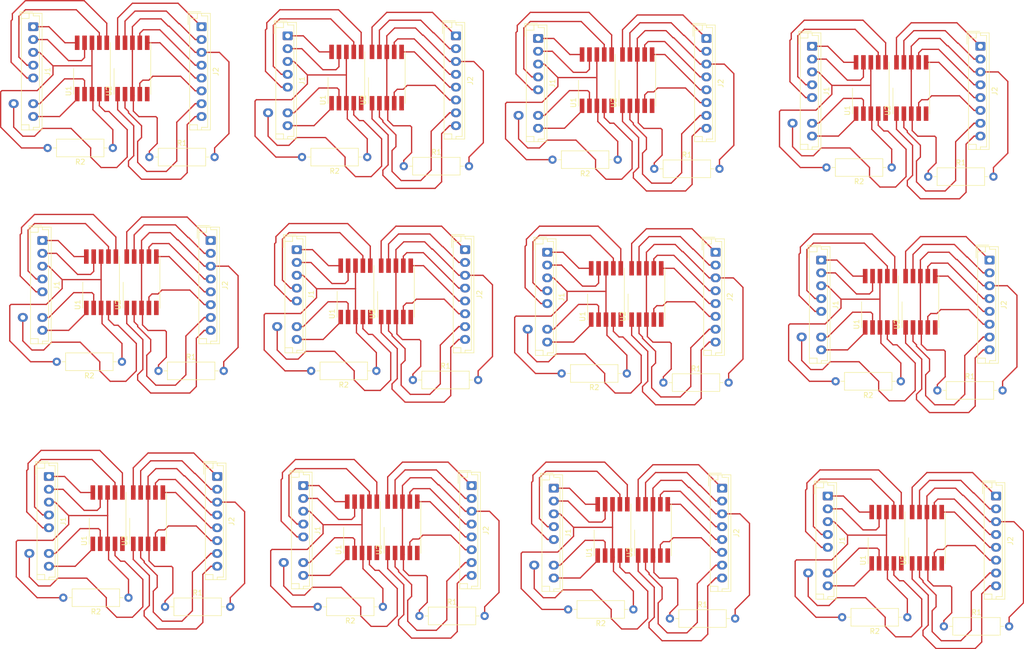
<source format=kicad_pcb>
(kicad_pcb (version 20171130) (host pcbnew 5.1.4-e60b266~84~ubuntu18.04.1)
  (layers (0 F.Cu signal) (31 B.Cu signal) (34 B.Paste user) (35 F.Paste user) (36 B.SilkS user) (37 F.SilkS user) (38 B.Mask user) (39 F.Mask user) (44 Edge.Cuts user))
  (net 0 "")
  (net 1 "Net-(J1-Pad8)")
  (net 2 "Net-(J1-Pad7)")
  (net 3 "Net-(J1-Pad6)")
  (net 4 "Net-(J1-Pad5)")
  (net 5 "Net-(J1-Pad4)")
  (net 6 "Net-(J1-Pad3)")
  (net 7 "Net-(J1-Pad2)")
  (net 8 "Net-(J1-Pad1)")
  (net 9 "Net-(J2-Pad8)")
  (net 10 "Net-(J2-Pad7)")
  (net 11 "Net-(J2-Pad6)")
  (net 12 "Net-(J2-Pad5)")
  (net 13 "Net-(J2-Pad4)")
  (net 14 "Net-(J2-Pad3)")
  (net 15 "Net-(J2-Pad2)")
  (net 16 "Net-(J2-Pad1)")
  (net 17 "Net-(U1-Pad5)")
  (net 18 "Net-(U2-Pad5)")
  (net 19 "Net-(R1-Pad1)")
  (net 20 "Net-(R2-Pad1)")
  (module Display_7Segment:KCSC02-105 (layer F.Cu) (at 107.442 124.206 90)
    (fp_text reference U2 (at -4.39 -4.56 90) (layer F.SilkS))
    (fp_text value KCSA02-105)
    (pad 10 smd rect (at 5 -2.88 90) (size 2.8 0.9) (layers F.Cu F.Paste F.Mask))
    (pad 9 smd rect (at 5 -1.44 90) (size 2.8 0.9) (layers F.Cu F.Paste F.Mask))
    (pad 8 smd rect (at 5 0 90) (size 2.8 0.9) (layers F.Cu F.Paste F.Mask))
    (pad 7 smd rect (at 5 1.44 90) (size 2.8 0.9) (layers F.Cu F.Paste F.Mask))
    (pad 6 smd rect (at 5 2.88 90) (size 2.8 0.9) (layers F.Cu F.Paste F.Mask))
    (pad 5 smd rect (at -5 2.88 90) (size 2.8 0.9) (layers F.Cu F.Paste F.Mask))
    (pad 4 smd rect (at -5 1.44 90) (size 2.8 0.9) (layers F.Cu F.Paste F.Mask))
    (pad 3 smd rect (at -5 0 90) (size 2.8 0.9) (layers F.Cu F.Paste F.Mask))
    (pad 2 smd rect (at -5 -1.44 90) (size 2.8 0.9) (layers F.Cu F.Paste F.Mask))
    (pad 1 smd rect (at -5 -2.88 90) (size 2.8 0.9) (layers F.Cu F.Paste F.Mask))
  )
  (module Resistor_THT:R_Axial_DIN0309_L9.0mm_D3.2mm_P12.70mm_Horizontal (layer F.Cu) (at 61.214 139.7)
    (fp_text reference R1 (at 6.35 -2.72) (layer F.SilkS))
    (fp_text value 100)
    (pad 2 thru_hole oval (at 12.7 0) (size 1.6 1.6) (drill 0.8) (layers *.Cu *.Mask))
    (pad 1 thru_hole circle (at 0 0) (size 1.6 1.6) (drill 0.8) (layers *.Cu *.Mask))
  )
  (module Resistor_THT:R_Axial_DIN0309_L9.0mm_D3.2mm_P12.70mm_Horizontal (layer F.Cu) (at 54.102 137.922 180)
    (fp_text reference R2 (at 6.35 -2.72) (layer F.SilkS))
    (fp_text value 100)
    (pad 2 thru_hole oval (at 12.7 0 180) (size 1.6 1.6) (drill 0.8) (layers *.Cu *.Mask))
    (pad 1 thru_hole circle (at 0 0 180) (size 1.6 1.6) (drill 0.8) (layers *.Cu *.Mask))
  )
  (module Connector_JST:JST_EH_B8B-EH-A_1x08_P2.50mm_Vertical (layer F.Cu) (at 223.012 118.11 270)
    (fp_text reference J2 (at 8.75 -2.8 90) (layer F.SilkS))
    (fp_text value Conn_01x08_Male)
    (pad 8 thru_hole oval (at 17.5 0 270) (size 1.7 1.95) (drill 0.95) (layers *.Cu *.Mask))
    (pad 7 thru_hole oval (at 15 0 270) (size 1.7 1.95) (drill 0.95) (layers *.Cu *.Mask))
    (pad 6 thru_hole oval (at 12.5 0 270) (size 1.7 1.95) (drill 0.95) (layers *.Cu *.Mask))
    (pad 5 thru_hole oval (at 10 0 270) (size 1.7 1.95) (drill 0.95) (layers *.Cu *.Mask))
    (pad 4 thru_hole oval (at 7.5 0 270) (size 1.7 1.95) (drill 0.95) (layers *.Cu *.Mask))
    (pad 3 thru_hole oval (at 5 0 270) (size 1.7 1.95) (drill 0.95) (layers *.Cu *.Mask))
    (pad 2 thru_hole oval (at 2.5 0 270) (size 1.7 1.95) (drill 0.95) (layers *.Cu *.Mask))
    (pad 1 thru_hole roundrect (at 0 0 270) (size 1.7 1.95) (drill 0.95) (layers *.Cu *.Mask) (roundrect_rratio 0.147059))
  )
  (module Connector_JST:JST_EH_B8B-EH-A_1x08_P2.50mm_Vertical (layer F.Cu) (at 190.246 118.11 270)
    (fp_text reference J1 (at 8.75 -2.8 90) (layer F.SilkS))
    (fp_text value Conn_01x08_Male)
    (pad 8 thru_hole oval (at 17.5 0 270) (size 1.7 1.95) (drill 0.95) (layers *.Cu *.Mask))
    (pad 7 thru_hole oval (at 15 0 270) (size 1.7 1.95) (drill 0.95) (layers *.Cu *.Mask))
    (pad 6 thru_hole oval (at 14.986 3.81 270) (size 1.7 1.95) (drill 0.95) (layers *.Cu *.Mask))
    (pad 5 thru_hole oval (at 10 0 270) (size 1.7 1.95) (drill 0.95) (layers *.Cu *.Mask))
    (pad 4 thru_hole oval (at 7.5 0 270) (size 1.7 1.95) (drill 0.95) (layers *.Cu *.Mask))
    (pad 3 thru_hole oval (at 5 0 270) (size 1.7 1.95) (drill 0.95) (layers *.Cu *.Mask))
    (pad 2 thru_hole oval (at 2.5 0 270) (size 1.7 1.95) (drill 0.95) (layers *.Cu *.Mask))
    (pad 1 thru_hole roundrect (at 0 0 270) (size 1.7 1.95) (drill 0.95) (layers *.Cu *.Mask) (roundrect_rratio 0.147059))
  )
  (module Resistor_THT:R_Axial_DIN0309_L9.0mm_D3.2mm_P12.70mm_Horizontal (layer F.Cu) (at 205.74 141.732 180)
    (fp_text reference R2 (at 6.35 -2.72) (layer F.SilkS))
    (fp_text value 100)
    (pad 1 thru_hole circle (at 0 0 180) (size 1.6 1.6) (drill 0.8) (layers *.Cu *.Mask))
    (pad 2 thru_hole oval (at 12.7 0 180) (size 1.6 1.6) (drill 0.8) (layers *.Cu *.Mask))
  )
  (module Resistor_THT:R_Axial_DIN0309_L9.0mm_D3.2mm_P12.70mm_Horizontal (layer F.Cu) (at 159.512 141.986)
    (fp_text reference R1 (at 6.35 -2.72) (layer F.SilkS))
    (fp_text value 100)
    (pad 1 thru_hole circle (at 0 0) (size 1.6 1.6) (drill 0.8) (layers *.Cu *.Mask))
    (pad 2 thru_hole oval (at 12.7 0) (size 1.6 1.6) (drill 0.8) (layers *.Cu *.Mask))
  )
  (module Display_7Segment:KCSC02-105 (layer F.Cu) (at 156.21 124.714 90)
    (fp_text reference U2 (at -4.39 -4.56 90) (layer F.SilkS))
    (fp_text value KCSA02-105)
    (pad 10 smd rect (at 5 -2.88 90) (size 2.8 0.9) (layers F.Cu F.Paste F.Mask))
    (pad 9 smd rect (at 5 -1.44 90) (size 2.8 0.9) (layers F.Cu F.Paste F.Mask))
    (pad 8 smd rect (at 5 0 90) (size 2.8 0.9) (layers F.Cu F.Paste F.Mask))
    (pad 7 smd rect (at 5 1.44 90) (size 2.8 0.9) (layers F.Cu F.Paste F.Mask))
    (pad 6 smd rect (at 5 2.88 90) (size 2.8 0.9) (layers F.Cu F.Paste F.Mask))
    (pad 5 smd rect (at -5 2.88 90) (size 2.8 0.9) (layers F.Cu F.Paste F.Mask))
    (pad 4 smd rect (at -5 1.44 90) (size 2.8 0.9) (layers F.Cu F.Paste F.Mask))
    (pad 3 smd rect (at -5 0 90) (size 2.8 0.9) (layers F.Cu F.Paste F.Mask))
    (pad 2 smd rect (at -5 -1.44 90) (size 2.8 0.9) (layers F.Cu F.Paste F.Mask))
    (pad 1 smd rect (at -5 -2.88 90) (size 2.8 0.9) (layers F.Cu F.Paste F.Mask))
  )
  (module Display_7Segment:KCSC02-105 (layer F.Cu) (at 201.676 126.238 90)
    (fp_text reference U1 (at -4.39 -4.56 90) (layer F.SilkS))
    (fp_text value KCSA02-105)
    (pad 10 smd rect (at 5 -2.88 90) (size 2.8 0.9) (layers F.Cu F.Paste F.Mask))
    (pad 9 smd rect (at 5 -1.44 90) (size 2.8 0.9) (layers F.Cu F.Paste F.Mask))
    (pad 8 smd rect (at 5 0 90) (size 2.8 0.9) (layers F.Cu F.Paste F.Mask))
    (pad 7 smd rect (at 5 1.44 90) (size 2.8 0.9) (layers F.Cu F.Paste F.Mask))
    (pad 6 smd rect (at 5 2.88 90) (size 2.8 0.9) (layers F.Cu F.Paste F.Mask))
    (pad 5 smd rect (at -5 2.88 90) (size 2.8 0.9) (layers F.Cu F.Paste F.Mask))
    (pad 4 smd rect (at -5 1.44 90) (size 2.8 0.9) (layers F.Cu F.Paste F.Mask))
    (pad 3 smd rect (at -5 0 90) (size 2.8 0.9) (layers F.Cu F.Paste F.Mask))
    (pad 2 smd rect (at -5 -1.44 90) (size 2.8 0.9) (layers F.Cu F.Paste F.Mask))
    (pad 1 smd rect (at -5 -2.88 90) (size 2.8 0.9) (layers F.Cu F.Paste F.Mask))
  )
  (module Resistor_THT:R_Axial_DIN0309_L9.0mm_D3.2mm_P12.70mm_Horizontal (layer F.Cu) (at 212.852 143.51)
    (fp_text reference R1 (at 6.35 -2.72) (layer F.SilkS))
    (fp_text value 100)
    (pad 1 thru_hole circle (at 0 0) (size 1.6 1.6) (drill 0.8) (layers *.Cu *.Mask))
    (pad 2 thru_hole oval (at 12.7 0) (size 1.6 1.6) (drill 0.8) (layers *.Cu *.Mask))
  )
  (module Display_7Segment:KCSC02-105 (layer F.Cu) (at 209.55 126.238 90)
    (fp_text reference U2 (at -4.39 -4.56 90) (layer F.SilkS))
    (fp_text value KCSA02-105)
    (pad 10 smd rect (at 5 -2.88 90) (size 2.8 0.9) (layers F.Cu F.Paste F.Mask))
    (pad 9 smd rect (at 5 -1.44 90) (size 2.8 0.9) (layers F.Cu F.Paste F.Mask))
    (pad 8 smd rect (at 5 0 90) (size 2.8 0.9) (layers F.Cu F.Paste F.Mask))
    (pad 7 smd rect (at 5 1.44 90) (size 2.8 0.9) (layers F.Cu F.Paste F.Mask))
    (pad 6 smd rect (at 5 2.88 90) (size 2.8 0.9) (layers F.Cu F.Paste F.Mask))
    (pad 5 smd rect (at -5 2.88 90) (size 2.8 0.9) (layers F.Cu F.Paste F.Mask))
    (pad 4 smd rect (at -5 1.44 90) (size 2.8 0.9) (layers F.Cu F.Paste F.Mask))
    (pad 3 smd rect (at -5 0 90) (size 2.8 0.9) (layers F.Cu F.Paste F.Mask))
    (pad 2 smd rect (at -5 -1.44 90) (size 2.8 0.9) (layers F.Cu F.Paste F.Mask))
    (pad 1 smd rect (at -5 -2.88 90) (size 2.8 0.9) (layers F.Cu F.Paste F.Mask))
  )
  (module Resistor_THT:R_Axial_DIN0309_L9.0mm_D3.2mm_P12.70mm_Horizontal (layer F.Cu) (at 110.744 141.478)
    (fp_text reference R1 (at 6.35 -2.72) (layer F.SilkS))
    (fp_text value 100)
    (pad 1 thru_hole circle (at 0 0) (size 1.6 1.6) (drill 0.8) (layers *.Cu *.Mask))
    (pad 2 thru_hole oval (at 12.7 0) (size 1.6 1.6) (drill 0.8) (layers *.Cu *.Mask))
  )
  (module Connector_JST:JST_EH_B8B-EH-A_1x08_P2.50mm_Vertical (layer F.Cu) (at 169.672 116.586 270)
    (fp_text reference J2 (at 8.75 -2.8 90) (layer F.SilkS))
    (fp_text value Conn_01x08_Male)
    (pad 8 thru_hole oval (at 17.5 0 270) (size 1.7 1.95) (drill 0.95) (layers *.Cu *.Mask))
    (pad 7 thru_hole oval (at 15 0 270) (size 1.7 1.95) (drill 0.95) (layers *.Cu *.Mask))
    (pad 6 thru_hole oval (at 12.5 0 270) (size 1.7 1.95) (drill 0.95) (layers *.Cu *.Mask))
    (pad 5 thru_hole oval (at 10 0 270) (size 1.7 1.95) (drill 0.95) (layers *.Cu *.Mask))
    (pad 4 thru_hole oval (at 7.5 0 270) (size 1.7 1.95) (drill 0.95) (layers *.Cu *.Mask))
    (pad 3 thru_hole oval (at 5 0 270) (size 1.7 1.95) (drill 0.95) (layers *.Cu *.Mask))
    (pad 2 thru_hole oval (at 2.5 0 270) (size 1.7 1.95) (drill 0.95) (layers *.Cu *.Mask))
    (pad 1 thru_hole roundrect (at 0 0 270) (size 1.7 1.95) (drill 0.95) (layers *.Cu *.Mask) (roundrect_rratio 0.147059))
  )
  (module Resistor_THT:R_Axial_DIN0309_L9.0mm_D3.2mm_P12.70mm_Horizontal (layer F.Cu) (at 103.632 139.7 180)
    (fp_text reference R2 (at 6.35 -2.72) (layer F.SilkS))
    (fp_text value 100)
    (pad 1 thru_hole circle (at 0 0 180) (size 1.6 1.6) (drill 0.8) (layers *.Cu *.Mask))
    (pad 2 thru_hole oval (at 12.7 0 180) (size 1.6 1.6) (drill 0.8) (layers *.Cu *.Mask))
  )
  (module Connector_JST:JST_EH_B8B-EH-A_1x08_P2.50mm_Vertical (layer F.Cu) (at 88.138 116.078 270)
    (fp_text reference J1 (at 8.75 -2.8 90) (layer F.SilkS))
    (fp_text value Conn_01x08_Male)
    (pad 8 thru_hole oval (at 17.5 0 270) (size 1.7 1.95) (drill 0.95) (layers *.Cu *.Mask))
    (pad 7 thru_hole oval (at 15 0 270) (size 1.7 1.95) (drill 0.95) (layers *.Cu *.Mask))
    (pad 6 thru_hole oval (at 14.986 3.81 270) (size 1.7 1.95) (drill 0.95) (layers *.Cu *.Mask))
    (pad 5 thru_hole oval (at 10 0 270) (size 1.7 1.95) (drill 0.95) (layers *.Cu *.Mask))
    (pad 4 thru_hole oval (at 7.5 0 270) (size 1.7 1.95) (drill 0.95) (layers *.Cu *.Mask))
    (pad 3 thru_hole oval (at 5 0 270) (size 1.7 1.95) (drill 0.95) (layers *.Cu *.Mask))
    (pad 2 thru_hole oval (at 2.5 0 270) (size 1.7 1.95) (drill 0.95) (layers *.Cu *.Mask))
    (pad 1 thru_hole roundrect (at 0 0 270) (size 1.7 1.95) (drill 0.95) (layers *.Cu *.Mask) (roundrect_rratio 0.147059))
  )
  (module Display_7Segment:KCSC02-105 (layer F.Cu) (at 99.568 124.206 90)
    (fp_text reference U1 (at -4.39 -4.56 90) (layer F.SilkS))
    (fp_text value KCSA02-105)
    (pad 10 smd rect (at 5 -2.88 90) (size 2.8 0.9) (layers F.Cu F.Paste F.Mask))
    (pad 9 smd rect (at 5 -1.44 90) (size 2.8 0.9) (layers F.Cu F.Paste F.Mask))
    (pad 8 smd rect (at 5 0 90) (size 2.8 0.9) (layers F.Cu F.Paste F.Mask))
    (pad 7 smd rect (at 5 1.44 90) (size 2.8 0.9) (layers F.Cu F.Paste F.Mask))
    (pad 6 smd rect (at 5 2.88 90) (size 2.8 0.9) (layers F.Cu F.Paste F.Mask))
    (pad 5 smd rect (at -5 2.88 90) (size 2.8 0.9) (layers F.Cu F.Paste F.Mask))
    (pad 4 smd rect (at -5 1.44 90) (size 2.8 0.9) (layers F.Cu F.Paste F.Mask))
    (pad 3 smd rect (at -5 0 90) (size 2.8 0.9) (layers F.Cu F.Paste F.Mask))
    (pad 2 smd rect (at -5 -1.44 90) (size 2.8 0.9) (layers F.Cu F.Paste F.Mask))
    (pad 1 smd rect (at -5 -2.88 90) (size 2.8 0.9) (layers F.Cu F.Paste F.Mask))
  )
  (module Connector_JST:JST_EH_B8B-EH-A_1x08_P2.50mm_Vertical (layer F.Cu) (at 136.906 116.586 270)
    (fp_text reference J1 (at 8.75 -2.8 90) (layer F.SilkS))
    (fp_text value Conn_01x08_Male)
    (pad 8 thru_hole oval (at 17.5 0 270) (size 1.7 1.95) (drill 0.95) (layers *.Cu *.Mask))
    (pad 7 thru_hole oval (at 15 0 270) (size 1.7 1.95) (drill 0.95) (layers *.Cu *.Mask))
    (pad 6 thru_hole oval (at 14.986 3.81 270) (size 1.7 1.95) (drill 0.95) (layers *.Cu *.Mask))
    (pad 5 thru_hole oval (at 10 0 270) (size 1.7 1.95) (drill 0.95) (layers *.Cu *.Mask))
    (pad 4 thru_hole oval (at 7.5 0 270) (size 1.7 1.95) (drill 0.95) (layers *.Cu *.Mask))
    (pad 3 thru_hole oval (at 5 0 270) (size 1.7 1.95) (drill 0.95) (layers *.Cu *.Mask))
    (pad 2 thru_hole oval (at 2.5 0 270) (size 1.7 1.95) (drill 0.95) (layers *.Cu *.Mask))
    (pad 1 thru_hole roundrect (at 0 0 270) (size 1.7 1.95) (drill 0.95) (layers *.Cu *.Mask) (roundrect_rratio 0.147059))
  )
  (module Resistor_THT:R_Axial_DIN0309_L9.0mm_D3.2mm_P12.70mm_Horizontal (layer F.Cu) (at 152.4 140.208 180)
    (fp_text reference R2 (at 6.35 -2.72) (layer F.SilkS))
    (fp_text value 100)
    (pad 1 thru_hole circle (at 0 0 180) (size 1.6 1.6) (drill 0.8) (layers *.Cu *.Mask))
    (pad 2 thru_hole oval (at 12.7 0 180) (size 1.6 1.6) (drill 0.8) (layers *.Cu *.Mask))
  )
  (module Display_7Segment:KCSC02-105 (layer F.Cu) (at 57.912 122.428 90)
    (fp_text reference U2 (at -4.39 -4.56 90) (layer F.SilkS))
    (fp_text value KCSA02-105)
    (pad 1 smd rect (at -5 -2.88 90) (size 2.8 0.9) (layers F.Cu F.Paste F.Mask))
    (pad 2 smd rect (at -5 -1.44 90) (size 2.8 0.9) (layers F.Cu F.Paste F.Mask))
    (pad 3 smd rect (at -5 0 90) (size 2.8 0.9) (layers F.Cu F.Paste F.Mask))
    (pad 4 smd rect (at -5 1.44 90) (size 2.8 0.9) (layers F.Cu F.Paste F.Mask))
    (pad 5 smd rect (at -5 2.88 90) (size 2.8 0.9) (layers F.Cu F.Paste F.Mask))
    (pad 6 smd rect (at 5 2.88 90) (size 2.8 0.9) (layers F.Cu F.Paste F.Mask))
    (pad 7 smd rect (at 5 1.44 90) (size 2.8 0.9) (layers F.Cu F.Paste F.Mask))
    (pad 8 smd rect (at 5 0 90) (size 2.8 0.9) (layers F.Cu F.Paste F.Mask))
    (pad 9 smd rect (at 5 -1.44 90) (size 2.8 0.9) (layers F.Cu F.Paste F.Mask))
    (pad 10 smd rect (at 5 -2.88 90) (size 2.8 0.9) (layers F.Cu F.Paste F.Mask))
  )
  (module Connector_JST:JST_EH_B8B-EH-A_1x08_P2.50mm_Vertical (layer F.Cu) (at 38.608 114.3 270)
    (fp_text reference J1 (at 8.75 -2.8 90) (layer F.SilkS))
    (fp_text value Conn_01x08_Male)
    (pad 1 thru_hole roundrect (at 0 0 270) (size 1.7 1.95) (drill 0.95) (layers *.Cu *.Mask) (roundrect_rratio 0.147059))
    (pad 2 thru_hole oval (at 2.5 0 270) (size 1.7 1.95) (drill 0.95) (layers *.Cu *.Mask))
    (pad 3 thru_hole oval (at 5 0 270) (size 1.7 1.95) (drill 0.95) (layers *.Cu *.Mask))
    (pad 4 thru_hole oval (at 7.5 0 270) (size 1.7 1.95) (drill 0.95) (layers *.Cu *.Mask))
    (pad 5 thru_hole oval (at 10 0 270) (size 1.7 1.95) (drill 0.95) (layers *.Cu *.Mask))
    (pad 6 thru_hole oval (at 14.986 3.81 270) (size 1.7 1.95) (drill 0.95) (layers *.Cu *.Mask))
    (pad 7 thru_hole oval (at 15 0 270) (size 1.7 1.95) (drill 0.95) (layers *.Cu *.Mask))
    (pad 8 thru_hole oval (at 17.5 0 270) (size 1.7 1.95) (drill 0.95) (layers *.Cu *.Mask))
  )
  (module Connector_JST:JST_EH_B8B-EH-A_1x08_P2.50mm_Vertical (layer F.Cu) (at 71.374 114.3 270)
    (fp_text reference J2 (at 8.75 -2.8 90) (layer F.SilkS))
    (fp_text value Conn_01x08_Male)
    (pad 1 thru_hole roundrect (at 0 0 270) (size 1.7 1.95) (drill 0.95) (layers *.Cu *.Mask) (roundrect_rratio 0.147059))
    (pad 2 thru_hole oval (at 2.5 0 270) (size 1.7 1.95) (drill 0.95) (layers *.Cu *.Mask))
    (pad 3 thru_hole oval (at 5 0 270) (size 1.7 1.95) (drill 0.95) (layers *.Cu *.Mask))
    (pad 4 thru_hole oval (at 7.5 0 270) (size 1.7 1.95) (drill 0.95) (layers *.Cu *.Mask))
    (pad 5 thru_hole oval (at 10 0 270) (size 1.7 1.95) (drill 0.95) (layers *.Cu *.Mask))
    (pad 6 thru_hole oval (at 12.5 0 270) (size 1.7 1.95) (drill 0.95) (layers *.Cu *.Mask))
    (pad 7 thru_hole oval (at 15 0 270) (size 1.7 1.95) (drill 0.95) (layers *.Cu *.Mask))
    (pad 8 thru_hole oval (at 17.5 0 270) (size 1.7 1.95) (drill 0.95) (layers *.Cu *.Mask))
  )
  (module Display_7Segment:KCSC02-105 (layer F.Cu) (at 148.336 124.714 90)
    (fp_text reference U1 (at -4.39 -4.56 90) (layer F.SilkS))
    (fp_text value KCSA02-105)
    (pad 10 smd rect (at 5 -2.88 90) (size 2.8 0.9) (layers F.Cu F.Paste F.Mask))
    (pad 9 smd rect (at 5 -1.44 90) (size 2.8 0.9) (layers F.Cu F.Paste F.Mask))
    (pad 8 smd rect (at 5 0 90) (size 2.8 0.9) (layers F.Cu F.Paste F.Mask))
    (pad 7 smd rect (at 5 1.44 90) (size 2.8 0.9) (layers F.Cu F.Paste F.Mask))
    (pad 6 smd rect (at 5 2.88 90) (size 2.8 0.9) (layers F.Cu F.Paste F.Mask))
    (pad 5 smd rect (at -5 2.88 90) (size 2.8 0.9) (layers F.Cu F.Paste F.Mask))
    (pad 4 smd rect (at -5 1.44 90) (size 2.8 0.9) (layers F.Cu F.Paste F.Mask))
    (pad 3 smd rect (at -5 0 90) (size 2.8 0.9) (layers F.Cu F.Paste F.Mask))
    (pad 2 smd rect (at -5 -1.44 90) (size 2.8 0.9) (layers F.Cu F.Paste F.Mask))
    (pad 1 smd rect (at -5 -2.88 90) (size 2.8 0.9) (layers F.Cu F.Paste F.Mask))
  )
  (module Display_7Segment:KCSC02-105 (layer F.Cu) (at 50.038 122.428 90)
    (fp_text reference U1 (at -4.39 -4.56 90) (layer F.SilkS))
    (fp_text value KCSA02-105)
    (pad 1 smd rect (at -5 -2.88 90) (size 2.8 0.9) (layers F.Cu F.Paste F.Mask))
    (pad 2 smd rect (at -5 -1.44 90) (size 2.8 0.9) (layers F.Cu F.Paste F.Mask))
    (pad 3 smd rect (at -5 0 90) (size 2.8 0.9) (layers F.Cu F.Paste F.Mask))
    (pad 4 smd rect (at -5 1.44 90) (size 2.8 0.9) (layers F.Cu F.Paste F.Mask))
    (pad 5 smd rect (at -5 2.88 90) (size 2.8 0.9) (layers F.Cu F.Paste F.Mask))
    (pad 6 smd rect (at 5 2.88 90) (size 2.8 0.9) (layers F.Cu F.Paste F.Mask))
    (pad 7 smd rect (at 5 1.44 90) (size 2.8 0.9) (layers F.Cu F.Paste F.Mask))
    (pad 8 smd rect (at 5 0 90) (size 2.8 0.9) (layers F.Cu F.Paste F.Mask))
    (pad 9 smd rect (at 5 -1.44 90) (size 2.8 0.9) (layers F.Cu F.Paste F.Mask))
    (pad 10 smd rect (at 5 -2.88 90) (size 2.8 0.9) (layers F.Cu F.Paste F.Mask))
  )
  (module Connector_JST:JST_EH_B8B-EH-A_1x08_P2.50mm_Vertical (layer F.Cu) (at 120.904 116.078 270)
    (fp_text reference J2 (at 8.75 -2.8 90) (layer F.SilkS))
    (fp_text value Conn_01x08_Male)
    (pad 8 thru_hole oval (at 17.5 0 270) (size 1.7 1.95) (drill 0.95) (layers *.Cu *.Mask))
    (pad 7 thru_hole oval (at 15 0 270) (size 1.7 1.95) (drill 0.95) (layers *.Cu *.Mask))
    (pad 6 thru_hole oval (at 12.5 0 270) (size 1.7 1.95) (drill 0.95) (layers *.Cu *.Mask))
    (pad 5 thru_hole oval (at 10 0 270) (size 1.7 1.95) (drill 0.95) (layers *.Cu *.Mask))
    (pad 4 thru_hole oval (at 7.5 0 270) (size 1.7 1.95) (drill 0.95) (layers *.Cu *.Mask))
    (pad 3 thru_hole oval (at 5 0 270) (size 1.7 1.95) (drill 0.95) (layers *.Cu *.Mask))
    (pad 2 thru_hole oval (at 2.5 0 270) (size 1.7 1.95) (drill 0.95) (layers *.Cu *.Mask))
    (pad 1 thru_hole roundrect (at 0 0 270) (size 1.7 1.95) (drill 0.95) (layers *.Cu *.Mask) (roundrect_rratio 0.147059))
  )
  (module Display_7Segment:KCSC02-105 (layer F.Cu) (at 106.172 78.232 90)
    (fp_text reference U2 (at -4.39 -4.56 90) (layer F.SilkS))
    (fp_text value KCSA02-105)
    (pad 10 smd rect (at 5 -2.88 90) (size 2.8 0.9) (layers F.Cu F.Paste F.Mask))
    (pad 9 smd rect (at 5 -1.44 90) (size 2.8 0.9) (layers F.Cu F.Paste F.Mask))
    (pad 8 smd rect (at 5 0 90) (size 2.8 0.9) (layers F.Cu F.Paste F.Mask))
    (pad 7 smd rect (at 5 1.44 90) (size 2.8 0.9) (layers F.Cu F.Paste F.Mask))
    (pad 6 smd rect (at 5 2.88 90) (size 2.8 0.9) (layers F.Cu F.Paste F.Mask))
    (pad 5 smd rect (at -5 2.88 90) (size 2.8 0.9) (layers F.Cu F.Paste F.Mask))
    (pad 4 smd rect (at -5 1.44 90) (size 2.8 0.9) (layers F.Cu F.Paste F.Mask))
    (pad 3 smd rect (at -5 0 90) (size 2.8 0.9) (layers F.Cu F.Paste F.Mask))
    (pad 2 smd rect (at -5 -1.44 90) (size 2.8 0.9) (layers F.Cu F.Paste F.Mask))
    (pad 1 smd rect (at -5 -2.88 90) (size 2.8 0.9) (layers F.Cu F.Paste F.Mask))
  )
  (module Resistor_THT:R_Axial_DIN0309_L9.0mm_D3.2mm_P12.70mm_Horizontal (layer F.Cu) (at 59.944 93.726)
    (fp_text reference R1 (at 6.35 -2.72) (layer F.SilkS))
    (fp_text value 100)
    (pad 2 thru_hole oval (at 12.7 0) (size 1.6 1.6) (drill 0.8) (layers *.Cu *.Mask))
    (pad 1 thru_hole circle (at 0 0) (size 1.6 1.6) (drill 0.8) (layers *.Cu *.Mask))
  )
  (module Resistor_THT:R_Axial_DIN0309_L9.0mm_D3.2mm_P12.70mm_Horizontal (layer F.Cu) (at 52.832 91.948 180)
    (fp_text reference R2 (at 6.35 -2.72) (layer F.SilkS))
    (fp_text value 100)
    (pad 2 thru_hole oval (at 12.7 0 180) (size 1.6 1.6) (drill 0.8) (layers *.Cu *.Mask))
    (pad 1 thru_hole circle (at 0 0 180) (size 1.6 1.6) (drill 0.8) (layers *.Cu *.Mask))
  )
  (module Connector_JST:JST_EH_B8B-EH-A_1x08_P2.50mm_Vertical (layer F.Cu) (at 221.742 72.136 270)
    (fp_text reference J2 (at 8.75 -2.8 90) (layer F.SilkS))
    (fp_text value Conn_01x08_Male)
    (pad 8 thru_hole oval (at 17.5 0 270) (size 1.7 1.95) (drill 0.95) (layers *.Cu *.Mask))
    (pad 7 thru_hole oval (at 15 0 270) (size 1.7 1.95) (drill 0.95) (layers *.Cu *.Mask))
    (pad 6 thru_hole oval (at 12.5 0 270) (size 1.7 1.95) (drill 0.95) (layers *.Cu *.Mask))
    (pad 5 thru_hole oval (at 10 0 270) (size 1.7 1.95) (drill 0.95) (layers *.Cu *.Mask))
    (pad 4 thru_hole oval (at 7.5 0 270) (size 1.7 1.95) (drill 0.95) (layers *.Cu *.Mask))
    (pad 3 thru_hole oval (at 5 0 270) (size 1.7 1.95) (drill 0.95) (layers *.Cu *.Mask))
    (pad 2 thru_hole oval (at 2.5 0 270) (size 1.7 1.95) (drill 0.95) (layers *.Cu *.Mask))
    (pad 1 thru_hole roundrect (at 0 0 270) (size 1.7 1.95) (drill 0.95) (layers *.Cu *.Mask) (roundrect_rratio 0.147059))
  )
  (module Connector_JST:JST_EH_B8B-EH-A_1x08_P2.50mm_Vertical (layer F.Cu) (at 188.976 72.136 270)
    (fp_text reference J1 (at 8.75 -2.8 90) (layer F.SilkS))
    (fp_text value Conn_01x08_Male)
    (pad 8 thru_hole oval (at 17.5 0 270) (size 1.7 1.95) (drill 0.95) (layers *.Cu *.Mask))
    (pad 7 thru_hole oval (at 15 0 270) (size 1.7 1.95) (drill 0.95) (layers *.Cu *.Mask))
    (pad 6 thru_hole oval (at 14.986 3.81 270) (size 1.7 1.95) (drill 0.95) (layers *.Cu *.Mask))
    (pad 5 thru_hole oval (at 10 0 270) (size 1.7 1.95) (drill 0.95) (layers *.Cu *.Mask))
    (pad 4 thru_hole oval (at 7.5 0 270) (size 1.7 1.95) (drill 0.95) (layers *.Cu *.Mask))
    (pad 3 thru_hole oval (at 5 0 270) (size 1.7 1.95) (drill 0.95) (layers *.Cu *.Mask))
    (pad 2 thru_hole oval (at 2.5 0 270) (size 1.7 1.95) (drill 0.95) (layers *.Cu *.Mask))
    (pad 1 thru_hole roundrect (at 0 0 270) (size 1.7 1.95) (drill 0.95) (layers *.Cu *.Mask) (roundrect_rratio 0.147059))
  )
  (module Resistor_THT:R_Axial_DIN0309_L9.0mm_D3.2mm_P12.70mm_Horizontal (layer F.Cu) (at 204.47 95.758 180)
    (fp_text reference R2 (at 6.35 -2.72) (layer F.SilkS))
    (fp_text value 100)
    (pad 1 thru_hole circle (at 0 0 180) (size 1.6 1.6) (drill 0.8) (layers *.Cu *.Mask))
    (pad 2 thru_hole oval (at 12.7 0 180) (size 1.6 1.6) (drill 0.8) (layers *.Cu *.Mask))
  )
  (module Resistor_THT:R_Axial_DIN0309_L9.0mm_D3.2mm_P12.70mm_Horizontal (layer F.Cu) (at 158.242 96.012)
    (fp_text reference R1 (at 6.35 -2.72) (layer F.SilkS))
    (fp_text value 100)
    (pad 1 thru_hole circle (at 0 0) (size 1.6 1.6) (drill 0.8) (layers *.Cu *.Mask))
    (pad 2 thru_hole oval (at 12.7 0) (size 1.6 1.6) (drill 0.8) (layers *.Cu *.Mask))
  )
  (module Display_7Segment:KCSC02-105 (layer F.Cu) (at 154.94 78.74 90)
    (fp_text reference U2 (at -4.39 -4.56 90) (layer F.SilkS))
    (fp_text value KCSA02-105)
    (pad 10 smd rect (at 5 -2.88 90) (size 2.8 0.9) (layers F.Cu F.Paste F.Mask))
    (pad 9 smd rect (at 5 -1.44 90) (size 2.8 0.9) (layers F.Cu F.Paste F.Mask))
    (pad 8 smd rect (at 5 0 90) (size 2.8 0.9) (layers F.Cu F.Paste F.Mask))
    (pad 7 smd rect (at 5 1.44 90) (size 2.8 0.9) (layers F.Cu F.Paste F.Mask))
    (pad 6 smd rect (at 5 2.88 90) (size 2.8 0.9) (layers F.Cu F.Paste F.Mask))
    (pad 5 smd rect (at -5 2.88 90) (size 2.8 0.9) (layers F.Cu F.Paste F.Mask))
    (pad 4 smd rect (at -5 1.44 90) (size 2.8 0.9) (layers F.Cu F.Paste F.Mask))
    (pad 3 smd rect (at -5 0 90) (size 2.8 0.9) (layers F.Cu F.Paste F.Mask))
    (pad 2 smd rect (at -5 -1.44 90) (size 2.8 0.9) (layers F.Cu F.Paste F.Mask))
    (pad 1 smd rect (at -5 -2.88 90) (size 2.8 0.9) (layers F.Cu F.Paste F.Mask))
  )
  (module Display_7Segment:KCSC02-105 (layer F.Cu) (at 200.406 80.264 90)
    (fp_text reference U1 (at -4.39 -4.56 90) (layer F.SilkS))
    (fp_text value KCSA02-105)
    (pad 10 smd rect (at 5 -2.88 90) (size 2.8 0.9) (layers F.Cu F.Paste F.Mask))
    (pad 9 smd rect (at 5 -1.44 90) (size 2.8 0.9) (layers F.Cu F.Paste F.Mask))
    (pad 8 smd rect (at 5 0 90) (size 2.8 0.9) (layers F.Cu F.Paste F.Mask))
    (pad 7 smd rect (at 5 1.44 90) (size 2.8 0.9) (layers F.Cu F.Paste F.Mask))
    (pad 6 smd rect (at 5 2.88 90) (size 2.8 0.9) (layers F.Cu F.Paste F.Mask))
    (pad 5 smd rect (at -5 2.88 90) (size 2.8 0.9) (layers F.Cu F.Paste F.Mask))
    (pad 4 smd rect (at -5 1.44 90) (size 2.8 0.9) (layers F.Cu F.Paste F.Mask))
    (pad 3 smd rect (at -5 0 90) (size 2.8 0.9) (layers F.Cu F.Paste F.Mask))
    (pad 2 smd rect (at -5 -1.44 90) (size 2.8 0.9) (layers F.Cu F.Paste F.Mask))
    (pad 1 smd rect (at -5 -2.88 90) (size 2.8 0.9) (layers F.Cu F.Paste F.Mask))
  )
  (module Resistor_THT:R_Axial_DIN0309_L9.0mm_D3.2mm_P12.70mm_Horizontal (layer F.Cu) (at 211.582 97.536)
    (fp_text reference R1 (at 6.35 -2.72) (layer F.SilkS))
    (fp_text value 100)
    (pad 1 thru_hole circle (at 0 0) (size 1.6 1.6) (drill 0.8) (layers *.Cu *.Mask))
    (pad 2 thru_hole oval (at 12.7 0) (size 1.6 1.6) (drill 0.8) (layers *.Cu *.Mask))
  )
  (module Display_7Segment:KCSC02-105 (layer F.Cu) (at 208.28 80.264 90)
    (fp_text reference U2 (at -4.39 -4.56 90) (layer F.SilkS))
    (fp_text value KCSA02-105)
    (pad 10 smd rect (at 5 -2.88 90) (size 2.8 0.9) (layers F.Cu F.Paste F.Mask))
    (pad 9 smd rect (at 5 -1.44 90) (size 2.8 0.9) (layers F.Cu F.Paste F.Mask))
    (pad 8 smd rect (at 5 0 90) (size 2.8 0.9) (layers F.Cu F.Paste F.Mask))
    (pad 7 smd rect (at 5 1.44 90) (size 2.8 0.9) (layers F.Cu F.Paste F.Mask))
    (pad 6 smd rect (at 5 2.88 90) (size 2.8 0.9) (layers F.Cu F.Paste F.Mask))
    (pad 5 smd rect (at -5 2.88 90) (size 2.8 0.9) (layers F.Cu F.Paste F.Mask))
    (pad 4 smd rect (at -5 1.44 90) (size 2.8 0.9) (layers F.Cu F.Paste F.Mask))
    (pad 3 smd rect (at -5 0 90) (size 2.8 0.9) (layers F.Cu F.Paste F.Mask))
    (pad 2 smd rect (at -5 -1.44 90) (size 2.8 0.9) (layers F.Cu F.Paste F.Mask))
    (pad 1 smd rect (at -5 -2.88 90) (size 2.8 0.9) (layers F.Cu F.Paste F.Mask))
  )
  (module Resistor_THT:R_Axial_DIN0309_L9.0mm_D3.2mm_P12.70mm_Horizontal (layer F.Cu) (at 109.474 95.504)
    (fp_text reference R1 (at 6.35 -2.72) (layer F.SilkS))
    (fp_text value 100)
    (pad 1 thru_hole circle (at 0 0) (size 1.6 1.6) (drill 0.8) (layers *.Cu *.Mask))
    (pad 2 thru_hole oval (at 12.7 0) (size 1.6 1.6) (drill 0.8) (layers *.Cu *.Mask))
  )
  (module Connector_JST:JST_EH_B8B-EH-A_1x08_P2.50mm_Vertical (layer F.Cu) (at 168.402 70.612 270)
    (fp_text reference J2 (at 8.75 -2.8 90) (layer F.SilkS))
    (fp_text value Conn_01x08_Male)
    (pad 8 thru_hole oval (at 17.5 0 270) (size 1.7 1.95) (drill 0.95) (layers *.Cu *.Mask))
    (pad 7 thru_hole oval (at 15 0 270) (size 1.7 1.95) (drill 0.95) (layers *.Cu *.Mask))
    (pad 6 thru_hole oval (at 12.5 0 270) (size 1.7 1.95) (drill 0.95) (layers *.Cu *.Mask))
    (pad 5 thru_hole oval (at 10 0 270) (size 1.7 1.95) (drill 0.95) (layers *.Cu *.Mask))
    (pad 4 thru_hole oval (at 7.5 0 270) (size 1.7 1.95) (drill 0.95) (layers *.Cu *.Mask))
    (pad 3 thru_hole oval (at 5 0 270) (size 1.7 1.95) (drill 0.95) (layers *.Cu *.Mask))
    (pad 2 thru_hole oval (at 2.5 0 270) (size 1.7 1.95) (drill 0.95) (layers *.Cu *.Mask))
    (pad 1 thru_hole roundrect (at 0 0 270) (size 1.7 1.95) (drill 0.95) (layers *.Cu *.Mask) (roundrect_rratio 0.147059))
  )
  (module Resistor_THT:R_Axial_DIN0309_L9.0mm_D3.2mm_P12.70mm_Horizontal (layer F.Cu) (at 102.362 93.726 180)
    (fp_text reference R2 (at 6.35 -2.72) (layer F.SilkS))
    (fp_text value 100)
    (pad 1 thru_hole circle (at 0 0 180) (size 1.6 1.6) (drill 0.8) (layers *.Cu *.Mask))
    (pad 2 thru_hole oval (at 12.7 0 180) (size 1.6 1.6) (drill 0.8) (layers *.Cu *.Mask))
  )
  (module Connector_JST:JST_EH_B8B-EH-A_1x08_P2.50mm_Vertical (layer F.Cu) (at 86.868 70.104 270)
    (fp_text reference J1 (at 8.75 -2.8 90) (layer F.SilkS))
    (fp_text value Conn_01x08_Male)
    (pad 8 thru_hole oval (at 17.5 0 270) (size 1.7 1.95) (drill 0.95) (layers *.Cu *.Mask))
    (pad 7 thru_hole oval (at 15 0 270) (size 1.7 1.95) (drill 0.95) (layers *.Cu *.Mask))
    (pad 6 thru_hole oval (at 14.986 3.81 270) (size 1.7 1.95) (drill 0.95) (layers *.Cu *.Mask))
    (pad 5 thru_hole oval (at 10 0 270) (size 1.7 1.95) (drill 0.95) (layers *.Cu *.Mask))
    (pad 4 thru_hole oval (at 7.5 0 270) (size 1.7 1.95) (drill 0.95) (layers *.Cu *.Mask))
    (pad 3 thru_hole oval (at 5 0 270) (size 1.7 1.95) (drill 0.95) (layers *.Cu *.Mask))
    (pad 2 thru_hole oval (at 2.5 0 270) (size 1.7 1.95) (drill 0.95) (layers *.Cu *.Mask))
    (pad 1 thru_hole roundrect (at 0 0 270) (size 1.7 1.95) (drill 0.95) (layers *.Cu *.Mask) (roundrect_rratio 0.147059))
  )
  (module Display_7Segment:KCSC02-105 (layer F.Cu) (at 98.298 78.232 90)
    (fp_text reference U1 (at -4.39 -4.56 90) (layer F.SilkS))
    (fp_text value KCSA02-105)
    (pad 10 smd rect (at 5 -2.88 90) (size 2.8 0.9) (layers F.Cu F.Paste F.Mask))
    (pad 9 smd rect (at 5 -1.44 90) (size 2.8 0.9) (layers F.Cu F.Paste F.Mask))
    (pad 8 smd rect (at 5 0 90) (size 2.8 0.9) (layers F.Cu F.Paste F.Mask))
    (pad 7 smd rect (at 5 1.44 90) (size 2.8 0.9) (layers F.Cu F.Paste F.Mask))
    (pad 6 smd rect (at 5 2.88 90) (size 2.8 0.9) (layers F.Cu F.Paste F.Mask))
    (pad 5 smd rect (at -5 2.88 90) (size 2.8 0.9) (layers F.Cu F.Paste F.Mask))
    (pad 4 smd rect (at -5 1.44 90) (size 2.8 0.9) (layers F.Cu F.Paste F.Mask))
    (pad 3 smd rect (at -5 0 90) (size 2.8 0.9) (layers F.Cu F.Paste F.Mask))
    (pad 2 smd rect (at -5 -1.44 90) (size 2.8 0.9) (layers F.Cu F.Paste F.Mask))
    (pad 1 smd rect (at -5 -2.88 90) (size 2.8 0.9) (layers F.Cu F.Paste F.Mask))
  )
  (module Connector_JST:JST_EH_B8B-EH-A_1x08_P2.50mm_Vertical (layer F.Cu) (at 135.636 70.612 270)
    (fp_text reference J1 (at 8.75 -2.8 90) (layer F.SilkS))
    (fp_text value Conn_01x08_Male)
    (pad 8 thru_hole oval (at 17.5 0 270) (size 1.7 1.95) (drill 0.95) (layers *.Cu *.Mask))
    (pad 7 thru_hole oval (at 15 0 270) (size 1.7 1.95) (drill 0.95) (layers *.Cu *.Mask))
    (pad 6 thru_hole oval (at 14.986 3.81 270) (size 1.7 1.95) (drill 0.95) (layers *.Cu *.Mask))
    (pad 5 thru_hole oval (at 10 0 270) (size 1.7 1.95) (drill 0.95) (layers *.Cu *.Mask))
    (pad 4 thru_hole oval (at 7.5 0 270) (size 1.7 1.95) (drill 0.95) (layers *.Cu *.Mask))
    (pad 3 thru_hole oval (at 5 0 270) (size 1.7 1.95) (drill 0.95) (layers *.Cu *.Mask))
    (pad 2 thru_hole oval (at 2.5 0 270) (size 1.7 1.95) (drill 0.95) (layers *.Cu *.Mask))
    (pad 1 thru_hole roundrect (at 0 0 270) (size 1.7 1.95) (drill 0.95) (layers *.Cu *.Mask) (roundrect_rratio 0.147059))
  )
  (module Resistor_THT:R_Axial_DIN0309_L9.0mm_D3.2mm_P12.70mm_Horizontal (layer F.Cu) (at 151.13 94.234 180)
    (fp_text reference R2 (at 6.35 -2.72) (layer F.SilkS))
    (fp_text value 100)
    (pad 1 thru_hole circle (at 0 0 180) (size 1.6 1.6) (drill 0.8) (layers *.Cu *.Mask))
    (pad 2 thru_hole oval (at 12.7 0 180) (size 1.6 1.6) (drill 0.8) (layers *.Cu *.Mask))
  )
  (module Display_7Segment:KCSC02-105 (layer F.Cu) (at 56.642 76.454 90)
    (fp_text reference U2 (at -4.39 -4.56 90) (layer F.SilkS))
    (fp_text value KCSA02-105)
    (pad 1 smd rect (at -5 -2.88 90) (size 2.8 0.9) (layers F.Cu F.Paste F.Mask))
    (pad 2 smd rect (at -5 -1.44 90) (size 2.8 0.9) (layers F.Cu F.Paste F.Mask))
    (pad 3 smd rect (at -5 0 90) (size 2.8 0.9) (layers F.Cu F.Paste F.Mask))
    (pad 4 smd rect (at -5 1.44 90) (size 2.8 0.9) (layers F.Cu F.Paste F.Mask))
    (pad 5 smd rect (at -5 2.88 90) (size 2.8 0.9) (layers F.Cu F.Paste F.Mask))
    (pad 6 smd rect (at 5 2.88 90) (size 2.8 0.9) (layers F.Cu F.Paste F.Mask))
    (pad 7 smd rect (at 5 1.44 90) (size 2.8 0.9) (layers F.Cu F.Paste F.Mask))
    (pad 8 smd rect (at 5 0 90) (size 2.8 0.9) (layers F.Cu F.Paste F.Mask))
    (pad 9 smd rect (at 5 -1.44 90) (size 2.8 0.9) (layers F.Cu F.Paste F.Mask))
    (pad 10 smd rect (at 5 -2.88 90) (size 2.8 0.9) (layers F.Cu F.Paste F.Mask))
  )
  (module Connector_JST:JST_EH_B8B-EH-A_1x08_P2.50mm_Vertical (layer F.Cu) (at 37.338 68.326 270)
    (fp_text reference J1 (at 8.75 -2.8 90) (layer F.SilkS))
    (fp_text value Conn_01x08_Male)
    (pad 1 thru_hole roundrect (at 0 0 270) (size 1.7 1.95) (drill 0.95) (layers *.Cu *.Mask) (roundrect_rratio 0.147059))
    (pad 2 thru_hole oval (at 2.5 0 270) (size 1.7 1.95) (drill 0.95) (layers *.Cu *.Mask))
    (pad 3 thru_hole oval (at 5 0 270) (size 1.7 1.95) (drill 0.95) (layers *.Cu *.Mask))
    (pad 4 thru_hole oval (at 7.5 0 270) (size 1.7 1.95) (drill 0.95) (layers *.Cu *.Mask))
    (pad 5 thru_hole oval (at 10 0 270) (size 1.7 1.95) (drill 0.95) (layers *.Cu *.Mask))
    (pad 6 thru_hole oval (at 14.986 3.81 270) (size 1.7 1.95) (drill 0.95) (layers *.Cu *.Mask))
    (pad 7 thru_hole oval (at 15 0 270) (size 1.7 1.95) (drill 0.95) (layers *.Cu *.Mask))
    (pad 8 thru_hole oval (at 17.5 0 270) (size 1.7 1.95) (drill 0.95) (layers *.Cu *.Mask))
  )
  (module Connector_JST:JST_EH_B8B-EH-A_1x08_P2.50mm_Vertical (layer F.Cu) (at 70.104 68.326 270)
    (fp_text reference J2 (at 8.75 -2.8 90) (layer F.SilkS))
    (fp_text value Conn_01x08_Male)
    (pad 1 thru_hole roundrect (at 0 0 270) (size 1.7 1.95) (drill 0.95) (layers *.Cu *.Mask) (roundrect_rratio 0.147059))
    (pad 2 thru_hole oval (at 2.5 0 270) (size 1.7 1.95) (drill 0.95) (layers *.Cu *.Mask))
    (pad 3 thru_hole oval (at 5 0 270) (size 1.7 1.95) (drill 0.95) (layers *.Cu *.Mask))
    (pad 4 thru_hole oval (at 7.5 0 270) (size 1.7 1.95) (drill 0.95) (layers *.Cu *.Mask))
    (pad 5 thru_hole oval (at 10 0 270) (size 1.7 1.95) (drill 0.95) (layers *.Cu *.Mask))
    (pad 6 thru_hole oval (at 12.5 0 270) (size 1.7 1.95) (drill 0.95) (layers *.Cu *.Mask))
    (pad 7 thru_hole oval (at 15 0 270) (size 1.7 1.95) (drill 0.95) (layers *.Cu *.Mask))
    (pad 8 thru_hole oval (at 17.5 0 270) (size 1.7 1.95) (drill 0.95) (layers *.Cu *.Mask))
  )
  (module Display_7Segment:KCSC02-105 (layer F.Cu) (at 147.066 78.74 90)
    (fp_text reference U1 (at -4.39 -4.56 90) (layer F.SilkS))
    (fp_text value KCSA02-105)
    (pad 10 smd rect (at 5 -2.88 90) (size 2.8 0.9) (layers F.Cu F.Paste F.Mask))
    (pad 9 smd rect (at 5 -1.44 90) (size 2.8 0.9) (layers F.Cu F.Paste F.Mask))
    (pad 8 smd rect (at 5 0 90) (size 2.8 0.9) (layers F.Cu F.Paste F.Mask))
    (pad 7 smd rect (at 5 1.44 90) (size 2.8 0.9) (layers F.Cu F.Paste F.Mask))
    (pad 6 smd rect (at 5 2.88 90) (size 2.8 0.9) (layers F.Cu F.Paste F.Mask))
    (pad 5 smd rect (at -5 2.88 90) (size 2.8 0.9) (layers F.Cu F.Paste F.Mask))
    (pad 4 smd rect (at -5 1.44 90) (size 2.8 0.9) (layers F.Cu F.Paste F.Mask))
    (pad 3 smd rect (at -5 0 90) (size 2.8 0.9) (layers F.Cu F.Paste F.Mask))
    (pad 2 smd rect (at -5 -1.44 90) (size 2.8 0.9) (layers F.Cu F.Paste F.Mask))
    (pad 1 smd rect (at -5 -2.88 90) (size 2.8 0.9) (layers F.Cu F.Paste F.Mask))
  )
  (module Display_7Segment:KCSC02-105 (layer F.Cu) (at 48.768 76.454 90)
    (fp_text reference U1 (at -4.39 -4.56 90) (layer F.SilkS))
    (fp_text value KCSA02-105)
    (pad 1 smd rect (at -5 -2.88 90) (size 2.8 0.9) (layers F.Cu F.Paste F.Mask))
    (pad 2 smd rect (at -5 -1.44 90) (size 2.8 0.9) (layers F.Cu F.Paste F.Mask))
    (pad 3 smd rect (at -5 0 90) (size 2.8 0.9) (layers F.Cu F.Paste F.Mask))
    (pad 4 smd rect (at -5 1.44 90) (size 2.8 0.9) (layers F.Cu F.Paste F.Mask))
    (pad 5 smd rect (at -5 2.88 90) (size 2.8 0.9) (layers F.Cu F.Paste F.Mask))
    (pad 6 smd rect (at 5 2.88 90) (size 2.8 0.9) (layers F.Cu F.Paste F.Mask))
    (pad 7 smd rect (at 5 1.44 90) (size 2.8 0.9) (layers F.Cu F.Paste F.Mask))
    (pad 8 smd rect (at 5 0 90) (size 2.8 0.9) (layers F.Cu F.Paste F.Mask))
    (pad 9 smd rect (at 5 -1.44 90) (size 2.8 0.9) (layers F.Cu F.Paste F.Mask))
    (pad 10 smd rect (at 5 -2.88 90) (size 2.8 0.9) (layers F.Cu F.Paste F.Mask))
  )
  (module Connector_JST:JST_EH_B8B-EH-A_1x08_P2.50mm_Vertical (layer F.Cu) (at 119.634 70.104 270)
    (fp_text reference J2 (at 8.75 -2.8 90) (layer F.SilkS))
    (fp_text value Conn_01x08_Male)
    (pad 8 thru_hole oval (at 17.5 0 270) (size 1.7 1.95) (drill 0.95) (layers *.Cu *.Mask))
    (pad 7 thru_hole oval (at 15 0 270) (size 1.7 1.95) (drill 0.95) (layers *.Cu *.Mask))
    (pad 6 thru_hole oval (at 12.5 0 270) (size 1.7 1.95) (drill 0.95) (layers *.Cu *.Mask))
    (pad 5 thru_hole oval (at 10 0 270) (size 1.7 1.95) (drill 0.95) (layers *.Cu *.Mask))
    (pad 4 thru_hole oval (at 7.5 0 270) (size 1.7 1.95) (drill 0.95) (layers *.Cu *.Mask))
    (pad 3 thru_hole oval (at 5 0 270) (size 1.7 1.95) (drill 0.95) (layers *.Cu *.Mask))
    (pad 2 thru_hole oval (at 2.5 0 270) (size 1.7 1.95) (drill 0.95) (layers *.Cu *.Mask))
    (pad 1 thru_hole roundrect (at 0 0 270) (size 1.7 1.95) (drill 0.95) (layers *.Cu *.Mask) (roundrect_rratio 0.147059))
  )
  (module Resistor_THT:R_Axial_DIN0309_L9.0mm_D3.2mm_P12.70mm_Horizontal (layer F.Cu) (at 209.804 55.88)
    (fp_text reference R1 (at 6.35 -2.72) (layer F.SilkS))
    (fp_text value 100)
    (pad 2 thru_hole oval (at 12.7 0) (size 1.6 1.6) (drill 0.8) (layers *.Cu *.Mask))
    (pad 1 thru_hole circle (at 0 0) (size 1.6 1.6) (drill 0.8) (layers *.Cu *.Mask))
  )
  (module Resistor_THT:R_Axial_DIN0309_L9.0mm_D3.2mm_P12.70mm_Horizontal (layer F.Cu) (at 202.692 54.102 180)
    (fp_text reference R2 (at 6.35 -2.72) (layer F.SilkS))
    (fp_text value 100)
    (pad 2 thru_hole oval (at 12.7 0 180) (size 1.6 1.6) (drill 0.8) (layers *.Cu *.Mask))
    (pad 1 thru_hole circle (at 0 0 180) (size 1.6 1.6) (drill 0.8) (layers *.Cu *.Mask))
  )
  (module Display_7Segment:KCSC02-105 (layer F.Cu) (at 206.502 38.608 90)
    (fp_text reference U2 (at -4.39 -4.56 90) (layer F.SilkS))
    (fp_text value KCSA02-105)
    (pad 1 smd rect (at -5 -2.88 90) (size 2.8 0.9) (layers F.Cu F.Paste F.Mask))
    (pad 2 smd rect (at -5 -1.44 90) (size 2.8 0.9) (layers F.Cu F.Paste F.Mask))
    (pad 3 smd rect (at -5 0 90) (size 2.8 0.9) (layers F.Cu F.Paste F.Mask))
    (pad 4 smd rect (at -5 1.44 90) (size 2.8 0.9) (layers F.Cu F.Paste F.Mask))
    (pad 5 smd rect (at -5 2.88 90) (size 2.8 0.9) (layers F.Cu F.Paste F.Mask))
    (pad 6 smd rect (at 5 2.88 90) (size 2.8 0.9) (layers F.Cu F.Paste F.Mask))
    (pad 7 smd rect (at 5 1.44 90) (size 2.8 0.9) (layers F.Cu F.Paste F.Mask))
    (pad 8 smd rect (at 5 0 90) (size 2.8 0.9) (layers F.Cu F.Paste F.Mask))
    (pad 9 smd rect (at 5 -1.44 90) (size 2.8 0.9) (layers F.Cu F.Paste F.Mask))
    (pad 10 smd rect (at 5 -2.88 90) (size 2.8 0.9) (layers F.Cu F.Paste F.Mask))
  )
  (module Connector_JST:JST_EH_B8B-EH-A_1x08_P2.50mm_Vertical (layer F.Cu) (at 187.198 30.48 270)
    (fp_text reference J1 (at 8.75 -2.8 90) (layer F.SilkS))
    (fp_text value Conn_01x08_Male)
    (pad 1 thru_hole roundrect (at 0 0 270) (size 1.7 1.95) (drill 0.95) (layers *.Cu *.Mask) (roundrect_rratio 0.147059))
    (pad 2 thru_hole oval (at 2.5 0 270) (size 1.7 1.95) (drill 0.95) (layers *.Cu *.Mask))
    (pad 3 thru_hole oval (at 5 0 270) (size 1.7 1.95) (drill 0.95) (layers *.Cu *.Mask))
    (pad 4 thru_hole oval (at 7.5 0 270) (size 1.7 1.95) (drill 0.95) (layers *.Cu *.Mask))
    (pad 5 thru_hole oval (at 10 0 270) (size 1.7 1.95) (drill 0.95) (layers *.Cu *.Mask))
    (pad 6 thru_hole oval (at 14.986 3.81 270) (size 1.7 1.95) (drill 0.95) (layers *.Cu *.Mask))
    (pad 7 thru_hole oval (at 15 0 270) (size 1.7 1.95) (drill 0.95) (layers *.Cu *.Mask))
    (pad 8 thru_hole oval (at 17.5 0 270) (size 1.7 1.95) (drill 0.95) (layers *.Cu *.Mask))
  )
  (module Connector_JST:JST_EH_B8B-EH-A_1x08_P2.50mm_Vertical (layer F.Cu) (at 219.964 30.48 270)
    (fp_text reference J2 (at 8.75 -2.8 90) (layer F.SilkS))
    (fp_text value Conn_01x08_Male)
    (pad 1 thru_hole roundrect (at 0 0 270) (size 1.7 1.95) (drill 0.95) (layers *.Cu *.Mask) (roundrect_rratio 0.147059))
    (pad 2 thru_hole oval (at 2.5 0 270) (size 1.7 1.95) (drill 0.95) (layers *.Cu *.Mask))
    (pad 3 thru_hole oval (at 5 0 270) (size 1.7 1.95) (drill 0.95) (layers *.Cu *.Mask))
    (pad 4 thru_hole oval (at 7.5 0 270) (size 1.7 1.95) (drill 0.95) (layers *.Cu *.Mask))
    (pad 5 thru_hole oval (at 10 0 270) (size 1.7 1.95) (drill 0.95) (layers *.Cu *.Mask))
    (pad 6 thru_hole oval (at 12.5 0 270) (size 1.7 1.95) (drill 0.95) (layers *.Cu *.Mask))
    (pad 7 thru_hole oval (at 15 0 270) (size 1.7 1.95) (drill 0.95) (layers *.Cu *.Mask))
    (pad 8 thru_hole oval (at 17.5 0 270) (size 1.7 1.95) (drill 0.95) (layers *.Cu *.Mask))
  )
  (module Display_7Segment:KCSC02-105 (layer F.Cu) (at 198.628 38.608 90)
    (fp_text reference U1 (at -4.39 -4.56 90) (layer F.SilkS))
    (fp_text value KCSA02-105)
    (pad 1 smd rect (at -5 -2.88 90) (size 2.8 0.9) (layers F.Cu F.Paste F.Mask))
    (pad 2 smd rect (at -5 -1.44 90) (size 2.8 0.9) (layers F.Cu F.Paste F.Mask))
    (pad 3 smd rect (at -5 0 90) (size 2.8 0.9) (layers F.Cu F.Paste F.Mask))
    (pad 4 smd rect (at -5 1.44 90) (size 2.8 0.9) (layers F.Cu F.Paste F.Mask))
    (pad 5 smd rect (at -5 2.88 90) (size 2.8 0.9) (layers F.Cu F.Paste F.Mask))
    (pad 6 smd rect (at 5 2.88 90) (size 2.8 0.9) (layers F.Cu F.Paste F.Mask))
    (pad 7 smd rect (at 5 1.44 90) (size 2.8 0.9) (layers F.Cu F.Paste F.Mask))
    (pad 8 smd rect (at 5 0 90) (size 2.8 0.9) (layers F.Cu F.Paste F.Mask))
    (pad 9 smd rect (at 5 -1.44 90) (size 2.8 0.9) (layers F.Cu F.Paste F.Mask))
    (pad 10 smd rect (at 5 -2.88 90) (size 2.8 0.9) (layers F.Cu F.Paste F.Mask))
  )
  (module Resistor_THT:R_Axial_DIN0309_L9.0mm_D3.2mm_P12.70mm_Horizontal (layer F.Cu) (at 156.464 54.356)
    (fp_text reference R1 (at 6.35 -2.72) (layer F.SilkS))
    (fp_text value 100)
    (pad 2 thru_hole oval (at 12.7 0) (size 1.6 1.6) (drill 0.8) (layers *.Cu *.Mask))
    (pad 1 thru_hole circle (at 0 0) (size 1.6 1.6) (drill 0.8) (layers *.Cu *.Mask))
  )
  (module Resistor_THT:R_Axial_DIN0309_L9.0mm_D3.2mm_P12.70mm_Horizontal (layer F.Cu) (at 149.352 52.578 180)
    (fp_text reference R2 (at 6.35 -2.72) (layer F.SilkS))
    (fp_text value 100)
    (pad 2 thru_hole oval (at 12.7 0 180) (size 1.6 1.6) (drill 0.8) (layers *.Cu *.Mask))
    (pad 1 thru_hole circle (at 0 0 180) (size 1.6 1.6) (drill 0.8) (layers *.Cu *.Mask))
  )
  (module Display_7Segment:KCSC02-105 (layer F.Cu) (at 153.162 37.084 90)
    (fp_text reference U2 (at -4.39 -4.56 90) (layer F.SilkS))
    (fp_text value KCSA02-105)
    (pad 1 smd rect (at -5 -2.88 90) (size 2.8 0.9) (layers F.Cu F.Paste F.Mask))
    (pad 2 smd rect (at -5 -1.44 90) (size 2.8 0.9) (layers F.Cu F.Paste F.Mask))
    (pad 3 smd rect (at -5 0 90) (size 2.8 0.9) (layers F.Cu F.Paste F.Mask))
    (pad 4 smd rect (at -5 1.44 90) (size 2.8 0.9) (layers F.Cu F.Paste F.Mask))
    (pad 5 smd rect (at -5 2.88 90) (size 2.8 0.9) (layers F.Cu F.Paste F.Mask))
    (pad 6 smd rect (at 5 2.88 90) (size 2.8 0.9) (layers F.Cu F.Paste F.Mask))
    (pad 7 smd rect (at 5 1.44 90) (size 2.8 0.9) (layers F.Cu F.Paste F.Mask))
    (pad 8 smd rect (at 5 0 90) (size 2.8 0.9) (layers F.Cu F.Paste F.Mask))
    (pad 9 smd rect (at 5 -1.44 90) (size 2.8 0.9) (layers F.Cu F.Paste F.Mask))
    (pad 10 smd rect (at 5 -2.88 90) (size 2.8 0.9) (layers F.Cu F.Paste F.Mask))
  )
  (module Connector_JST:JST_EH_B8B-EH-A_1x08_P2.50mm_Vertical (layer F.Cu) (at 133.858 28.956 270)
    (fp_text reference J1 (at 8.75 -2.8 90) (layer F.SilkS))
    (fp_text value Conn_01x08_Male)
    (pad 1 thru_hole roundrect (at 0 0 270) (size 1.7 1.95) (drill 0.95) (layers *.Cu *.Mask) (roundrect_rratio 0.147059))
    (pad 2 thru_hole oval (at 2.5 0 270) (size 1.7 1.95) (drill 0.95) (layers *.Cu *.Mask))
    (pad 3 thru_hole oval (at 5 0 270) (size 1.7 1.95) (drill 0.95) (layers *.Cu *.Mask))
    (pad 4 thru_hole oval (at 7.5 0 270) (size 1.7 1.95) (drill 0.95) (layers *.Cu *.Mask))
    (pad 5 thru_hole oval (at 10 0 270) (size 1.7 1.95) (drill 0.95) (layers *.Cu *.Mask))
    (pad 6 thru_hole oval (at 14.986 3.81 270) (size 1.7 1.95) (drill 0.95) (layers *.Cu *.Mask))
    (pad 7 thru_hole oval (at 15 0 270) (size 1.7 1.95) (drill 0.95) (layers *.Cu *.Mask))
    (pad 8 thru_hole oval (at 17.5 0 270) (size 1.7 1.95) (drill 0.95) (layers *.Cu *.Mask))
  )
  (module Connector_JST:JST_EH_B8B-EH-A_1x08_P2.50mm_Vertical (layer F.Cu) (at 166.624 28.956 270)
    (fp_text reference J2 (at 8.75 -2.8 90) (layer F.SilkS))
    (fp_text value Conn_01x08_Male)
    (pad 1 thru_hole roundrect (at 0 0 270) (size 1.7 1.95) (drill 0.95) (layers *.Cu *.Mask) (roundrect_rratio 0.147059))
    (pad 2 thru_hole oval (at 2.5 0 270) (size 1.7 1.95) (drill 0.95) (layers *.Cu *.Mask))
    (pad 3 thru_hole oval (at 5 0 270) (size 1.7 1.95) (drill 0.95) (layers *.Cu *.Mask))
    (pad 4 thru_hole oval (at 7.5 0 270) (size 1.7 1.95) (drill 0.95) (layers *.Cu *.Mask))
    (pad 5 thru_hole oval (at 10 0 270) (size 1.7 1.95) (drill 0.95) (layers *.Cu *.Mask))
    (pad 6 thru_hole oval (at 12.5 0 270) (size 1.7 1.95) (drill 0.95) (layers *.Cu *.Mask))
    (pad 7 thru_hole oval (at 15 0 270) (size 1.7 1.95) (drill 0.95) (layers *.Cu *.Mask))
    (pad 8 thru_hole oval (at 17.5 0 270) (size 1.7 1.95) (drill 0.95) (layers *.Cu *.Mask))
  )
  (module Display_7Segment:KCSC02-105 (layer F.Cu) (at 145.288 37.084 90)
    (fp_text reference U1 (at -4.39 -4.56 90) (layer F.SilkS))
    (fp_text value KCSA02-105)
    (pad 1 smd rect (at -5 -2.88 90) (size 2.8 0.9) (layers F.Cu F.Paste F.Mask))
    (pad 2 smd rect (at -5 -1.44 90) (size 2.8 0.9) (layers F.Cu F.Paste F.Mask))
    (pad 3 smd rect (at -5 0 90) (size 2.8 0.9) (layers F.Cu F.Paste F.Mask))
    (pad 4 smd rect (at -5 1.44 90) (size 2.8 0.9) (layers F.Cu F.Paste F.Mask))
    (pad 5 smd rect (at -5 2.88 90) (size 2.8 0.9) (layers F.Cu F.Paste F.Mask))
    (pad 6 smd rect (at 5 2.88 90) (size 2.8 0.9) (layers F.Cu F.Paste F.Mask))
    (pad 7 smd rect (at 5 1.44 90) (size 2.8 0.9) (layers F.Cu F.Paste F.Mask))
    (pad 8 smd rect (at 5 0 90) (size 2.8 0.9) (layers F.Cu F.Paste F.Mask))
    (pad 9 smd rect (at 5 -1.44 90) (size 2.8 0.9) (layers F.Cu F.Paste F.Mask))
    (pad 10 smd rect (at 5 -2.88 90) (size 2.8 0.9) (layers F.Cu F.Paste F.Mask))
  )
  (module Resistor_THT:R_Axial_DIN0309_L9.0mm_D3.2mm_P12.70mm_Horizontal (layer F.Cu) (at 107.696 53.848)
    (fp_text reference R1 (at 6.35 -2.72) (layer F.SilkS))
    (fp_text value 100)
    (pad 2 thru_hole oval (at 12.7 0) (size 1.6 1.6) (drill 0.8) (layers *.Cu *.Mask))
    (pad 1 thru_hole circle (at 0 0) (size 1.6 1.6) (drill 0.8) (layers *.Cu *.Mask))
  )
  (module Resistor_THT:R_Axial_DIN0309_L9.0mm_D3.2mm_P12.70mm_Horizontal (layer F.Cu) (at 100.584 52.07 180)
    (fp_text reference R2 (at 6.35 -2.72) (layer F.SilkS))
    (fp_text value 100)
    (pad 2 thru_hole oval (at 12.7 0 180) (size 1.6 1.6) (drill 0.8) (layers *.Cu *.Mask))
    (pad 1 thru_hole circle (at 0 0 180) (size 1.6 1.6) (drill 0.8) (layers *.Cu *.Mask))
  )
  (module Display_7Segment:KCSC02-105 (layer F.Cu) (at 104.394 36.576 90)
    (fp_text reference U2 (at -4.39 -4.56 90) (layer F.SilkS))
    (fp_text value KCSA02-105)
    (pad 1 smd rect (at -5 -2.88 90) (size 2.8 0.9) (layers F.Cu F.Paste F.Mask))
    (pad 2 smd rect (at -5 -1.44 90) (size 2.8 0.9) (layers F.Cu F.Paste F.Mask))
    (pad 3 smd rect (at -5 0 90) (size 2.8 0.9) (layers F.Cu F.Paste F.Mask))
    (pad 4 smd rect (at -5 1.44 90) (size 2.8 0.9) (layers F.Cu F.Paste F.Mask))
    (pad 5 smd rect (at -5 2.88 90) (size 2.8 0.9) (layers F.Cu F.Paste F.Mask))
    (pad 6 smd rect (at 5 2.88 90) (size 2.8 0.9) (layers F.Cu F.Paste F.Mask))
    (pad 7 smd rect (at 5 1.44 90) (size 2.8 0.9) (layers F.Cu F.Paste F.Mask))
    (pad 8 smd rect (at 5 0 90) (size 2.8 0.9) (layers F.Cu F.Paste F.Mask))
    (pad 9 smd rect (at 5 -1.44 90) (size 2.8 0.9) (layers F.Cu F.Paste F.Mask))
    (pad 10 smd rect (at 5 -2.88 90) (size 2.8 0.9) (layers F.Cu F.Paste F.Mask))
  )
  (module Connector_JST:JST_EH_B8B-EH-A_1x08_P2.50mm_Vertical (layer F.Cu) (at 85.09 28.448 270)
    (fp_text reference J1 (at 8.75 -2.8 90) (layer F.SilkS))
    (fp_text value Conn_01x08_Male)
    (pad 1 thru_hole roundrect (at 0 0 270) (size 1.7 1.95) (drill 0.95) (layers *.Cu *.Mask) (roundrect_rratio 0.147059))
    (pad 2 thru_hole oval (at 2.5 0 270) (size 1.7 1.95) (drill 0.95) (layers *.Cu *.Mask))
    (pad 3 thru_hole oval (at 5 0 270) (size 1.7 1.95) (drill 0.95) (layers *.Cu *.Mask))
    (pad 4 thru_hole oval (at 7.5 0 270) (size 1.7 1.95) (drill 0.95) (layers *.Cu *.Mask))
    (pad 5 thru_hole oval (at 10 0 270) (size 1.7 1.95) (drill 0.95) (layers *.Cu *.Mask))
    (pad 6 thru_hole oval (at 14.986 3.81 270) (size 1.7 1.95) (drill 0.95) (layers *.Cu *.Mask))
    (pad 7 thru_hole oval (at 15 0 270) (size 1.7 1.95) (drill 0.95) (layers *.Cu *.Mask))
    (pad 8 thru_hole oval (at 17.5 0 270) (size 1.7 1.95) (drill 0.95) (layers *.Cu *.Mask))
  )
  (module Connector_JST:JST_EH_B8B-EH-A_1x08_P2.50mm_Vertical (layer F.Cu) (at 117.856 28.448 270)
    (fp_text reference J2 (at 8.75 -2.8 90) (layer F.SilkS))
    (fp_text value Conn_01x08_Male)
    (pad 1 thru_hole roundrect (at 0 0 270) (size 1.7 1.95) (drill 0.95) (layers *.Cu *.Mask) (roundrect_rratio 0.147059))
    (pad 2 thru_hole oval (at 2.5 0 270) (size 1.7 1.95) (drill 0.95) (layers *.Cu *.Mask))
    (pad 3 thru_hole oval (at 5 0 270) (size 1.7 1.95) (drill 0.95) (layers *.Cu *.Mask))
    (pad 4 thru_hole oval (at 7.5 0 270) (size 1.7 1.95) (drill 0.95) (layers *.Cu *.Mask))
    (pad 5 thru_hole oval (at 10 0 270) (size 1.7 1.95) (drill 0.95) (layers *.Cu *.Mask))
    (pad 6 thru_hole oval (at 12.5 0 270) (size 1.7 1.95) (drill 0.95) (layers *.Cu *.Mask))
    (pad 7 thru_hole oval (at 15 0 270) (size 1.7 1.95) (drill 0.95) (layers *.Cu *.Mask))
    (pad 8 thru_hole oval (at 17.5 0 270) (size 1.7 1.95) (drill 0.95) (layers *.Cu *.Mask))
  )
  (module Display_7Segment:KCSC02-105 (layer F.Cu) (at 96.52 36.576 90)
    (fp_text reference U1 (at -4.39 -4.56 90) (layer F.SilkS))
    (fp_text value KCSA02-105)
    (pad 1 smd rect (at -5 -2.88 90) (size 2.8 0.9) (layers F.Cu F.Paste F.Mask))
    (pad 2 smd rect (at -5 -1.44 90) (size 2.8 0.9) (layers F.Cu F.Paste F.Mask))
    (pad 3 smd rect (at -5 0 90) (size 2.8 0.9) (layers F.Cu F.Paste F.Mask))
    (pad 4 smd rect (at -5 1.44 90) (size 2.8 0.9) (layers F.Cu F.Paste F.Mask))
    (pad 5 smd rect (at -5 2.88 90) (size 2.8 0.9) (layers F.Cu F.Paste F.Mask))
    (pad 6 smd rect (at 5 2.88 90) (size 2.8 0.9) (layers F.Cu F.Paste F.Mask))
    (pad 7 smd rect (at 5 1.44 90) (size 2.8 0.9) (layers F.Cu F.Paste F.Mask))
    (pad 8 smd rect (at 5 0 90) (size 2.8 0.9) (layers F.Cu F.Paste F.Mask))
    (pad 9 smd rect (at 5 -1.44 90) (size 2.8 0.9) (layers F.Cu F.Paste F.Mask))
    (pad 10 smd rect (at 5 -2.88 90) (size 2.8 0.9) (layers F.Cu F.Paste F.Mask))
  )
  (module Display_7Segment:KCSC02-105 (layer F.Cu) (at 54.864 34.798 90)
    (fp_text reference U2 (at -4.39 -4.56 90) (layer F.SilkS))
    (fp_text value KCSA02-105)
    (pad 10 smd rect (at 5 -2.88 90) (size 2.8 0.9) (layers F.Cu F.Paste F.Mask) (net 16 "Net-(J2-Pad1)"))
    (pad 9 smd rect (at 5 -1.44 90) (size 2.8 0.9) (layers F.Cu F.Paste F.Mask) (net 15 "Net-(J2-Pad2)"))
    (pad 8 smd rect (at 5 0 90) (size 2.8 0.9) (layers F.Cu F.Paste F.Mask) (net 19 "Net-(R1-Pad1)"))
    (pad 7 smd rect (at 5 1.44 90) (size 2.8 0.9) (layers F.Cu F.Paste F.Mask) (net 13 "Net-(J2-Pad4)"))
    (pad 6 smd rect (at 5 2.88 90) (size 2.8 0.9) (layers F.Cu F.Paste F.Mask) (net 12 "Net-(J2-Pad5)"))
    (pad 5 smd rect (at -5 2.88 90) (size 2.8 0.9) (layers F.Cu F.Paste F.Mask) (net 18 "Net-(U2-Pad5)"))
    (pad 4 smd rect (at -5 1.44 90) (size 2.8 0.9) (layers F.Cu F.Paste F.Mask) (net 11 "Net-(J2-Pad6)"))
    (pad 3 smd rect (at -5 0 90) (size 2.8 0.9) (layers F.Cu F.Paste F.Mask) (net 19 "Net-(R1-Pad1)"))
    (pad 2 smd rect (at -5 -1.44 90) (size 2.8 0.9) (layers F.Cu F.Paste F.Mask) (net 10 "Net-(J2-Pad7)"))
    (pad 1 smd rect (at -5 -2.88 90) (size 2.8 0.9) (layers F.Cu F.Paste F.Mask) (net 9 "Net-(J2-Pad8)"))
  )
  (module Display_7Segment:KCSC02-105 (layer F.Cu) (at 46.99 34.798 90)
    (fp_text reference U1 (at -4.39 -4.56 90) (layer F.SilkS))
    (fp_text value KCSA02-105)
    (pad 10 smd rect (at 5 -2.88 90) (size 2.8 0.9) (layers F.Cu F.Paste F.Mask) (net 8 "Net-(J1-Pad1)"))
    (pad 9 smd rect (at 5 -1.44 90) (size 2.8 0.9) (layers F.Cu F.Paste F.Mask) (net 7 "Net-(J1-Pad2)"))
    (pad 8 smd rect (at 5 0 90) (size 2.8 0.9) (layers F.Cu F.Paste F.Mask) (net 20 "Net-(R2-Pad1)"))
    (pad 7 smd rect (at 5 1.44 90) (size 2.8 0.9) (layers F.Cu F.Paste F.Mask) (net 5 "Net-(J1-Pad4)"))
    (pad 6 smd rect (at 5 2.88 90) (size 2.8 0.9) (layers F.Cu F.Paste F.Mask) (net 4 "Net-(J1-Pad5)"))
    (pad 5 smd rect (at -5 2.88 90) (size 2.8 0.9) (layers F.Cu F.Paste F.Mask) (net 17 "Net-(U1-Pad5)"))
    (pad 4 smd rect (at -5 1.44 90) (size 2.8 0.9) (layers F.Cu F.Paste F.Mask) (net 3 "Net-(J1-Pad6)"))
    (pad 3 smd rect (at -5 0 90) (size 2.8 0.9) (layers F.Cu F.Paste F.Mask) (net 20 "Net-(R2-Pad1)"))
    (pad 2 smd rect (at -5 -1.44 90) (size 2.8 0.9) (layers F.Cu F.Paste F.Mask) (net 2 "Net-(J1-Pad7)"))
    (pad 1 smd rect (at -5 -2.88 90) (size 2.8 0.9) (layers F.Cu F.Paste F.Mask) (net 1 "Net-(J1-Pad8)"))
  )
  (module Connector_JST:JST_EH_B8B-EH-A_1x08_P2.50mm_Vertical (layer F.Cu) (at 68.326 26.67 270)
    (fp_text reference J2 (at 8.75 -2.8 90) (layer F.SilkS))
    (fp_text value Conn_01x08_Male)
    (pad 8 thru_hole oval (at 17.5 0 270) (size 1.7 1.95) (drill 0.95) (layers *.Cu *.Mask) (net 9 "Net-(J2-Pad8)"))
    (pad 7 thru_hole oval (at 15 0 270) (size 1.7 1.95) (drill 0.95) (layers *.Cu *.Mask) (net 10 "Net-(J2-Pad7)"))
    (pad 6 thru_hole oval (at 12.5 0 270) (size 1.7 1.95) (drill 0.95) (layers *.Cu *.Mask) (net 11 "Net-(J2-Pad6)"))
    (pad 5 thru_hole oval (at 10 0 270) (size 1.7 1.95) (drill 0.95) (layers *.Cu *.Mask) (net 12 "Net-(J2-Pad5)"))
    (pad 4 thru_hole oval (at 7.5 0 270) (size 1.7 1.95) (drill 0.95) (layers *.Cu *.Mask) (net 13 "Net-(J2-Pad4)"))
    (pad 3 thru_hole oval (at 5 0 270) (size 1.7 1.95) (drill 0.95) (layers *.Cu *.Mask) (net 14 "Net-(J2-Pad3)"))
    (pad 2 thru_hole oval (at 2.5 0 270) (size 1.7 1.95) (drill 0.95) (layers *.Cu *.Mask) (net 15 "Net-(J2-Pad2)"))
    (pad 1 thru_hole roundrect (at 0 0 270) (size 1.7 1.95) (drill 0.95) (layers *.Cu *.Mask) (roundrect_rratio 0.147059) (net 16 "Net-(J2-Pad1)"))
  )
  (module Connector_JST:JST_EH_B8B-EH-A_1x08_P2.50mm_Vertical (layer F.Cu) (at 35.56 26.67 270)
    (fp_text reference J1 (at 8.75 -2.8 90) (layer F.SilkS))
    (fp_text value Conn_01x08_Male)
    (pad 8 thru_hole oval (at 17.5 0 270) (size 1.7 1.95) (drill 0.95) (layers *.Cu *.Mask) (net 1 "Net-(J1-Pad8)"))
    (pad 7 thru_hole oval (at 15 0 270) (size 1.7 1.95) (drill 0.95) (layers *.Cu *.Mask) (net 2 "Net-(J1-Pad7)"))
    (pad 6 thru_hole oval (at 14.986 3.81 270) (size 1.7 1.95) (drill 0.95) (layers *.Cu *.Mask) (net 3 "Net-(J1-Pad6)"))
    (pad 5 thru_hole oval (at 10 0 270) (size 1.7 1.95) (drill 0.95) (layers *.Cu *.Mask) (net 4 "Net-(J1-Pad5)"))
    (pad 4 thru_hole oval (at 7.5 0 270) (size 1.7 1.95) (drill 0.95) (layers *.Cu *.Mask) (net 5 "Net-(J1-Pad4)"))
    (pad 3 thru_hole oval (at 5 0 270) (size 1.7 1.95) (drill 0.95) (layers *.Cu *.Mask) (net 6 "Net-(J1-Pad3)"))
    (pad 2 thru_hole oval (at 2.5 0 270) (size 1.7 1.95) (drill 0.95) (layers *.Cu *.Mask) (net 7 "Net-(J1-Pad2)"))
    (pad 1 thru_hole roundrect (at 0 0 270) (size 1.7 1.95) (drill 0.95) (layers *.Cu *.Mask) (roundrect_rratio 0.147059) (net 8 "Net-(J1-Pad1)"))
  )
  (module Resistor_THT:R_Axial_DIN0309_L9.0mm_D3.2mm_P12.70mm_Horizontal (layer F.Cu) (at 58.166 52.07)
    (fp_text reference R1 (at 6.35 -2.72) (layer F.SilkS))
    (fp_text value 100)
    (pad 1 thru_hole circle (at 0 0) (size 1.6 1.6) (drill 0.8) (layers *.Cu *.Mask) (net 19 "Net-(R1-Pad1)"))
    (pad 2 thru_hole oval (at 12.7 0) (size 1.6 1.6) (drill 0.8) (layers *.Cu *.Mask) (net 14 "Net-(J2-Pad3)"))
  )
  (module Resistor_THT:R_Axial_DIN0309_L9.0mm_D3.2mm_P12.70mm_Horizontal (layer F.Cu) (at 51.054 50.292 180)
    (fp_text reference R2 (at 6.35 -2.72) (layer F.SilkS))
    (fp_text value 100)
    (pad 1 thru_hole circle (at 0 0 180) (size 1.6 1.6) (drill 0.8) (layers *.Cu *.Mask) (net 20 "Net-(R2-Pad1)"))
    (pad 2 thru_hole oval (at 12.7 0 180) (size 1.6 1.6) (drill 0.8) (layers *.Cu *.Mask) (net 6 "Net-(J1-Pad3)"))
  )
  (segment (start 93.64 42.526) (end 93.64 41.576) (width 0.25) (layer F.Cu) (net 0))
  (segment (start 90.218 45.948) (end 93.64 42.526) (width 0.25) (layer F.Cu) (net 0))
  (segment (start 85.09 45.948) (end 90.218 45.948) (width 0.25) (layer F.Cu) (net 0))
  (segment (start 94.742 38.608) (end 95.08 38.946) (width 0.25) (layer F.Cu) (net 0))
  (segment (start 95.08 38.946) (end 95.08 41.576) (width 0.25) (layer F.Cu) (net 0))
  (segment (start 85.09 43.448) (end 86.346 43.448) (width 0.25) (layer F.Cu) (net 0))
  (segment (start 86.346 43.448) (end 91.186 38.608) (width 0.25) (layer F.Cu) (net 0))
  (segment (start 91.186 38.608) (end 94.742 38.608) (width 0.25) (layer F.Cu) (net 0))
  (segment (start 97.96 43.858) (end 97.96 41.576) (width 0.25) (layer F.Cu) (net 0))
  (segment (start 98.298 55.88) (end 101.346 55.88) (width 0.25) (layer F.Cu) (net 0))
  (segment (start 96.266 52.07) (end 96.266 53.848) (width 0.25) (layer F.Cu) (net 0))
  (segment (start 103.378 53.848) (end 103.378 48.514) (width 0.25) (layer F.Cu) (net 0))
  (segment (start 101.346 55.88) (end 103.378 53.848) (width 0.25) (layer F.Cu) (net 0))
  (segment (start 99.822 44.958) (end 99.06 44.958) (width 0.25) (layer F.Cu) (net 0))
  (segment (start 85.344 49.784) (end 86.868 48.26) (width 0.25) (layer F.Cu) (net 0))
  (segment (start 81.28 48.006) (end 83.058 49.784) (width 0.25) (layer F.Cu) (net 0))
  (segment (start 86.868 48.26) (end 92.456 48.26) (width 0.25) (layer F.Cu) (net 0))
  (segment (start 103.378 48.514) (end 99.822 44.958) (width 0.25) (layer F.Cu) (net 0))
  (segment (start 96.266 53.848) (end 98.298 55.88) (width 0.25) (layer F.Cu) (net 0))
  (segment (start 81.28 43.434) (end 81.28 48.006) (width 0.25) (layer F.Cu) (net 0))
  (segment (start 83.058 49.784) (end 85.344 49.784) (width 0.25) (layer F.Cu) (net 0))
  (segment (start 92.456 48.26) (end 96.266 52.07) (width 0.25) (layer F.Cu) (net 0))
  (segment (start 99.06 44.958) (end 97.96 43.858) (width 0.25) (layer F.Cu) (net 0))
  (segment (start 80.772 27.30359) (end 81.026 27.04959) (width 0.25) (layer F.Cu) (net 0))
  (segment (start 80.772 35.355) (end 80.772 27.30359) (width 0.25) (layer F.Cu) (net 0))
  (segment (start 83.865 38.448) (end 80.772 35.355) (width 0.25) (layer F.Cu) (net 0))
  (segment (start 85.09 38.448) (end 83.865 38.448) (width 0.25) (layer F.Cu) (net 0))
  (segment (start 94.996 23.368) (end 99.4 27.772) (width 0.25) (layer F.Cu) (net 0))
  (segment (start 81.026 27.04959) (end 81.026 25.908) (width 0.25) (layer F.Cu) (net 0))
  (segment (start 83.566 23.368) (end 94.996 23.368) (width 0.25) (layer F.Cu) (net 0))
  (segment (start 81.026 25.908) (end 83.566 23.368) (width 0.25) (layer F.Cu) (net 0))
  (segment (start 99.4 27.772) (end 99.4 31.576) (width 0.25) (layer F.Cu) (net 0))
  (segment (start 85.09 35.948) (end 83.865 35.948) (width 0.25) (layer F.Cu) (net 0))
  (segment (start 83.865 35.948) (end 82.296 34.379) (width 0.25) (layer F.Cu) (net 0))
  (segment (start 82.296 34.379) (end 82.296 26.416) (width 0.25) (layer F.Cu) (net 0))
  (segment (start 93.472 25.146) (end 97.96 29.634) (width 0.25) (layer F.Cu) (net 0))
  (segment (start 82.296 26.416) (end 83.566 25.146) (width 0.25) (layer F.Cu) (net 0))
  (segment (start 97.96 29.634) (end 97.96 31.576) (width 0.25) (layer F.Cu) (net 0))
  (segment (start 83.566 25.146) (end 93.472 25.146) (width 0.25) (layer F.Cu) (net 0))
  (segment (start 96.52 31.576) (end 96.52 33.226) (width 0.25) (layer F.Cu) (net 0))
  (segment (start 96.52 36.068) (end 96.52 41.576) (width 0.25) (layer F.Cu) (net 0))
  (segment (start 78.74 41.148) (end 78.74 48.006) (width 0.25) (layer F.Cu) (net 0))
  (segment (start 85.09 33.448) (end 86.315 33.448) (width 0.25) (layer F.Cu) (net 0))
  (segment (start 96.52 33.226) (end 96.52 36.068) (width 0.25) (layer F.Cu) (net 0))
  (segment (start 82.804 52.07) (end 87.884 52.07) (width 0.25) (layer F.Cu) (net 0))
  (segment (start 86.315 33.448) (end 88.935 36.068) (width 0.25) (layer F.Cu) (net 0))
  (segment (start 88.935 36.068) (end 96.52 36.068) (width 0.25) (layer F.Cu) (net 0))
  (segment (start 88.935 36.068) (end 88.935 37.811) (width 0.25) (layer F.Cu) (net 0))
  (segment (start 78.994 40.894) (end 78.74 41.148) (width 0.25) (layer F.Cu) (net 0))
  (segment (start 85.852 40.894) (end 78.994 40.894) (width 0.25) (layer F.Cu) (net 0))
  (segment (start 78.74 48.006) (end 82.804 52.07) (width 0.25) (layer F.Cu) (net 0))
  (segment (start 88.935 37.811) (end 85.852 40.894) (width 0.25) (layer F.Cu) (net 0))
  (segment (start 94.488 35.052) (end 95.08 34.46) (width 0.25) (layer F.Cu) (net 0))
  (segment (start 87.844 30.948) (end 91.948 35.052) (width 0.25) (layer F.Cu) (net 0))
  (segment (start 91.948 35.052) (end 94.488 35.052) (width 0.25) (layer F.Cu) (net 0))
  (segment (start 85.09 30.948) (end 87.844 30.948) (width 0.25) (layer F.Cu) (net 0))
  (segment (start 95.08 34.46) (end 95.08 31.576) (width 0.25) (layer F.Cu) (net 0))
  (segment (start 88.138 28.448) (end 91.266 31.576) (width 0.25) (layer F.Cu) (net 0))
  (segment (start 85.09 28.448) (end 88.138 28.448) (width 0.25) (layer F.Cu) (net 0))
  (segment (start 91.266 31.576) (end 93.64 31.576) (width 0.25) (layer F.Cu) (net 0))
  (segment (start 117.856 45.948) (end 116.631 45.948) (width 0.25) (layer F.Cu) (net 0))
  (segment (start 103.632 54.61) (end 104.648 53.594) (width 0.25) (layer F.Cu) (net 0))
  (segment (start 115.062 47.517) (end 115.062 56.896) (width 0.25) (layer F.Cu) (net 0))
  (segment (start 103.632 55.626) (end 103.632 54.61) (width 0.25) (layer F.Cu) (net 0))
  (segment (start 115.062 56.896) (end 113.792 58.166) (width 0.25) (layer F.Cu) (net 0))
  (segment (start 116.631 45.948) (end 115.062 47.517) (width 0.25) (layer F.Cu) (net 0))
  (segment (start 116.631 45.948) (end 115.843 46.736) (width 0.25) (layer F.Cu) (net 0))
  (segment (start 101.514 44.618) (end 101.514 41.576) (width 0.25) (layer F.Cu) (net 0))
  (segment (start 104.648 53.594) (end 104.648 47.752) (width 0.25) (layer F.Cu) (net 0))
  (segment (start 113.792 58.166) (end 106.172 58.166) (width 0.25) (layer F.Cu) (net 0))
  (segment (start 104.648 47.752) (end 101.514 44.618) (width 0.25) (layer F.Cu) (net 0))
  (segment (start 106.172 58.166) (end 103.632 55.626) (width 0.25) (layer F.Cu) (net 0))
  (segment (start 117.856 43.448) (end 116.631 43.448) (width 0.25) (layer F.Cu) (net 0))
  (segment (start 110.998 56.642) (end 107.188 56.642) (width 0.25) (layer F.Cu) (net 0))
  (segment (start 105.41 50.8) (end 106.172 50.038) (width 0.25) (layer F.Cu) (net 0))
  (segment (start 113.03 47.049) (end 113.03 54.61) (width 0.25) (layer F.Cu) (net 0))
  (segment (start 116.631 43.448) (end 115.629 44.45) (width 0.25) (layer F.Cu) (net 0))
  (segment (start 103.632 45.212) (end 103.632 44.958) (width 0.25) (layer F.Cu) (net 0))
  (segment (start 106.172 47.752) (end 103.632 45.212) (width 0.25) (layer F.Cu) (net 0))
  (segment (start 105.41 54.864) (end 105.41 50.8) (width 0.25) (layer F.Cu) (net 0))
  (segment (start 116.631 43.448) (end 113.03 47.049) (width 0.25) (layer F.Cu) (net 0))
  (segment (start 103.632 44.958) (end 102.954 44.28) (width 0.25) (layer F.Cu) (net 0))
  (segment (start 102.954 44.28) (end 102.954 41.576) (width 0.25) (layer F.Cu) (net 0))
  (segment (start 113.03 54.61) (end 110.998 56.642) (width 0.25) (layer F.Cu) (net 0))
  (segment (start 106.172 50.038) (end 106.172 47.752) (width 0.25) (layer F.Cu) (net 0))
  (segment (start 107.188 56.642) (end 105.41 54.864) (width 0.25) (layer F.Cu) (net 0))
  (segment (start 117.856 40.948) (end 116.631 40.948) (width 0.25) (layer F.Cu) (net 0))
  (segment (start 105.834 39.454) (end 105.834 41.576) (width 0.25) (layer F.Cu) (net 0))
  (segment (start 113.783 38.1) (end 108.36 38.1) (width 0.25) (layer F.Cu) (net 0))
  (segment (start 116.631 40.948) (end 113.783 38.1) (width 0.25) (layer F.Cu) (net 0))
  (segment (start 108.36 38.1) (end 107.598 38.862) (width 0.25) (layer F.Cu) (net 0))
  (segment (start 107.598 38.862) (end 106.426 38.862) (width 0.25) (layer F.Cu) (net 0))
  (segment (start 106.426 38.862) (end 105.834 39.454) (width 0.25) (layer F.Cu) (net 0))
  (segment (start 116.631 38.448) (end 109.759 31.576) (width 0.25) (layer F.Cu) (net 0))
  (segment (start 117.856 38.448) (end 116.631 38.448) (width 0.25) (layer F.Cu) (net 0))
  (segment (start 109.759 31.576) (end 107.274 31.576) (width 0.25) (layer F.Cu) (net 0))
  (segment (start 117.856 35.948) (end 116.631 35.948) (width 0.25) (layer F.Cu) (net 0))
  (segment (start 105.834 29.726) (end 105.834 31.576) (width 0.25) (layer F.Cu) (net 0))
  (segment (start 109.728 29.045) (end 106.515 29.045) (width 0.25) (layer F.Cu) (net 0))
  (segment (start 116.631 35.948) (end 109.728 29.045) (width 0.25) (layer F.Cu) (net 0))
  (segment (start 106.515 29.045) (end 105.834 29.726) (width 0.25) (layer F.Cu) (net 0))
  (segment (start 116.631 33.448) (end 111.506 28.323) (width 0.25) (layer F.Cu) (net 0))
  (segment (start 104.394 31.576) (end 104.394 33.226) (width 0.25) (layer F.Cu) (net 0))
  (segment (start 111.506 28.323) (end 111.381 28.323) (width 0.25) (layer F.Cu) (net 0))
  (segment (start 111.381 28.323) (end 109.982 26.924) (width 0.25) (layer F.Cu) (net 0))
  (segment (start 105.918 26.924) (end 104.394 28.448) (width 0.25) (layer F.Cu) (net 0))
  (segment (start 104.394 28.448) (end 104.394 31.576) (width 0.25) (layer F.Cu) (net 0))
  (segment (start 117.856 33.448) (end 116.631 33.448) (width 0.25) (layer F.Cu) (net 0))
  (segment (start 123.19 49.276) (end 123.19 35.306) (width 0.25) (layer F.Cu) (net 0))
  (segment (start 104.394 33.226) (end 104.394 41.576) (width 0.25) (layer F.Cu) (net 0))
  (segment (start 120.396 52.07) (end 123.19 49.276) (width 0.25) (layer F.Cu) (net 0))
  (segment (start 109.982 26.924) (end 105.918 26.924) (width 0.25) (layer F.Cu) (net 0))
  (segment (start 120.396 53.848) (end 120.396 52.07) (width 0.25) (layer F.Cu) (net 0))
  (segment (start 123.19 35.306) (end 121.332 33.448) (width 0.25) (layer F.Cu) (net 0))
  (segment (start 121.332 33.448) (end 117.856 33.448) (width 0.25) (layer F.Cu) (net 0))
  (segment (start 113.453 27.855) (end 110.998 25.4) (width 0.25) (layer F.Cu) (net 0))
  (segment (start 104.902 25.4) (end 102.954 27.348) (width 0.25) (layer F.Cu) (net 0))
  (segment (start 102.954 27.348) (end 102.954 31.576) (width 0.25) (layer F.Cu) (net 0))
  (segment (start 117.856 30.948) (end 116.631 30.948) (width 0.25) (layer F.Cu) (net 0))
  (segment (start 110.998 25.4) (end 104.902 25.4) (width 0.25) (layer F.Cu) (net 0))
  (segment (start 116.631 30.948) (end 113.538 27.855) (width 0.25) (layer F.Cu) (net 0))
  (segment (start 113.538 27.855) (end 113.453 27.855) (width 0.25) (layer F.Cu) (net 0))
  (segment (start 101.514 26.756) (end 101.514 31.576) (width 0.25) (layer F.Cu) (net 0))
  (segment (start 117.856 28.448) (end 113.284 23.876) (width 0.25) (layer F.Cu) (net 0))
  (segment (start 113.284 23.876) (end 104.394 23.876) (width 0.25) (layer F.Cu) (net 0))
  (segment (start 104.394 23.876) (end 101.514 26.756) (width 0.25) (layer F.Cu) (net 0))
  (segment (start 105.664 45.974) (end 104.5804 44.8904) (width 0.25) (layer F.Cu) (net 0))
  (segment (start 109.22 46.228) (end 108.966 45.974) (width 0.25) (layer F.Cu) (net 0))
  (segment (start 104.5804 42.02601) (end 104.712205 41.894205) (width 0.25) (layer F.Cu) (net 0))
  (segment (start 107.696 52.71663) (end 109.22 51.19263) (width 0.25) (layer F.Cu) (net 0))
  (segment (start 108.966 45.974) (end 105.664 45.974) (width 0.25) (layer F.Cu) (net 0))
  (segment (start 107.696 53.848) (end 107.696 52.71663) (width 0.25) (layer F.Cu) (net 0))
  (segment (start 104.5804 44.8904) (end 104.5804 42.02601) (width 0.25) (layer F.Cu) (net 0))
  (segment (start 109.22 51.19263) (end 109.22 46.228) (width 0.25) (layer F.Cu) (net 0))
  (segment (start 96.7064 42.02601) (end 96.838205 41.894205) (width 0.25) (layer F.Cu) (net 0))
  (segment (start 100.584 52.07) (end 100.584 48.514) (width 0.25) (layer F.Cu) (net 0))
  (segment (start 100.584 48.514) (end 96.7064 44.6364) (width 0.25) (layer F.Cu) (net 0))
  (segment (start 96.7064 44.6364) (end 96.7064 42.02601) (width 0.25) (layer F.Cu) (net 0))
  (segment (start 142.408 43.034) (end 142.408 42.084) (width 0.25) (layer F.Cu) (net 0))
  (segment (start 138.986 46.456) (end 142.408 43.034) (width 0.25) (layer F.Cu) (net 0))
  (segment (start 133.858 46.456) (end 138.986 46.456) (width 0.25) (layer F.Cu) (net 0))
  (segment (start 143.51 39.116) (end 143.848 39.454) (width 0.25) (layer F.Cu) (net 0))
  (segment (start 143.848 39.454) (end 143.848 42.084) (width 0.25) (layer F.Cu) (net 0))
  (segment (start 133.858 43.956) (end 135.114 43.956) (width 0.25) (layer F.Cu) (net 0))
  (segment (start 135.114 43.956) (end 139.954 39.116) (width 0.25) (layer F.Cu) (net 0))
  (segment (start 139.954 39.116) (end 143.51 39.116) (width 0.25) (layer F.Cu) (net 0))
  (segment (start 146.728 44.366) (end 146.728 42.084) (width 0.25) (layer F.Cu) (net 0))
  (segment (start 147.066 56.388) (end 150.114 56.388) (width 0.25) (layer F.Cu) (net 0))
  (segment (start 145.034 52.578) (end 145.034 54.356) (width 0.25) (layer F.Cu) (net 0))
  (segment (start 152.146 54.356) (end 152.146 49.022) (width 0.25) (layer F.Cu) (net 0))
  (segment (start 150.114 56.388) (end 152.146 54.356) (width 0.25) (layer F.Cu) (net 0))
  (segment (start 148.59 45.466) (end 147.828 45.466) (width 0.25) (layer F.Cu) (net 0))
  (segment (start 134.112 50.292) (end 135.636 48.768) (width 0.25) (layer F.Cu) (net 0))
  (segment (start 130.048 48.514) (end 131.826 50.292) (width 0.25) (layer F.Cu) (net 0))
  (segment (start 135.636 48.768) (end 141.224 48.768) (width 0.25) (layer F.Cu) (net 0))
  (segment (start 152.146 49.022) (end 148.59 45.466) (width 0.25) (layer F.Cu) (net 0))
  (segment (start 145.034 54.356) (end 147.066 56.388) (width 0.25) (layer F.Cu) (net 0))
  (segment (start 130.048 43.942) (end 130.048 48.514) (width 0.25) (layer F.Cu) (net 0))
  (segment (start 131.826 50.292) (end 134.112 50.292) (width 0.25) (layer F.Cu) (net 0))
  (segment (start 141.224 48.768) (end 145.034 52.578) (width 0.25) (layer F.Cu) (net 0))
  (segment (start 147.828 45.466) (end 146.728 44.366) (width 0.25) (layer F.Cu) (net 0))
  (segment (start 129.54 27.81159) (end 129.794 27.55759) (width 0.25) (layer F.Cu) (net 0))
  (segment (start 129.54 35.863) (end 129.54 27.81159) (width 0.25) (layer F.Cu) (net 0))
  (segment (start 132.633 38.956) (end 129.54 35.863) (width 0.25) (layer F.Cu) (net 0))
  (segment (start 133.858 38.956) (end 132.633 38.956) (width 0.25) (layer F.Cu) (net 0))
  (segment (start 143.764 23.876) (end 148.168 28.28) (width 0.25) (layer F.Cu) (net 0))
  (segment (start 129.794 27.55759) (end 129.794 26.416) (width 0.25) (layer F.Cu) (net 0))
  (segment (start 132.334 23.876) (end 143.764 23.876) (width 0.25) (layer F.Cu) (net 0))
  (segment (start 129.794 26.416) (end 132.334 23.876) (width 0.25) (layer F.Cu) (net 0))
  (segment (start 148.168 28.28) (end 148.168 32.084) (width 0.25) (layer F.Cu) (net 0))
  (segment (start 133.858 36.456) (end 132.633 36.456) (width 0.25) (layer F.Cu) (net 0))
  (segment (start 132.633 36.456) (end 131.064 34.887) (width 0.25) (layer F.Cu) (net 0))
  (segment (start 131.064 34.887) (end 131.064 26.924) (width 0.25) (layer F.Cu) (net 0))
  (segment (start 142.24 25.654) (end 146.728 30.142) (width 0.25) (layer F.Cu) (net 0))
  (segment (start 131.064 26.924) (end 132.334 25.654) (width 0.25) (layer F.Cu) (net 0))
  (segment (start 146.728 30.142) (end 146.728 32.084) (width 0.25) (layer F.Cu) (net 0))
  (segment (start 132.334 25.654) (end 142.24 25.654) (width 0.25) (layer F.Cu) (net 0))
  (segment (start 145.288 32.084) (end 145.288 33.734) (width 0.25) (layer F.Cu) (net 0))
  (segment (start 145.288 36.576) (end 145.288 42.084) (width 0.25) (layer F.Cu) (net 0))
  (segment (start 127.508 41.656) (end 127.508 48.514) (width 0.25) (layer F.Cu) (net 0))
  (segment (start 133.858 33.956) (end 135.083 33.956) (width 0.25) (layer F.Cu) (net 0))
  (segment (start 145.288 33.734) (end 145.288 36.576) (width 0.25) (layer F.Cu) (net 0))
  (segment (start 131.572 52.578) (end 136.652 52.578) (width 0.25) (layer F.Cu) (net 0))
  (segment (start 135.083 33.956) (end 137.703 36.576) (width 0.25) (layer F.Cu) (net 0))
  (segment (start 137.703 36.576) (end 145.288 36.576) (width 0.25) (layer F.Cu) (net 0))
  (segment (start 137.703 36.576) (end 137.703 38.319) (width 0.25) (layer F.Cu) (net 0))
  (segment (start 127.762 41.402) (end 127.508 41.656) (width 0.25) (layer F.Cu) (net 0))
  (segment (start 134.62 41.402) (end 127.762 41.402) (width 0.25) (layer F.Cu) (net 0))
  (segment (start 127.508 48.514) (end 131.572 52.578) (width 0.25) (layer F.Cu) (net 0))
  (segment (start 137.703 38.319) (end 134.62 41.402) (width 0.25) (layer F.Cu) (net 0))
  (segment (start 143.256 35.56) (end 143.848 34.968) (width 0.25) (layer F.Cu) (net 0))
  (segment (start 136.612 31.456) (end 140.716 35.56) (width 0.25) (layer F.Cu) (net 0))
  (segment (start 140.716 35.56) (end 143.256 35.56) (width 0.25) (layer F.Cu) (net 0))
  (segment (start 133.858 31.456) (end 136.612 31.456) (width 0.25) (layer F.Cu) (net 0))
  (segment (start 143.848 34.968) (end 143.848 32.084) (width 0.25) (layer F.Cu) (net 0))
  (segment (start 136.906 28.956) (end 140.034 32.084) (width 0.25) (layer F.Cu) (net 0))
  (segment (start 133.858 28.956) (end 136.906 28.956) (width 0.25) (layer F.Cu) (net 0))
  (segment (start 140.034 32.084) (end 142.408 32.084) (width 0.25) (layer F.Cu) (net 0))
  (segment (start 166.624 46.456) (end 165.399 46.456) (width 0.25) (layer F.Cu) (net 0))
  (segment (start 152.4 55.118) (end 153.416 54.102) (width 0.25) (layer F.Cu) (net 0))
  (segment (start 163.83 48.025) (end 163.83 57.404) (width 0.25) (layer F.Cu) (net 0))
  (segment (start 152.4 56.134) (end 152.4 55.118) (width 0.25) (layer F.Cu) (net 0))
  (segment (start 163.83 57.404) (end 162.56 58.674) (width 0.25) (layer F.Cu) (net 0))
  (segment (start 165.399 46.456) (end 163.83 48.025) (width 0.25) (layer F.Cu) (net 0))
  (segment (start 165.399 46.456) (end 164.611 47.244) (width 0.25) (layer F.Cu) (net 0))
  (segment (start 150.282 45.126) (end 150.282 42.084) (width 0.25) (layer F.Cu) (net 0))
  (segment (start 153.416 54.102) (end 153.416 48.26) (width 0.25) (layer F.Cu) (net 0))
  (segment (start 162.56 58.674) (end 154.94 58.674) (width 0.25) (layer F.Cu) (net 0))
  (segment (start 153.416 48.26) (end 150.282 45.126) (width 0.25) (layer F.Cu) (net 0))
  (segment (start 154.94 58.674) (end 152.4 56.134) (width 0.25) (layer F.Cu) (net 0))
  (segment (start 166.624 43.956) (end 165.399 43.956) (width 0.25) (layer F.Cu) (net 0))
  (segment (start 159.766 57.15) (end 155.956 57.15) (width 0.25) (layer F.Cu) (net 0))
  (segment (start 154.178 51.308) (end 154.94 50.546) (width 0.25) (layer F.Cu) (net 0))
  (segment (start 161.798 47.557) (end 161.798 55.118) (width 0.25) (layer F.Cu) (net 0))
  (segment (start 165.399 43.956) (end 164.397 44.958) (width 0.25) (layer F.Cu) (net 0))
  (segment (start 152.4 45.72) (end 152.4 45.466) (width 0.25) (layer F.Cu) (net 0))
  (segment (start 154.94 48.26) (end 152.4 45.72) (width 0.25) (layer F.Cu) (net 0))
  (segment (start 154.178 55.372) (end 154.178 51.308) (width 0.25) (layer F.Cu) (net 0))
  (segment (start 165.399 43.956) (end 161.798 47.557) (width 0.25) (layer F.Cu) (net 0))
  (segment (start 152.4 45.466) (end 151.722 44.788) (width 0.25) (layer F.Cu) (net 0))
  (segment (start 151.722 44.788) (end 151.722 42.084) (width 0.25) (layer F.Cu) (net 0))
  (segment (start 161.798 55.118) (end 159.766 57.15) (width 0.25) (layer F.Cu) (net 0))
  (segment (start 154.94 50.546) (end 154.94 48.26) (width 0.25) (layer F.Cu) (net 0))
  (segment (start 155.956 57.15) (end 154.178 55.372) (width 0.25) (layer F.Cu) (net 0))
  (segment (start 166.624 41.456) (end 165.399 41.456) (width 0.25) (layer F.Cu) (net 0))
  (segment (start 154.602 39.962) (end 154.602 42.084) (width 0.25) (layer F.Cu) (net 0))
  (segment (start 162.551 38.608) (end 157.128 38.608) (width 0.25) (layer F.Cu) (net 0))
  (segment (start 165.399 41.456) (end 162.551 38.608) (width 0.25) (layer F.Cu) (net 0))
  (segment (start 157.128 38.608) (end 156.366 39.37) (width 0.25) (layer F.Cu) (net 0))
  (segment (start 156.366 39.37) (end 155.194 39.37) (width 0.25) (layer F.Cu) (net 0))
  (segment (start 155.194 39.37) (end 154.602 39.962) (width 0.25) (layer F.Cu) (net 0))
  (segment (start 165.399 38.956) (end 158.527 32.084) (width 0.25) (layer F.Cu) (net 0))
  (segment (start 166.624 38.956) (end 165.399 38.956) (width 0.25) (layer F.Cu) (net 0))
  (segment (start 158.527 32.084) (end 156.042 32.084) (width 0.25) (layer F.Cu) (net 0))
  (segment (start 166.624 36.456) (end 165.399 36.456) (width 0.25) (layer F.Cu) (net 0))
  (segment (start 154.602 30.234) (end 154.602 32.084) (width 0.25) (layer F.Cu) (net 0))
  (segment (start 158.496 29.553) (end 155.283 29.553) (width 0.25) (layer F.Cu) (net 0))
  (segment (start 165.399 36.456) (end 158.496 29.553) (width 0.25) (layer F.Cu) (net 0))
  (segment (start 155.283 29.553) (end 154.602 30.234) (width 0.25) (layer F.Cu) (net 0))
  (segment (start 165.399 33.956) (end 160.274 28.831) (width 0.25) (layer F.Cu) (net 0))
  (segment (start 153.162 32.084) (end 153.162 33.734) (width 0.25) (layer F.Cu) (net 0))
  (segment (start 160.274 28.831) (end 160.149 28.831) (width 0.25) (layer F.Cu) (net 0))
  (segment (start 160.149 28.831) (end 158.75 27.432) (width 0.25) (layer F.Cu) (net 0))
  (segment (start 154.686 27.432) (end 153.162 28.956) (width 0.25) (layer F.Cu) (net 0))
  (segment (start 153.162 28.956) (end 153.162 32.084) (width 0.25) (layer F.Cu) (net 0))
  (segment (start 166.624 33.956) (end 165.399 33.956) (width 0.25) (layer F.Cu) (net 0))
  (segment (start 171.958 49.784) (end 171.958 35.814) (width 0.25) (layer F.Cu) (net 0))
  (segment (start 153.162 33.734) (end 153.162 42.084) (width 0.25) (layer F.Cu) (net 0))
  (segment (start 169.164 52.578) (end 171.958 49.784) (width 0.25) (layer F.Cu) (net 0))
  (segment (start 158.75 27.432) (end 154.686 27.432) (width 0.25) (layer F.Cu) (net 0))
  (segment (start 169.164 54.356) (end 169.164 52.578) (width 0.25) (layer F.Cu) (net 0))
  (segment (start 171.958 35.814) (end 170.1 33.956) (width 0.25) (layer F.Cu) (net 0))
  (segment (start 170.1 33.956) (end 166.624 33.956) (width 0.25) (layer F.Cu) (net 0))
  (segment (start 162.221 28.363) (end 159.766 25.908) (width 0.25) (layer F.Cu) (net 0))
  (segment (start 153.67 25.908) (end 151.722 27.856) (width 0.25) (layer F.Cu) (net 0))
  (segment (start 151.722 27.856) (end 151.722 32.084) (width 0.25) (layer F.Cu) (net 0))
  (segment (start 166.624 31.456) (end 165.399 31.456) (width 0.25) (layer F.Cu) (net 0))
  (segment (start 159.766 25.908) (end 153.67 25.908) (width 0.25) (layer F.Cu) (net 0))
  (segment (start 165.399 31.456) (end 162.306 28.363) (width 0.25) (layer F.Cu) (net 0))
  (segment (start 162.306 28.363) (end 162.221 28.363) (width 0.25) (layer F.Cu) (net 0))
  (segment (start 150.282 27.264) (end 150.282 32.084) (width 0.25) (layer F.Cu) (net 0))
  (segment (start 166.624 28.956) (end 162.052 24.384) (width 0.25) (layer F.Cu) (net 0))
  (segment (start 162.052 24.384) (end 153.162 24.384) (width 0.25) (layer F.Cu) (net 0))
  (segment (start 153.162 24.384) (end 150.282 27.264) (width 0.25) (layer F.Cu) (net 0))
  (segment (start 154.432 46.482) (end 153.3484 45.3984) (width 0.25) (layer F.Cu) (net 0))
  (segment (start 157.988 46.736) (end 157.734 46.482) (width 0.25) (layer F.Cu) (net 0))
  (segment (start 153.3484 42.53401) (end 153.480205 42.402205) (width 0.25) (layer F.Cu) (net 0))
  (segment (start 156.464 53.22463) (end 157.988 51.70063) (width 0.25) (layer F.Cu) (net 0))
  (segment (start 157.734 46.482) (end 154.432 46.482) (width 0.25) (layer F.Cu) (net 0))
  (segment (start 156.464 54.356) (end 156.464 53.22463) (width 0.25) (layer F.Cu) (net 0))
  (segment (start 153.3484 45.3984) (end 153.3484 42.53401) (width 0.25) (layer F.Cu) (net 0))
  (segment (start 157.988 51.70063) (end 157.988 46.736) (width 0.25) (layer F.Cu) (net 0))
  (segment (start 145.4744 42.53401) (end 145.606205 42.402205) (width 0.25) (layer F.Cu) (net 0))
  (segment (start 149.352 52.578) (end 149.352 49.022) (width 0.25) (layer F.Cu) (net 0))
  (segment (start 149.352 49.022) (end 145.4744 45.1444) (width 0.25) (layer F.Cu) (net 0))
  (segment (start 145.4744 45.1444) (end 145.4744 42.53401) (width 0.25) (layer F.Cu) (net 0))
  (segment (start 195.748 44.558) (end 195.748 43.608) (width 0.25) (layer F.Cu) (net 0))
  (segment (start 192.326 47.98) (end 195.748 44.558) (width 0.25) (layer F.Cu) (net 0))
  (segment (start 187.198 47.98) (end 192.326 47.98) (width 0.25) (layer F.Cu) (net 0))
  (segment (start 196.85 40.64) (end 197.188 40.978) (width 0.25) (layer F.Cu) (net 0))
  (segment (start 197.188 40.978) (end 197.188 43.608) (width 0.25) (layer F.Cu) (net 0))
  (segment (start 187.198 45.48) (end 188.454 45.48) (width 0.25) (layer F.Cu) (net 0))
  (segment (start 188.454 45.48) (end 193.294 40.64) (width 0.25) (layer F.Cu) (net 0))
  (segment (start 193.294 40.64) (end 196.85 40.64) (width 0.25) (layer F.Cu) (net 0))
  (segment (start 200.068 45.89) (end 200.068 43.608) (width 0.25) (layer F.Cu) (net 0))
  (segment (start 200.406 57.912) (end 203.454 57.912) (width 0.25) (layer F.Cu) (net 0))
  (segment (start 198.374 54.102) (end 198.374 55.88) (width 0.25) (layer F.Cu) (net 0))
  (segment (start 205.486 55.88) (end 205.486 50.546) (width 0.25) (layer F.Cu) (net 0))
  (segment (start 203.454 57.912) (end 205.486 55.88) (width 0.25) (layer F.Cu) (net 0))
  (segment (start 201.93 46.99) (end 201.168 46.99) (width 0.25) (layer F.Cu) (net 0))
  (segment (start 187.452 51.816) (end 188.976 50.292) (width 0.25) (layer F.Cu) (net 0))
  (segment (start 183.388 50.038) (end 185.166 51.816) (width 0.25) (layer F.Cu) (net 0))
  (segment (start 188.976 50.292) (end 194.564 50.292) (width 0.25) (layer F.Cu) (net 0))
  (segment (start 205.486 50.546) (end 201.93 46.99) (width 0.25) (layer F.Cu) (net 0))
  (segment (start 198.374 55.88) (end 200.406 57.912) (width 0.25) (layer F.Cu) (net 0))
  (segment (start 183.388 45.466) (end 183.388 50.038) (width 0.25) (layer F.Cu) (net 0))
  (segment (start 185.166 51.816) (end 187.452 51.816) (width 0.25) (layer F.Cu) (net 0))
  (segment (start 194.564 50.292) (end 198.374 54.102) (width 0.25) (layer F.Cu) (net 0))
  (segment (start 201.168 46.99) (end 200.068 45.89) (width 0.25) (layer F.Cu) (net 0))
  (segment (start 182.88 29.33559) (end 183.134 29.08159) (width 0.25) (layer F.Cu) (net 0))
  (segment (start 182.88 37.387) (end 182.88 29.33559) (width 0.25) (layer F.Cu) (net 0))
  (segment (start 185.973 40.48) (end 182.88 37.387) (width 0.25) (layer F.Cu) (net 0))
  (segment (start 187.198 40.48) (end 185.973 40.48) (width 0.25) (layer F.Cu) (net 0))
  (segment (start 197.104 25.4) (end 201.508 29.804) (width 0.25) (layer F.Cu) (net 0))
  (segment (start 183.134 29.08159) (end 183.134 27.94) (width 0.25) (layer F.Cu) (net 0))
  (segment (start 185.674 25.4) (end 197.104 25.4) (width 0.25) (layer F.Cu) (net 0))
  (segment (start 183.134 27.94) (end 185.674 25.4) (width 0.25) (layer F.Cu) (net 0))
  (segment (start 201.508 29.804) (end 201.508 33.608) (width 0.25) (layer F.Cu) (net 0))
  (segment (start 187.198 37.98) (end 185.973 37.98) (width 0.25) (layer F.Cu) (net 0))
  (segment (start 185.973 37.98) (end 184.404 36.411) (width 0.25) (layer F.Cu) (net 0))
  (segment (start 184.404 36.411) (end 184.404 28.448) (width 0.25) (layer F.Cu) (net 0))
  (segment (start 195.58 27.178) (end 200.068 31.666) (width 0.25) (layer F.Cu) (net 0))
  (segment (start 184.404 28.448) (end 185.674 27.178) (width 0.25) (layer F.Cu) (net 0))
  (segment (start 200.068 31.666) (end 200.068 33.608) (width 0.25) (layer F.Cu) (net 0))
  (segment (start 185.674 27.178) (end 195.58 27.178) (width 0.25) (layer F.Cu) (net 0))
  (segment (start 198.628 33.608) (end 198.628 35.258) (width 0.25) (layer F.Cu) (net 0))
  (segment (start 198.628 38.1) (end 198.628 43.608) (width 0.25) (layer F.Cu) (net 0))
  (segment (start 180.848 43.18) (end 180.848 50.038) (width 0.25) (layer F.Cu) (net 0))
  (segment (start 187.198 35.48) (end 188.423 35.48) (width 0.25) (layer F.Cu) (net 0))
  (segment (start 198.628 35.258) (end 198.628 38.1) (width 0.25) (layer F.Cu) (net 0))
  (segment (start 184.912 54.102) (end 189.992 54.102) (width 0.25) (layer F.Cu) (net 0))
  (segment (start 188.423 35.48) (end 191.043 38.1) (width 0.25) (layer F.Cu) (net 0))
  (segment (start 191.043 38.1) (end 198.628 38.1) (width 0.25) (layer F.Cu) (net 0))
  (segment (start 191.043 38.1) (end 191.043 39.843) (width 0.25) (layer F.Cu) (net 0))
  (segment (start 181.102 42.926) (end 180.848 43.18) (width 0.25) (layer F.Cu) (net 0))
  (segment (start 187.96 42.926) (end 181.102 42.926) (width 0.25) (layer F.Cu) (net 0))
  (segment (start 180.848 50.038) (end 184.912 54.102) (width 0.25) (layer F.Cu) (net 0))
  (segment (start 191.043 39.843) (end 187.96 42.926) (width 0.25) (layer F.Cu) (net 0))
  (segment (start 196.596 37.084) (end 197.188 36.492) (width 0.25) (layer F.Cu) (net 0))
  (segment (start 189.952 32.98) (end 194.056 37.084) (width 0.25) (layer F.Cu) (net 0))
  (segment (start 194.056 37.084) (end 196.596 37.084) (width 0.25) (layer F.Cu) (net 0))
  (segment (start 187.198 32.98) (end 189.952 32.98) (width 0.25) (layer F.Cu) (net 0))
  (segment (start 197.188 36.492) (end 197.188 33.608) (width 0.25) (layer F.Cu) (net 0))
  (segment (start 190.246 30.48) (end 193.374 33.608) (width 0.25) (layer F.Cu) (net 0))
  (segment (start 187.198 30.48) (end 190.246 30.48) (width 0.25) (layer F.Cu) (net 0))
  (segment (start 193.374 33.608) (end 195.748 33.608) (width 0.25) (layer F.Cu) (net 0))
  (segment (start 219.964 47.98) (end 218.739 47.98) (width 0.25) (layer F.Cu) (net 0))
  (segment (start 205.74 56.642) (end 206.756 55.626) (width 0.25) (layer F.Cu) (net 0))
  (segment (start 217.17 49.549) (end 217.17 58.928) (width 0.25) (layer F.Cu) (net 0))
  (segment (start 205.74 57.658) (end 205.74 56.642) (width 0.25) (layer F.Cu) (net 0))
  (segment (start 217.17 58.928) (end 215.9 60.198) (width 0.25) (layer F.Cu) (net 0))
  (segment (start 218.739 47.98) (end 217.17 49.549) (width 0.25) (layer F.Cu) (net 0))
  (segment (start 218.739 47.98) (end 217.951 48.768) (width 0.25) (layer F.Cu) (net 0))
  (segment (start 203.622 46.65) (end 203.622 43.608) (width 0.25) (layer F.Cu) (net 0))
  (segment (start 206.756 55.626) (end 206.756 49.784) (width 0.25) (layer F.Cu) (net 0))
  (segment (start 215.9 60.198) (end 208.28 60.198) (width 0.25) (layer F.Cu) (net 0))
  (segment (start 206.756 49.784) (end 203.622 46.65) (width 0.25) (layer F.Cu) (net 0))
  (segment (start 208.28 60.198) (end 205.74 57.658) (width 0.25) (layer F.Cu) (net 0))
  (segment (start 219.964 45.48) (end 218.739 45.48) (width 0.25) (layer F.Cu) (net 0))
  (segment (start 213.106 58.674) (end 209.296 58.674) (width 0.25) (layer F.Cu) (net 0))
  (segment (start 207.518 52.832) (end 208.28 52.07) (width 0.25) (layer F.Cu) (net 0))
  (segment (start 215.138 49.081) (end 215.138 56.642) (width 0.25) (layer F.Cu) (net 0))
  (segment (start 218.739 45.48) (end 217.737 46.482) (width 0.25) (layer F.Cu) (net 0))
  (segment (start 205.74 47.244) (end 205.74 46.99) (width 0.25) (layer F.Cu) (net 0))
  (segment (start 208.28 49.784) (end 205.74 47.244) (width 0.25) (layer F.Cu) (net 0))
  (segment (start 207.518 56.896) (end 207.518 52.832) (width 0.25) (layer F.Cu) (net 0))
  (segment (start 218.739 45.48) (end 215.138 49.081) (width 0.25) (layer F.Cu) (net 0))
  (segment (start 205.74 46.99) (end 205.062 46.312) (width 0.25) (layer F.Cu) (net 0))
  (segment (start 205.062 46.312) (end 205.062 43.608) (width 0.25) (layer F.Cu) (net 0))
  (segment (start 215.138 56.642) (end 213.106 58.674) (width 0.25) (layer F.Cu) (net 0))
  (segment (start 208.28 52.07) (end 208.28 49.784) (width 0.25) (layer F.Cu) (net 0))
  (segment (start 209.296 58.674) (end 207.518 56.896) (width 0.25) (layer F.Cu) (net 0))
  (segment (start 219.964 42.98) (end 218.739 42.98) (width 0.25) (layer F.Cu) (net 0))
  (segment (start 207.942 41.486) (end 207.942 43.608) (width 0.25) (layer F.Cu) (net 0))
  (segment (start 215.891 40.132) (end 210.468 40.132) (width 0.25) (layer F.Cu) (net 0))
  (segment (start 218.739 42.98) (end 215.891 40.132) (width 0.25) (layer F.Cu) (net 0))
  (segment (start 210.468 40.132) (end 209.706 40.894) (width 0.25) (layer F.Cu) (net 0))
  (segment (start 209.706 40.894) (end 208.534 40.894) (width 0.25) (layer F.Cu) (net 0))
  (segment (start 208.534 40.894) (end 207.942 41.486) (width 0.25) (layer F.Cu) (net 0))
  (segment (start 218.739 40.48) (end 211.867 33.608) (width 0.25) (layer F.Cu) (net 0))
  (segment (start 219.964 40.48) (end 218.739 40.48) (width 0.25) (layer F.Cu) (net 0))
  (segment (start 211.867 33.608) (end 209.382 33.608) (width 0.25) (layer F.Cu) (net 0))
  (segment (start 219.964 37.98) (end 218.739 37.98) (width 0.25) (layer F.Cu) (net 0))
  (segment (start 207.942 31.758) (end 207.942 33.608) (width 0.25) (layer F.Cu) (net 0))
  (segment (start 211.836 31.077) (end 208.623 31.077) (width 0.25) (layer F.Cu) (net 0))
  (segment (start 218.739 37.98) (end 211.836 31.077) (width 0.25) (layer F.Cu) (net 0))
  (segment (start 208.623 31.077) (end 207.942 31.758) (width 0.25) (layer F.Cu) (net 0))
  (segment (start 218.739 35.48) (end 213.614 30.355) (width 0.25) (layer F.Cu) (net 0))
  (segment (start 206.502 33.608) (end 206.502 35.258) (width 0.25) (layer F.Cu) (net 0))
  (segment (start 213.614 30.355) (end 213.489 30.355) (width 0.25) (layer F.Cu) (net 0))
  (segment (start 213.489 30.355) (end 212.09 28.956) (width 0.25) (layer F.Cu) (net 0))
  (segment (start 208.026 28.956) (end 206.502 30.48) (width 0.25) (layer F.Cu) (net 0))
  (segment (start 206.502 30.48) (end 206.502 33.608) (width 0.25) (layer F.Cu) (net 0))
  (segment (start 219.964 35.48) (end 218.739 35.48) (width 0.25) (layer F.Cu) (net 0))
  (segment (start 225.298 51.308) (end 225.298 37.338) (width 0.25) (layer F.Cu) (net 0))
  (segment (start 206.502 35.258) (end 206.502 43.608) (width 0.25) (layer F.Cu) (net 0))
  (segment (start 222.504 54.102) (end 225.298 51.308) (width 0.25) (layer F.Cu) (net 0))
  (segment (start 212.09 28.956) (end 208.026 28.956) (width 0.25) (layer F.Cu) (net 0))
  (segment (start 222.504 55.88) (end 222.504 54.102) (width 0.25) (layer F.Cu) (net 0))
  (segment (start 225.298 37.338) (end 223.44 35.48) (width 0.25) (layer F.Cu) (net 0))
  (segment (start 223.44 35.48) (end 219.964 35.48) (width 0.25) (layer F.Cu) (net 0))
  (segment (start 215.561 29.887) (end 213.106 27.432) (width 0.25) (layer F.Cu) (net 0))
  (segment (start 207.01 27.432) (end 205.062 29.38) (width 0.25) (layer F.Cu) (net 0))
  (segment (start 205.062 29.38) (end 205.062 33.608) (width 0.25) (layer F.Cu) (net 0))
  (segment (start 219.964 32.98) (end 218.739 32.98) (width 0.25) (layer F.Cu) (net 0))
  (segment (start 213.106 27.432) (end 207.01 27.432) (width 0.25) (layer F.Cu) (net 0))
  (segment (start 218.739 32.98) (end 215.646 29.887) (width 0.25) (layer F.Cu) (net 0))
  (segment (start 215.646 29.887) (end 215.561 29.887) (width 0.25) (layer F.Cu) (net 0))
  (segment (start 203.622 28.788) (end 203.622 33.608) (width 0.25) (layer F.Cu) (net 0))
  (segment (start 219.964 30.48) (end 215.392 25.908) (width 0.25) (layer F.Cu) (net 0))
  (segment (start 215.392 25.908) (end 206.502 25.908) (width 0.25) (layer F.Cu) (net 0))
  (segment (start 206.502 25.908) (end 203.622 28.788) (width 0.25) (layer F.Cu) (net 0))
  (segment (start 207.772 48.006) (end 206.6884 46.9224) (width 0.25) (layer F.Cu) (net 0))
  (segment (start 211.328 48.26) (end 211.074 48.006) (width 0.25) (layer F.Cu) (net 0))
  (segment (start 206.6884 44.05801) (end 206.820205 43.926205) (width 0.25) (layer F.Cu) (net 0))
  (segment (start 209.804 54.74863) (end 211.328 53.22463) (width 0.25) (layer F.Cu) (net 0))
  (segment (start 211.074 48.006) (end 207.772 48.006) (width 0.25) (layer F.Cu) (net 0))
  (segment (start 209.804 55.88) (end 209.804 54.74863) (width 0.25) (layer F.Cu) (net 0))
  (segment (start 206.6884 46.9224) (end 206.6884 44.05801) (width 0.25) (layer F.Cu) (net 0))
  (segment (start 211.328 53.22463) (end 211.328 48.26) (width 0.25) (layer F.Cu) (net 0))
  (segment (start 198.8144 44.05801) (end 198.946205 43.926205) (width 0.25) (layer F.Cu) (net 0))
  (segment (start 202.692 54.102) (end 202.692 50.546) (width 0.25) (layer F.Cu) (net 0))
  (segment (start 202.692 50.546) (end 198.8144 46.6684) (width 0.25) (layer F.Cu) (net 0))
  (segment (start 198.8144 46.6684) (end 198.8144 44.05801) (width 0.25) (layer F.Cu) (net 0))
  (segment (start 99.738 71.29) (end 99.738 73.232) (width 0.25) (layer F.Cu) (net 0))
  (segment (start 96.858 76.116) (end 96.858 73.232) (width 0.25) (layer F.Cu) (net 0))
  (segment (start 118.409 87.604) (end 117.621 88.392) (width 0.25) (layer F.Cu) (net 0))
  (segment (start 86.868 70.104) (end 89.916 70.104) (width 0.25) (layer F.Cu) (net 0))
  (segment (start 111.76 68.58) (end 107.696 68.58) (width 0.25) (layer F.Cu) (net 0))
  (segment (start 94.234 89.916) (end 98.044 93.726) (width 0.25) (layer F.Cu) (net 0))
  (segment (start 139.481 78.232) (end 139.481 79.975) (width 0.25) (layer F.Cu) (net 0))
  (segment (start 113.284 69.979) (end 113.159 69.979) (width 0.25) (layer F.Cu) (net 0))
  (segment (start 200.5924 88.3244) (end 200.5924 85.71401) (width 0.25) (layer F.Cu) (net 0))
  (segment (start 95.418 84.182) (end 95.418 83.232) (width 0.25) (layer F.Cu) (net 0))
  (segment (start 107.188 96.52) (end 107.188 92.456) (width 0.25) (layer F.Cu) (net 0))
  (segment (start 106.172 70.104) (end 106.172 73.232) (width 0.25) (layer F.Cu) (net 0))
  (segment (start 110.744 87.63) (end 107.442 87.63) (width 0.25) (layer F.Cu) (net 0))
  (segment (start 85.344 66.802) (end 95.25 66.802) (width 0.25) (layer F.Cu) (net 0))
  (segment (start 86.868 77.604) (end 85.643 77.604) (width 0.25) (layer F.Cu) (net 0))
  (segment (start 95.25 66.802) (end 99.738 71.29) (width 0.25) (layer F.Cu) (net 0))
  (segment (start 200.152 97.536) (end 202.184 99.568) (width 0.25) (layer F.Cu) (net 0))
  (segment (start 115.561 79.756) (end 110.138 79.756) (width 0.25) (layer F.Cu) (net 0))
  (segment (start 119.634 77.604) (end 118.409 77.604) (width 0.25) (layer F.Cu) (net 0))
  (segment (start 96.774 65.024) (end 101.178 69.428) (width 0.25) (layer F.Cu) (net 0))
  (segment (start 80.772 82.55) (end 80.518 82.804) (width 0.25) (layer F.Cu) (net 0))
  (segment (start 153.5 69.512) (end 153.5 73.74) (width 0.25) (layer F.Cu) (net 0))
  (segment (start 155.956 92.964) (end 156.718 92.202) (width 0.25) (layer F.Cu) (net 0))
  (segment (start 147.066 78.232) (end 147.066 83.74) (width 0.25) (layer F.Cu) (net 0))
  (segment (start 107.696 68.58) (end 106.172 70.104) (width 0.25) (layer F.Cu) (net 0))
  (segment (start 135.636 78.112) (end 134.411 78.112) (width 0.25) (layer F.Cu) (net 0))
  (segment (start 162.052 70.487) (end 161.927 70.487) (width 0.25) (layer F.Cu) (net 0))
  (segment (start 156.38 81.618) (end 156.38 83.74) (width 0.25) (layer F.Cu) (net 0))
  (segment (start 161.927 70.487) (end 160.528 69.088) (width 0.25) (layer F.Cu) (net 0))
  (segment (start 168.402 88.112) (end 167.177 88.112) (width 0.25) (layer F.Cu) (net 0))
  (segment (start 144.186 84.69) (end 144.186 83.74) (width 0.25) (layer F.Cu) (net 0))
  (segment (start 131.318 77.519) (end 131.318 69.46759) (width 0.25) (layer F.Cu) (net 0))
  (segment (start 188.976 89.636) (end 194.104 89.636) (width 0.25) (layer F.Cu) (net 0))
  (segment (start 156.464 69.088) (end 154.94 70.612) (width 0.25) (layer F.Cu) (net 0))
  (segment (start 168.402 83.112) (end 167.177 83.112) (width 0.25) (layer F.Cu) (net 0))
  (segment (start 138.684 70.612) (end 141.812 73.74) (width 0.25) (layer F.Cu) (net 0))
  (segment (start 163.999 70.019) (end 161.544 67.564) (width 0.25) (layer F.Cu) (net 0))
  (segment (start 156.21 88.138) (end 155.1264 87.0544) (width 0.25) (layer F.Cu) (net 0))
  (segment (start 220.517 89.636) (end 218.948 91.205) (width 0.25) (layer F.Cu) (net 0))
  (segment (start 218.948 100.584) (end 217.678 101.854) (width 0.25) (layer F.Cu) (net 0))
  (segment (start 182.626 84.836) (end 182.626 91.694) (width 0.25) (layer F.Cu) (net 0))
  (segment (start 190.232 87.136) (end 195.072 82.296) (width 0.25) (layer F.Cu) (net 0))
  (segment (start 98.044 95.504) (end 100.076 97.536) (width 0.25) (layer F.Cu) (net 0))
  (segment (start 101.178 69.428) (end 101.178 73.232) (width 0.25) (layer F.Cu) (net 0))
  (segment (start 217.424 71.543) (end 217.339 71.543) (width 0.25) (layer F.Cu) (net 0))
  (segment (start 96.858 80.602) (end 96.858 83.232) (width 0.25) (layer F.Cu) (net 0))
  (segment (start 91.996 87.604) (end 95.418 84.182) (width 0.25) (layer F.Cu) (net 0))
  (segment (start 100.838 86.614) (end 99.738 85.514) (width 0.25) (layer F.Cu) (net 0))
  (segment (start 105.41 86.868) (end 105.41 86.614) (width 0.25) (layer F.Cu) (net 0))
  (segment (start 98.4844 83.68201) (end 98.616205 83.550205) (width 0.25) (layer F.Cu) (net 0))
  (segment (start 167.177 75.612) (end 162.052 70.487) (width 0.25) (layer F.Cu) (net 0))
  (segment (start 152.06 68.92) (end 152.06 73.74) (width 0.25) (layer F.Cu) (net 0))
  (segment (start 131.318 69.46759) (end 131.572 69.21359) (width 0.25) (layer F.Cu) (net 0))
  (segment (start 168.402 78.112) (end 167.177 78.112) (width 0.25) (layer F.Cu) (net 0))
  (segment (start 195.072 82.296) (end 198.628 82.296) (width 0.25) (layer F.Cu) (net 0))
  (segment (start 167.177 85.612) (end 166.175 86.614) (width 0.25) (layer F.Cu) (net 0))
  (segment (start 158.144 81.026) (end 156.972 81.026) (width 0.25) (layer F.Cu) (net 0))
  (segment (start 133.35 94.234) (end 138.43 94.234) (width 0.25) (layer F.Cu) (net 0))
  (segment (start 84.836 91.44) (end 87.122 91.44) (width 0.25) (layer F.Cu) (net 0))
  (segment (start 112.776 67.056) (end 106.68 67.056) (width 0.25) (layer F.Cu) (net 0))
  (segment (start 163.576 89.213) (end 163.576 96.774) (width 0.25) (layer F.Cu) (net 0))
  (segment (start 147.2524 84.19001) (end 147.384205 84.058205) (width 0.25) (layer F.Cu) (net 0))
  (segment (start 148.506 86.022) (end 148.506 83.74) (width 0.25) (layer F.Cu) (net 0))
  (segment (start 208.4664 88.5784) (end 208.4664 85.71401) (width 0.25) (layer F.Cu) (net 0))
  (segment (start 188.976 77.136) (end 190.201 77.136) (width 0.25) (layer F.Cu) (net 0))
  (segment (start 204.47 92.202) (end 200.5924 88.3244) (width 0.25) (layer F.Cu) (net 0))
  (segment (start 220.517 82.136) (end 213.645 75.264) (width 0.25) (layer F.Cu) (net 0))
  (segment (start 214.884 69.088) (end 208.788 69.088) (width 0.25) (layer F.Cu) (net 0))
  (segment (start 197.526 86.214) (end 197.526 85.264) (width 0.25) (layer F.Cu) (net 0))
  (segment (start 208.28 76.914) (end 208.28 85.264) (width 0.25) (layer F.Cu) (net 0))
  (segment (start 221.742 89.636) (end 220.517 89.636) (width 0.25) (layer F.Cu) (net 0))
  (segment (start 201.846 87.546) (end 201.846 85.264) (width 0.25) (layer F.Cu) (net 0))
  (segment (start 200.5924 85.71401) (end 200.724205 85.582205) (width 0.25) (layer F.Cu) (net 0))
  (segment (start 145.626 81.11) (end 145.626 83.74) (width 0.25) (layer F.Cu) (net 0))
  (segment (start 140.764 88.112) (end 144.186 84.69) (width 0.25) (layer F.Cu) (net 0))
  (segment (start 135.636 88.112) (end 140.764 88.112) (width 0.25) (layer F.Cu) (net 0))
  (segment (start 135.636 85.612) (end 136.892 85.612) (width 0.25) (layer F.Cu) (net 0))
  (segment (start 136.892 85.612) (end 141.732 80.772) (width 0.25) (layer F.Cu) (net 0))
  (segment (start 118.409 87.604) (end 116.84 89.173) (width 0.25) (layer F.Cu) (net 0))
  (segment (start 119.634 82.604) (end 118.409 82.604) (width 0.25) (layer F.Cu) (net 0))
  (segment (start 106.68 67.056) (end 104.732 69.004) (width 0.25) (layer F.Cu) (net 0))
  (segment (start 84.074 68.072) (end 85.344 66.802) (width 0.25) (layer F.Cu) (net 0))
  (segment (start 115.062 65.532) (end 106.172 65.532) (width 0.25) (layer F.Cu) (net 0))
  (segment (start 82.804 67.564) (end 85.344 65.024) (width 0.25) (layer F.Cu) (net 0))
  (segment (start 190.201 77.136) (end 192.821 79.756) (width 0.25) (layer F.Cu) (net 0))
  (segment (start 135.636 80.612) (end 134.411 80.612) (width 0.25) (layer F.Cu) (net 0))
  (segment (start 164.329 80.264) (end 158.906 80.264) (width 0.25) (layer F.Cu) (net 0))
  (segment (start 155.448 67.564) (end 153.5 69.512) (width 0.25) (layer F.Cu) (net 0))
  (segment (start 207.518 88.9) (end 207.518 88.646) (width 0.25) (layer F.Cu) (net 0))
  (segment (start 98.298 74.882) (end 98.298 77.724) (width 0.25) (layer F.Cu) (net 0))
  (segment (start 85.643 77.604) (end 84.074 76.035) (width 0.25) (layer F.Cu) (net 0))
  (segment (start 159.766 93.35663) (end 159.766 88.392) (width 0.25) (layer F.Cu) (net 0))
  (segment (start 151.13 90.678) (end 147.2524 86.8004) (width 0.25) (layer F.Cu) (net 0))
  (segment (start 151.892 98.044) (end 153.924 96.012) (width 0.25) (layer F.Cu) (net 0))
  (segment (start 150.368 87.122) (end 149.606 87.122) (width 0.25) (layer F.Cu) (net 0))
  (segment (start 221.742 84.636) (end 220.517 84.636) (width 0.25) (layer F.Cu) (net 0))
  (segment (start 188.976 87.136) (end 190.232 87.136) (width 0.25) (layer F.Cu) (net 0))
  (segment (start 209.55 89.662) (end 208.4664 88.5784) (width 0.25) (layer F.Cu) (net 0))
  (segment (start 207.518 99.314) (end 207.518 98.298) (width 0.25) (layer F.Cu) (net 0))
  (segment (start 116.84 89.173) (end 116.84 98.552) (width 0.25) (layer F.Cu) (net 0))
  (segment (start 208.28 75.264) (end 208.28 76.914) (width 0.25) (layer F.Cu) (net 0))
  (segment (start 87.122 91.44) (end 88.646 89.916) (width 0.25) (layer F.Cu) (net 0))
  (segment (start 105.156 90.17) (end 101.6 86.614) (width 0.25) (layer F.Cu) (net 0))
  (segment (start 209.804 70.612) (end 208.28 72.136) (width 0.25) (layer F.Cu) (net 0))
  (segment (start 182.88 84.582) (end 182.626 84.836) (width 0.25) (layer F.Cu) (net 0))
  (segment (start 188.976 79.636) (end 187.751 79.636) (width 0.25) (layer F.Cu) (net 0))
  (segment (start 90.713 79.467) (end 87.63 82.55) (width 0.25) (layer F.Cu) (net 0))
  (segment (start 118.409 85.104) (end 117.407 86.106) (width 0.25) (layer F.Cu) (net 0))
  (segment (start 167.177 80.612) (end 160.305 73.74) (width 0.25) (layer F.Cu) (net 0))
  (segment (start 168.402 85.612) (end 167.177 85.612) (width 0.25) (layer F.Cu) (net 0))
  (segment (start 134.411 80.612) (end 131.318 77.519) (width 0.25) (layer F.Cu) (net 0))
  (segment (start 118.409 80.104) (end 111.537 73.232) (width 0.25) (layer F.Cu) (net 0))
  (segment (start 88.646 89.916) (end 94.234 89.916) (width 0.25) (layer F.Cu) (net 0))
  (segment (start 114.808 96.266) (end 112.776 98.298) (width 0.25) (layer F.Cu) (net 0))
  (segment (start 118.409 82.604) (end 115.561 79.756) (width 0.25) (layer F.Cu) (net 0))
  (segment (start 101.6 86.614) (end 100.838 86.614) (width 0.25) (layer F.Cu) (net 0))
  (segment (start 88.124 85.104) (end 92.964 80.264) (width 0.25) (layer F.Cu) (net 0))
  (segment (start 118.409 77.604) (end 111.506 70.701) (width 0.25) (layer F.Cu) (net 0))
  (segment (start 105.41 96.266) (end 106.426 95.25) (width 0.25) (layer F.Cu) (net 0))
  (segment (start 103.292 68.412) (end 103.292 73.232) (width 0.25) (layer F.Cu) (net 0))
  (segment (start 83.058 85.09) (end 83.058 89.662) (width 0.25) (layer F.Cu) (net 0))
  (segment (start 168.402 70.612) (end 163.83 66.04) (width 0.25) (layer F.Cu) (net 0))
  (segment (start 86.868 80.104) (end 85.643 80.104) (width 0.25) (layer F.Cu) (net 0))
  (segment (start 115.231 69.511) (end 112.776 67.056) (width 0.25) (layer F.Cu) (net 0))
  (segment (start 114.808 88.705) (end 114.808 96.266) (width 0.25) (layer F.Cu) (net 0))
  (segment (start 109.474 95.504) (end 109.474 94.37263) (width 0.25) (layer F.Cu) (net 0))
  (segment (start 86.868 75.104) (end 88.093 75.104) (width 0.25) (layer F.Cu) (net 0))
  (segment (start 119.634 72.604) (end 118.409 72.604) (width 0.25) (layer F.Cu) (net 0))
  (segment (start 82.55 68.95959) (end 82.804 68.70559) (width 0.25) (layer F.Cu) (net 0))
  (segment (start 184.658 79.043) (end 184.658 70.99159) (width 0.25) (layer F.Cu) (net 0))
  (segment (start 153.924 96.012) (end 153.924 90.678) (width 0.25) (layer F.Cu) (net 0))
  (segment (start 93.044 73.232) (end 95.418 73.232) (width 0.25) (layer F.Cu) (net 0))
  (segment (start 107.442 87.63) (end 106.3584 86.5464) (width 0.25) (layer F.Cu) (net 0))
  (segment (start 80.518 89.662) (end 84.582 93.726) (width 0.25) (layer F.Cu) (net 0))
  (segment (start 200.152 95.758) (end 200.152 97.536) (width 0.25) (layer F.Cu) (net 0))
  (segment (start 98.298 73.232) (end 98.298 74.882) (width 0.25) (layer F.Cu) (net 0))
  (segment (start 110.998 92.84863) (end 110.998 87.884) (width 0.25) (layer F.Cu) (net 0))
  (segment (start 102.362 90.17) (end 98.4844 86.2924) (width 0.25) (layer F.Cu) (net 0))
  (segment (start 109.474 94.37263) (end 110.998 92.84863) (width 0.25) (layer F.Cu) (net 0))
  (segment (start 85.344 65.024) (end 96.774 65.024) (width 0.25) (layer F.Cu) (net 0))
  (segment (start 84.582 93.726) (end 89.662 93.726) (width 0.25) (layer F.Cu) (net 0))
  (segment (start 93.726 76.708) (end 96.266 76.708) (width 0.25) (layer F.Cu) (net 0))
  (segment (start 98.4844 86.2924) (end 98.4844 83.68201) (width 0.25) (layer F.Cu) (net 0))
  (segment (start 132.842 76.543) (end 132.842 68.58) (width 0.25) (layer F.Cu) (net 0))
  (segment (start 82.55 77.011) (end 82.55 68.95959) (width 0.25) (layer F.Cu) (net 0))
  (segment (start 119.634 70.104) (end 115.062 65.532) (width 0.25) (layer F.Cu) (net 0))
  (segment (start 85.643 80.104) (end 82.55 77.011) (width 0.25) (layer F.Cu) (net 0))
  (segment (start 124.968 90.932) (end 124.968 76.962) (width 0.25) (layer F.Cu) (net 0))
  (segment (start 119.634 75.104) (end 118.409 75.104) (width 0.25) (layer F.Cu) (net 0))
  (segment (start 86.868 85.104) (end 88.124 85.104) (width 0.25) (layer F.Cu) (net 0))
  (segment (start 106.3584 83.68201) (end 106.490205 83.550205) (width 0.25) (layer F.Cu) (net 0))
  (segment (start 108.293 70.701) (end 107.612 71.382) (width 0.25) (layer F.Cu) (net 0))
  (segment (start 110.998 87.884) (end 110.744 87.63) (width 0.25) (layer F.Cu) (net 0))
  (segment (start 86.868 72.604) (end 89.622 72.604) (width 0.25) (layer F.Cu) (net 0))
  (segment (start 89.916 70.104) (end 93.044 73.232) (width 0.25) (layer F.Cu) (net 0))
  (segment (start 154.178 96.774) (end 155.194 95.758) (width 0.25) (layer F.Cu) (net 0))
  (segment (start 165.608 89.681) (end 165.608 99.06) (width 0.25) (layer F.Cu) (net 0))
  (segment (start 168.402 75.612) (end 167.177 75.612) (width 0.25) (layer F.Cu) (net 0))
  (segment (start 138.39 73.112) (end 142.494 77.216) (width 0.25) (layer F.Cu) (net 0))
  (segment (start 108.966 98.298) (end 107.188 96.52) (width 0.25) (layer F.Cu) (net 0))
  (segment (start 122.174 93.726) (end 124.968 90.932) (width 0.25) (layer F.Cu) (net 0))
  (segment (start 112.776 98.298) (end 108.966 98.298) (width 0.25) (layer F.Cu) (net 0))
  (segment (start 107.612 81.11) (end 107.612 83.232) (width 0.25) (layer F.Cu) (net 0))
  (segment (start 122.174 95.504) (end 122.174 93.726) (width 0.25) (layer F.Cu) (net 0))
  (segment (start 105.41 97.282) (end 105.41 96.266) (width 0.25) (layer F.Cu) (net 0))
  (segment (start 173.736 77.47) (end 171.878 75.612) (width 0.25) (layer F.Cu) (net 0))
  (segment (start 156.718 92.202) (end 156.718 89.916) (width 0.25) (layer F.Cu) (net 0))
  (segment (start 213.106 89.916) (end 212.852 89.662) (width 0.25) (layer F.Cu) (net 0))
  (segment (start 80.518 82.804) (end 80.518 89.662) (width 0.25) (layer F.Cu) (net 0))
  (segment (start 105.156 95.504) (end 105.156 90.17) (width 0.25) (layer F.Cu) (net 0))
  (segment (start 108.204 80.518) (end 107.612 81.11) (width 0.25) (layer F.Cu) (net 0))
  (segment (start 215.392 72.011) (end 215.267 72.011) (width 0.25) (layer F.Cu) (net 0))
  (segment (start 186.182 70.104) (end 187.452 68.834) (width 0.25) (layer F.Cu) (net 0))
  (segment (start 191.73 74.636) (end 195.834 78.74) (width 0.25) (layer F.Cu) (net 0))
  (segment (start 220.517 87.136) (end 219.515 88.138) (width 0.25) (layer F.Cu) (net 0))
  (segment (start 184.658 70.99159) (end 184.912 70.73759) (width 0.25) (layer F.Cu) (net 0))
  (segment (start 221.742 79.636) (end 220.517 79.636) (width 0.25) (layer F.Cu) (net 0))
  (segment (start 186.944 93.472) (end 189.23 93.472) (width 0.25) (layer F.Cu) (net 0))
  (segment (start 185.166 87.122) (end 185.166 91.694) (width 0.25) (layer F.Cu) (net 0))
  (segment (start 119.634 80.104) (end 118.409 80.104) (width 0.25) (layer F.Cu) (net 0))
  (segment (start 111.537 73.232) (end 109.052 73.232) (width 0.25) (layer F.Cu) (net 0))
  (segment (start 218.948 91.205) (end 218.948 100.584) (width 0.25) (layer F.Cu) (net 0))
  (segment (start 213.106 94.88063) (end 213.106 89.916) (width 0.25) (layer F.Cu) (net 0))
  (segment (start 200.406 79.756) (end 200.406 85.264) (width 0.25) (layer F.Cu) (net 0))
  (segment (start 209.296 94.488) (end 210.058 93.726) (width 0.25) (layer F.Cu) (net 0))
  (segment (start 220.517 87.136) (end 216.916 90.737) (width 0.25) (layer F.Cu) (net 0))
  (segment (start 109.376 80.518) (end 108.204 80.518) (width 0.25) (layer F.Cu) (net 0))
  (segment (start 119.634 87.604) (end 118.409 87.604) (width 0.25) (layer F.Cu) (net 0))
  (segment (start 98.298 77.724) (end 98.298 83.232) (width 0.25) (layer F.Cu) (net 0))
  (segment (start 104.732 85.936) (end 104.732 83.232) (width 0.25) (layer F.Cu) (net 0))
  (segment (start 92.964 80.264) (end 96.52 80.264) (width 0.25) (layer F.Cu) (net 0))
  (segment (start 167.177 73.112) (end 164.084 70.019) (width 0.25) (layer F.Cu) (net 0))
  (segment (start 134.112 65.532) (end 145.542 65.532) (width 0.25) (layer F.Cu) (net 0))
  (segment (start 131.572 68.072) (end 134.112 65.532) (width 0.25) (layer F.Cu) (net 0))
  (segment (start 141.812 73.74) (end 144.186 73.74) (width 0.25) (layer F.Cu) (net 0))
  (segment (start 156.972 81.026) (end 156.38 81.618) (width 0.25) (layer F.Cu) (net 0))
  (segment (start 173.736 91.44) (end 173.736 77.47) (width 0.25) (layer F.Cu) (net 0))
  (segment (start 144.018 67.31) (end 148.506 71.798) (width 0.25) (layer F.Cu) (net 0))
  (segment (start 132.842 68.58) (end 134.112 67.31) (width 0.25) (layer F.Cu) (net 0))
  (segment (start 154.94 75.39) (end 154.94 83.74) (width 0.25) (layer F.Cu) (net 0))
  (segment (start 167.177 78.112) (end 160.274 71.209) (width 0.25) (layer F.Cu) (net 0))
  (segment (start 136.861 75.612) (end 139.481 78.232) (width 0.25) (layer F.Cu) (net 0))
  (segment (start 221.742 72.136) (end 217.17 67.564) (width 0.25) (layer F.Cu) (net 0))
  (segment (start 88.093 75.104) (end 90.713 77.724) (width 0.25) (layer F.Cu) (net 0))
  (segment (start 171.878 75.612) (end 168.402 75.612) (width 0.25) (layer F.Cu) (net 0))
  (segment (start 157.734 98.806) (end 155.956 97.028) (width 0.25) (layer F.Cu) (net 0))
  (segment (start 129.286 90.17) (end 133.35 94.234) (width 0.25) (layer F.Cu) (net 0))
  (segment (start 156.718 89.916) (end 154.178 87.376) (width 0.25) (layer F.Cu) (net 0))
  (segment (start 170.942 96.012) (end 170.942 94.234) (width 0.25) (layer F.Cu) (net 0))
  (segment (start 153.924 90.678) (end 150.368 87.122) (width 0.25) (layer F.Cu) (net 0))
  (segment (start 151.13 94.234) (end 151.13 90.678) (width 0.25) (layer F.Cu) (net 0))
  (segment (start 146.812 96.012) (end 148.844 98.044) (width 0.25) (layer F.Cu) (net 0))
  (segment (start 131.826 85.598) (end 131.826 90.17) (width 0.25) (layer F.Cu) (net 0))
  (segment (start 154.94 70.612) (end 154.94 73.74) (width 0.25) (layer F.Cu) (net 0))
  (segment (start 158.906 80.264) (end 158.144 81.026) (width 0.25) (layer F.Cu) (net 0))
  (segment (start 161.544 98.806) (end 157.734 98.806) (width 0.25) (layer F.Cu) (net 0))
  (segment (start 148.844 98.044) (end 151.892 98.044) (width 0.25) (layer F.Cu) (net 0))
  (segment (start 146.812 94.234) (end 146.812 96.012) (width 0.25) (layer F.Cu) (net 0))
  (segment (start 142.494 77.216) (end 145.034 77.216) (width 0.25) (layer F.Cu) (net 0))
  (segment (start 212.852 89.662) (end 209.55 89.662) (width 0.25) (layer F.Cu) (net 0))
  (segment (start 217.339 71.543) (end 214.884 69.088) (width 0.25) (layer F.Cu) (net 0))
  (segment (start 164.338 100.33) (end 156.718 100.33) (width 0.25) (layer F.Cu) (net 0))
  (segment (start 155.194 89.916) (end 152.06 86.782) (width 0.25) (layer F.Cu) (net 0))
  (segment (start 156.718 100.33) (end 154.178 97.79) (width 0.25) (layer F.Cu) (net 0))
  (segment (start 168.402 80.612) (end 167.177 80.612) (width 0.25) (layer F.Cu) (net 0))
  (segment (start 131.572 69.21359) (end 131.572 68.072) (width 0.25) (layer F.Cu) (net 0))
  (segment (start 154.94 66.04) (end 152.06 68.92) (width 0.25) (layer F.Cu) (net 0))
  (segment (start 145.288 80.772) (end 145.626 81.11) (width 0.25) (layer F.Cu) (net 0))
  (segment (start 160.528 69.088) (end 156.464 69.088) (width 0.25) (layer F.Cu) (net 0))
  (segment (start 135.89 91.948) (end 137.414 90.424) (width 0.25) (layer F.Cu) (net 0))
  (segment (start 136.398 83.058) (end 129.54 83.058) (width 0.25) (layer F.Cu) (net 0))
  (segment (start 153.5 86.444) (end 153.5 83.74) (width 0.25) (layer F.Cu) (net 0))
  (segment (start 155.194 95.758) (end 155.194 89.916) (width 0.25) (layer F.Cu) (net 0))
  (segment (start 149.606 87.122) (end 148.506 86.022) (width 0.25) (layer F.Cu) (net 0))
  (segment (start 210.058 91.44) (end 207.518 88.9) (width 0.25) (layer F.Cu) (net 0))
  (segment (start 212.246 81.788) (end 211.484 82.55) (width 0.25) (layer F.Cu) (net 0))
  (segment (start 133.604 91.948) (end 135.89 91.948) (width 0.25) (layer F.Cu) (net 0))
  (segment (start 143.002 90.424) (end 146.812 94.234) (width 0.25) (layer F.Cu) (net 0))
  (segment (start 155.956 97.028) (end 155.956 92.964) (width 0.25) (layer F.Cu) (net 0))
  (segment (start 158.242 96.012) (end 158.242 94.88063) (width 0.25) (layer F.Cu) (net 0))
  (segment (start 167.177 85.612) (end 163.576 89.213) (width 0.25) (layer F.Cu) (net 0))
  (segment (start 154.178 87.122) (end 153.5 86.444) (width 0.25) (layer F.Cu) (net 0))
  (segment (start 155.1264 87.0544) (end 155.1264 84.19001) (width 0.25) (layer F.Cu) (net 0))
  (segment (start 209.72 73.414) (end 209.72 75.264) (width 0.25) (layer F.Cu) (net 0))
  (segment (start 200.406 76.914) (end 200.406 79.756) (width 0.25) (layer F.Cu) (net 0))
  (segment (start 209.72 83.142) (end 209.72 85.264) (width 0.25) (layer F.Cu) (net 0))
  (segment (start 221.742 77.136) (end 220.517 77.136) (width 0.25) (layer F.Cu) (net 0))
  (segment (start 211.582 96.40463) (end 213.106 94.88063) (width 0.25) (layer F.Cu) (net 0))
  (segment (start 210.058 101.854) (end 207.518 99.314) (width 0.25) (layer F.Cu) (net 0))
  (segment (start 206.84 71.036) (end 206.84 75.264) (width 0.25) (layer F.Cu) (net 0))
  (segment (start 227.076 92.964) (end 227.076 78.994) (width 0.25) (layer F.Cu) (net 0))
  (segment (start 224.282 97.536) (end 224.282 95.758) (width 0.25) (layer F.Cu) (net 0))
  (segment (start 221.742 74.636) (end 220.517 74.636) (width 0.25) (layer F.Cu) (net 0))
  (segment (start 141.732 80.772) (end 145.288 80.772) (width 0.25) (layer F.Cu) (net 0))
  (segment (start 160.305 73.74) (end 157.82 73.74) (width 0.25) (layer F.Cu) (net 0))
  (segment (start 154.178 87.376) (end 154.178 87.122) (width 0.25) (layer F.Cu) (net 0))
  (segment (start 164.084 70.019) (end 163.999 70.019) (width 0.25) (layer F.Cu) (net 0))
  (segment (start 129.54 83.058) (end 129.286 83.312) (width 0.25) (layer F.Cu) (net 0))
  (segment (start 113.159 69.979) (end 111.76 68.58) (width 0.25) (layer F.Cu) (net 0))
  (segment (start 159.512 88.138) (end 156.21 88.138) (width 0.25) (layer F.Cu) (net 0))
  (segment (start 134.112 67.31) (end 144.018 67.31) (width 0.25) (layer F.Cu) (net 0))
  (segment (start 131.826 90.17) (end 133.604 91.948) (width 0.25) (layer F.Cu) (net 0))
  (segment (start 137.414 90.424) (end 143.002 90.424) (width 0.25) (layer F.Cu) (net 0))
  (segment (start 147.2524 86.8004) (end 147.2524 84.19001) (width 0.25) (layer F.Cu) (net 0))
  (segment (start 139.481 79.975) (end 136.398 83.058) (width 0.25) (layer F.Cu) (net 0))
  (segment (start 119.634 85.104) (end 118.409 85.104) (width 0.25) (layer F.Cu) (net 0))
  (segment (start 156.38 71.89) (end 156.38 73.74) (width 0.25) (layer F.Cu) (net 0))
  (segment (start 160.274 71.209) (end 157.061 71.209) (width 0.25) (layer F.Cu) (net 0))
  (segment (start 154.94 73.74) (end 154.94 75.39) (width 0.25) (layer F.Cu) (net 0))
  (segment (start 182.626 91.694) (end 186.69 95.758) (width 0.25) (layer F.Cu) (net 0))
  (segment (start 192.821 81.499) (end 189.738 84.582) (width 0.25) (layer F.Cu) (net 0))
  (segment (start 217.669 81.788) (end 212.246 81.788) (width 0.25) (layer F.Cu) (net 0))
  (segment (start 217.678 101.854) (end 210.058 101.854) (width 0.25) (layer F.Cu) (net 0))
  (segment (start 211.484 82.55) (end 210.312 82.55) (width 0.25) (layer F.Cu) (net 0))
  (segment (start 187.751 82.136) (end 184.658 79.043) (width 0.25) (layer F.Cu) (net 0))
  (segment (start 200.406 75.264) (end 200.406 76.914) (width 0.25) (layer F.Cu) (net 0))
  (segment (start 208.4664 85.71401) (end 208.598205 85.582205) (width 0.25) (layer F.Cu) (net 0))
  (segment (start 204.47 95.758) (end 204.47 92.202) (width 0.25) (layer F.Cu) (net 0))
  (segment (start 213.645 75.264) (end 211.16 75.264) (width 0.25) (layer F.Cu) (net 0))
  (segment (start 159.766 88.392) (end 159.512 88.138) (width 0.25) (layer F.Cu) (net 0))
  (segment (start 154.178 97.79) (end 154.178 96.774) (width 0.25) (layer F.Cu) (net 0))
  (segment (start 165.608 99.06) (end 164.338 100.33) (width 0.25) (layer F.Cu) (net 0))
  (segment (start 103.292 86.274) (end 103.292 83.232) (width 0.25) (layer F.Cu) (net 0))
  (segment (start 110.138 79.756) (end 109.376 80.518) (width 0.25) (layer F.Cu) (net 0))
  (segment (start 107.95 99.822) (end 105.41 97.282) (width 0.25) (layer F.Cu) (net 0))
  (segment (start 106.3584 86.5464) (end 106.3584 83.68201) (width 0.25) (layer F.Cu) (net 0))
  (segment (start 106.172 73.232) (end 106.172 74.882) (width 0.25) (layer F.Cu) (net 0))
  (segment (start 167.177 88.112) (end 165.608 89.681) (width 0.25) (layer F.Cu) (net 0))
  (segment (start 129.286 83.312) (end 129.286 90.17) (width 0.25) (layer F.Cu) (net 0))
  (segment (start 168.402 73.112) (end 167.177 73.112) (width 0.25) (layer F.Cu) (net 0))
  (segment (start 155.1264 84.19001) (end 155.258205 84.058205) (width 0.25) (layer F.Cu) (net 0))
  (segment (start 111.506 70.701) (end 108.293 70.701) (width 0.25) (layer F.Cu) (net 0))
  (segment (start 123.11 75.104) (end 119.634 75.104) (width 0.25) (layer F.Cu) (net 0))
  (segment (start 107.188 92.456) (end 107.95 91.694) (width 0.25) (layer F.Cu) (net 0))
  (segment (start 106.426 95.25) (end 106.426 89.408) (width 0.25) (layer F.Cu) (net 0))
  (segment (start 107.612 71.382) (end 107.612 73.232) (width 0.25) (layer F.Cu) (net 0))
  (segment (start 115.316 69.511) (end 115.231 69.511) (width 0.25) (layer F.Cu) (net 0))
  (segment (start 89.622 72.604) (end 93.726 76.708) (width 0.25) (layer F.Cu) (net 0))
  (segment (start 82.804 68.70559) (end 82.804 67.564) (width 0.25) (layer F.Cu) (net 0))
  (segment (start 96.266 76.708) (end 96.858 76.116) (width 0.25) (layer F.Cu) (net 0))
  (segment (start 99.738 85.514) (end 99.738 83.232) (width 0.25) (layer F.Cu) (net 0))
  (segment (start 220.517 77.136) (end 215.392 72.011) (width 0.25) (layer F.Cu) (net 0))
  (segment (start 205.4 70.444) (end 205.4 75.264) (width 0.25) (layer F.Cu) (net 0))
  (segment (start 187.452 68.834) (end 197.358 68.834) (width 0.25) (layer F.Cu) (net 0))
  (segment (start 192.821 79.756) (end 192.821 81.499) (width 0.25) (layer F.Cu) (net 0))
  (segment (start 225.218 77.136) (end 221.742 77.136) (width 0.25) (layer F.Cu) (net 0))
  (segment (start 227.076 78.994) (end 225.218 77.136) (width 0.25) (layer F.Cu) (net 0))
  (segment (start 216.916 98.298) (end 214.884 100.33) (width 0.25) (layer F.Cu) (net 0))
  (segment (start 197.358 68.834) (end 201.846 73.322) (width 0.25) (layer F.Cu) (net 0))
  (segment (start 188.976 82.136) (end 187.751 82.136) (width 0.25) (layer F.Cu) (net 0))
  (segment (start 202.946 88.646) (end 201.846 87.546) (width 0.25) (layer F.Cu) (net 0))
  (segment (start 208.534 91.44) (end 205.4 88.306) (width 0.25) (layer F.Cu) (net 0))
  (segment (start 221.742 87.136) (end 220.517 87.136) (width 0.25) (layer F.Cu) (net 0))
  (segment (start 198.374 78.74) (end 198.966 78.148) (width 0.25) (layer F.Cu) (net 0))
  (segment (start 207.264 97.536) (end 207.264 92.202) (width 0.25) (layer F.Cu) (net 0))
  (segment (start 208.534 97.282) (end 208.534 91.44) (width 0.25) (layer F.Cu) (net 0))
  (segment (start 205.232 99.568) (end 207.264 97.536) (width 0.25) (layer F.Cu) (net 0))
  (segment (start 187.751 79.636) (end 186.182 78.067) (width 0.25) (layer F.Cu) (net 0))
  (segment (start 186.69 95.758) (end 191.77 95.758) (width 0.25) (layer F.Cu) (net 0))
  (segment (start 208.28 72.136) (end 208.28 75.264) (width 0.25) (layer F.Cu) (net 0))
  (segment (start 203.708 88.646) (end 202.946 88.646) (width 0.25) (layer F.Cu) (net 0))
  (segment (start 189.738 84.582) (end 182.88 84.582) (width 0.25) (layer F.Cu) (net 0))
  (segment (start 206.84 87.968) (end 206.84 85.264) (width 0.25) (layer F.Cu) (net 0))
  (segment (start 205.4 88.306) (end 205.4 85.264) (width 0.25) (layer F.Cu) (net 0))
  (segment (start 201.846 73.322) (end 201.846 75.264) (width 0.25) (layer F.Cu) (net 0))
  (segment (start 203.286 71.46) (end 203.286 75.264) (width 0.25) (layer F.Cu) (net 0))
  (segment (start 220.517 89.636) (end 219.729 90.424) (width 0.25) (layer F.Cu) (net 0))
  (segment (start 198.966 78.148) (end 198.966 75.264) (width 0.25) (layer F.Cu) (net 0))
  (segment (start 195.152 75.264) (end 197.526 75.264) (width 0.25) (layer F.Cu) (net 0))
  (segment (start 184.912 69.596) (end 187.452 67.056) (width 0.25) (layer F.Cu) (net 0))
  (segment (start 187.452 67.056) (end 198.882 67.056) (width 0.25) (layer F.Cu) (net 0))
  (segment (start 220.517 74.636) (end 217.424 71.543) (width 0.25) (layer F.Cu) (net 0))
  (segment (start 188.976 72.136) (end 192.024 72.136) (width 0.25) (layer F.Cu) (net 0))
  (segment (start 188.976 74.636) (end 191.73 74.636) (width 0.25) (layer F.Cu) (net 0))
  (segment (start 192.821 79.756) (end 200.406 79.756) (width 0.25) (layer F.Cu) (net 0))
  (segment (start 210.401 72.733) (end 209.72 73.414) (width 0.25) (layer F.Cu) (net 0))
  (segment (start 213.868 70.612) (end 209.804 70.612) (width 0.25) (layer F.Cu) (net 0))
  (segment (start 198.628 82.296) (end 198.966 82.634) (width 0.25) (layer F.Cu) (net 0))
  (segment (start 208.28 67.564) (end 205.4 70.444) (width 0.25) (layer F.Cu) (net 0))
  (segment (start 184.912 70.73759) (end 184.912 69.596) (width 0.25) (layer F.Cu) (net 0))
  (segment (start 221.742 82.136) (end 220.517 82.136) (width 0.25) (layer F.Cu) (net 0))
  (segment (start 190.754 91.948) (end 196.342 91.948) (width 0.25) (layer F.Cu) (net 0))
  (segment (start 185.166 91.694) (end 186.944 93.472) (width 0.25) (layer F.Cu) (net 0))
  (segment (start 189.23 93.472) (end 190.754 91.948) (width 0.25) (layer F.Cu) (net 0))
  (segment (start 210.312 82.55) (end 209.72 83.142) (width 0.25) (layer F.Cu) (net 0))
  (segment (start 198.882 67.056) (end 203.286 71.46) (width 0.25) (layer F.Cu) (net 0))
  (segment (start 217.17 67.564) (end 208.28 67.564) (width 0.25) (layer F.Cu) (net 0))
  (segment (start 224.282 95.758) (end 227.076 92.964) (width 0.25) (layer F.Cu) (net 0))
  (segment (start 211.582 97.536) (end 211.582 96.40463) (width 0.25) (layer F.Cu) (net 0))
  (segment (start 209.296 98.552) (end 209.296 94.488) (width 0.25) (layer F.Cu) (net 0))
  (segment (start 211.074 100.33) (end 209.296 98.552) (width 0.25) (layer F.Cu) (net 0))
  (segment (start 207.518 88.646) (end 206.84 87.968) (width 0.25) (layer F.Cu) (net 0))
  (segment (start 220.517 79.636) (end 213.614 72.733) (width 0.25) (layer F.Cu) (net 0))
  (segment (start 208.788 69.088) (end 206.84 71.036) (width 0.25) (layer F.Cu) (net 0))
  (segment (start 196.342 91.948) (end 200.152 95.758) (width 0.25) (layer F.Cu) (net 0))
  (segment (start 220.517 84.636) (end 217.669 81.788) (width 0.25) (layer F.Cu) (net 0))
  (segment (start 213.614 72.733) (end 210.401 72.733) (width 0.25) (layer F.Cu) (net 0))
  (segment (start 186.182 78.067) (end 186.182 70.104) (width 0.25) (layer F.Cu) (net 0))
  (segment (start 210.058 93.726) (end 210.058 91.44) (width 0.25) (layer F.Cu) (net 0))
  (segment (start 195.834 78.74) (end 198.374 78.74) (width 0.25) (layer F.Cu) (net 0))
  (segment (start 216.916 90.737) (end 216.916 98.298) (width 0.25) (layer F.Cu) (net 0))
  (segment (start 215.267 72.011) (end 213.868 70.612) (width 0.25) (layer F.Cu) (net 0))
  (segment (start 202.184 99.568) (end 205.232 99.568) (width 0.25) (layer F.Cu) (net 0))
  (segment (start 207.518 98.298) (end 208.534 97.282) (width 0.25) (layer F.Cu) (net 0))
  (segment (start 198.966 82.634) (end 198.966 85.264) (width 0.25) (layer F.Cu) (net 0))
  (segment (start 194.104 89.636) (end 197.526 86.214) (width 0.25) (layer F.Cu) (net 0))
  (segment (start 135.636 75.612) (end 136.861 75.612) (width 0.25) (layer F.Cu) (net 0))
  (segment (start 161.544 67.564) (end 155.448 67.564) (width 0.25) (layer F.Cu) (net 0))
  (segment (start 147.066 75.39) (end 147.066 78.232) (width 0.25) (layer F.Cu) (net 0))
  (segment (start 158.242 94.88063) (end 159.766 93.35663) (width 0.25) (layer F.Cu) (net 0))
  (segment (start 116.84 98.552) (end 115.57 99.822) (width 0.25) (layer F.Cu) (net 0))
  (segment (start 102.362 93.726) (end 102.362 90.17) (width 0.25) (layer F.Cu) (net 0))
  (segment (start 157.061 71.209) (end 156.38 71.89) (width 0.25) (layer F.Cu) (net 0))
  (segment (start 139.481 78.232) (end 147.066 78.232) (width 0.25) (layer F.Cu) (net 0))
  (segment (start 135.636 73.112) (end 138.39 73.112) (width 0.25) (layer F.Cu) (net 0))
  (segment (start 135.636 70.612) (end 138.684 70.612) (width 0.25) (layer F.Cu) (net 0))
  (segment (start 145.626 76.624) (end 145.626 73.74) (width 0.25) (layer F.Cu) (net 0))
  (segment (start 87.63 82.55) (end 80.772 82.55) (width 0.25) (layer F.Cu) (net 0))
  (segment (start 118.409 85.104) (end 114.808 88.705) (width 0.25) (layer F.Cu) (net 0))
  (segment (start 103.124 97.536) (end 105.156 95.504) (width 0.25) (layer F.Cu) (net 0))
  (segment (start 106.172 65.532) (end 103.292 68.412) (width 0.25) (layer F.Cu) (net 0))
  (segment (start 84.074 76.035) (end 84.074 68.072) (width 0.25) (layer F.Cu) (net 0))
  (segment (start 170.942 94.234) (end 173.736 91.44) (width 0.25) (layer F.Cu) (net 0))
  (segment (start 163.83 66.04) (end 154.94 66.04) (width 0.25) (layer F.Cu) (net 0))
  (segment (start 145.542 65.532) (end 149.946 69.936) (width 0.25) (layer F.Cu) (net 0))
  (segment (start 90.713 77.724) (end 90.713 79.467) (width 0.25) (layer F.Cu) (net 0))
  (segment (start 105.41 86.614) (end 104.732 85.936) (width 0.25) (layer F.Cu) (net 0))
  (segment (start 115.57 99.822) (end 107.95 99.822) (width 0.25) (layer F.Cu) (net 0))
  (segment (start 106.426 89.408) (end 103.292 86.274) (width 0.25) (layer F.Cu) (net 0))
  (segment (start 86.868 87.604) (end 91.996 87.604) (width 0.25) (layer F.Cu) (net 0))
  (segment (start 124.968 76.962) (end 123.11 75.104) (width 0.25) (layer F.Cu) (net 0))
  (segment (start 107.95 91.694) (end 107.95 89.408) (width 0.25) (layer F.Cu) (net 0))
  (segment (start 145.034 77.216) (end 145.626 76.624) (width 0.25) (layer F.Cu) (net 0))
  (segment (start 147.066 73.74) (end 147.066 75.39) (width 0.25) (layer F.Cu) (net 0))
  (segment (start 167.177 83.112) (end 164.329 80.264) (width 0.25) (layer F.Cu) (net 0))
  (segment (start 134.411 78.112) (end 132.842 76.543) (width 0.25) (layer F.Cu) (net 0))
  (segment (start 107.95 89.408) (end 105.41 86.868) (width 0.25) (layer F.Cu) (net 0))
  (segment (start 118.409 72.604) (end 115.316 69.511) (width 0.25) (layer F.Cu) (net 0))
  (segment (start 163.576 96.774) (end 161.544 98.806) (width 0.25) (layer F.Cu) (net 0))
  (segment (start 167.177 88.112) (end 166.389 88.9) (width 0.25) (layer F.Cu) (net 0))
  (segment (start 149.946 69.936) (end 149.946 73.74) (width 0.25) (layer F.Cu) (net 0))
  (segment (start 148.506 71.798) (end 148.506 73.74) (width 0.25) (layer F.Cu) (net 0))
  (segment (start 152.06 86.782) (end 152.06 83.74) (width 0.25) (layer F.Cu) (net 0))
  (segment (start 207.264 92.202) (end 203.708 88.646) (width 0.25) (layer F.Cu) (net 0))
  (segment (start 214.884 100.33) (end 211.074 100.33) (width 0.25) (layer F.Cu) (net 0))
  (segment (start 96.52 80.264) (end 96.858 80.602) (width 0.25) (layer F.Cu) (net 0))
  (segment (start 118.409 75.104) (end 113.284 69.979) (width 0.25) (layer F.Cu) (net 0))
  (segment (start 192.024 72.136) (end 195.152 75.264) (width 0.25) (layer F.Cu) (net 0))
  (segment (start 98.044 93.726) (end 98.044 95.504) (width 0.25) (layer F.Cu) (net 0))
  (segment (start 100.076 97.536) (end 103.124 97.536) (width 0.25) (layer F.Cu) (net 0))
  (segment (start 90.713 77.724) (end 98.298 77.724) (width 0.25) (layer F.Cu) (net 0))
  (segment (start 83.058 89.662) (end 84.836 91.44) (width 0.25) (layer F.Cu) (net 0))
  (segment (start 104.732 69.004) (end 104.732 73.232) (width 0.25) (layer F.Cu) (net 0))
  (segment (start 106.172 74.882) (end 106.172 83.232) (width 0.25) (layer F.Cu) (net 0))
  (segment (start 45.888 82.404) (end 45.888 81.454) (width 0.25) (layer F.Cu) (net 0))
  (segment (start 42.466 85.826) (end 45.888 82.404) (width 0.25) (layer F.Cu) (net 0))
  (segment (start 37.338 85.826) (end 42.466 85.826) (width 0.25) (layer F.Cu) (net 0))
  (segment (start 46.99 78.486) (end 47.328 78.824) (width 0.25) (layer F.Cu) (net 0))
  (segment (start 47.328 78.824) (end 47.328 81.454) (width 0.25) (layer F.Cu) (net 0))
  (segment (start 37.338 83.326) (end 38.594 83.326) (width 0.25) (layer F.Cu) (net 0))
  (segment (start 38.594 83.326) (end 43.434 78.486) (width 0.25) (layer F.Cu) (net 0))
  (segment (start 43.434 78.486) (end 46.99 78.486) (width 0.25) (layer F.Cu) (net 0))
  (segment (start 50.208 83.736) (end 50.208 81.454) (width 0.25) (layer F.Cu) (net 0))
  (segment (start 50.546 95.758) (end 53.594 95.758) (width 0.25) (layer F.Cu) (net 0))
  (segment (start 48.514 91.948) (end 48.514 93.726) (width 0.25) (layer F.Cu) (net 0))
  (segment (start 55.626 93.726) (end 55.626 88.392) (width 0.25) (layer F.Cu) (net 0))
  (segment (start 53.594 95.758) (end 55.626 93.726) (width 0.25) (layer F.Cu) (net 0))
  (segment (start 52.07 84.836) (end 51.308 84.836) (width 0.25) (layer F.Cu) (net 0))
  (segment (start 37.592 89.662) (end 39.116 88.138) (width 0.25) (layer F.Cu) (net 0))
  (segment (start 33.528 87.884) (end 35.306 89.662) (width 0.25) (layer F.Cu) (net 0))
  (segment (start 39.116 88.138) (end 44.704 88.138) (width 0.25) (layer F.Cu) (net 0))
  (segment (start 55.626 88.392) (end 52.07 84.836) (width 0.25) (layer F.Cu) (net 0))
  (segment (start 48.514 93.726) (end 50.546 95.758) (width 0.25) (layer F.Cu) (net 0))
  (segment (start 33.528 83.312) (end 33.528 87.884) (width 0.25) (layer F.Cu) (net 0))
  (segment (start 35.306 89.662) (end 37.592 89.662) (width 0.25) (layer F.Cu) (net 0))
  (segment (start 44.704 88.138) (end 48.514 91.948) (width 0.25) (layer F.Cu) (net 0))
  (segment (start 51.308 84.836) (end 50.208 83.736) (width 0.25) (layer F.Cu) (net 0))
  (segment (start 33.02 67.18159) (end 33.274 66.92759) (width 0.25) (layer F.Cu) (net 0))
  (segment (start 33.02 75.233) (end 33.02 67.18159) (width 0.25) (layer F.Cu) (net 0))
  (segment (start 36.113 78.326) (end 33.02 75.233) (width 0.25) (layer F.Cu) (net 0))
  (segment (start 37.338 78.326) (end 36.113 78.326) (width 0.25) (layer F.Cu) (net 0))
  (segment (start 47.244 63.246) (end 51.648 67.65) (width 0.25) (layer F.Cu) (net 0))
  (segment (start 33.274 66.92759) (end 33.274 65.786) (width 0.25) (layer F.Cu) (net 0))
  (segment (start 35.814 63.246) (end 47.244 63.246) (width 0.25) (layer F.Cu) (net 0))
  (segment (start 33.274 65.786) (end 35.814 63.246) (width 0.25) (layer F.Cu) (net 0))
  (segment (start 51.648 67.65) (end 51.648 71.454) (width 0.25) (layer F.Cu) (net 0))
  (segment (start 37.338 75.826) (end 36.113 75.826) (width 0.25) (layer F.Cu) (net 0))
  (segment (start 36.113 75.826) (end 34.544 74.257) (width 0.25) (layer F.Cu) (net 0))
  (segment (start 34.544 74.257) (end 34.544 66.294) (width 0.25) (layer F.Cu) (net 0))
  (segment (start 45.72 65.024) (end 50.208 69.512) (width 0.25) (layer F.Cu) (net 0))
  (segment (start 34.544 66.294) (end 35.814 65.024) (width 0.25) (layer F.Cu) (net 0))
  (segment (start 50.208 69.512) (end 50.208 71.454) (width 0.25) (layer F.Cu) (net 0))
  (segment (start 35.814 65.024) (end 45.72 65.024) (width 0.25) (layer F.Cu) (net 0))
  (segment (start 48.768 71.454) (end 48.768 73.104) (width 0.25) (layer F.Cu) (net 0))
  (segment (start 48.768 75.946) (end 48.768 81.454) (width 0.25) (layer F.Cu) (net 0))
  (segment (start 30.988 81.026) (end 30.988 87.884) (width 0.25) (layer F.Cu) (net 0))
  (segment (start 37.338 73.326) (end 38.563 73.326) (width 0.25) (layer F.Cu) (net 0))
  (segment (start 48.768 73.104) (end 48.768 75.946) (width 0.25) (layer F.Cu) (net 0))
  (segment (start 35.052 91.948) (end 40.132 91.948) (width 0.25) (layer F.Cu) (net 0))
  (segment (start 38.563 73.326) (end 41.183 75.946) (width 0.25) (layer F.Cu) (net 0))
  (segment (start 41.183 75.946) (end 48.768 75.946) (width 0.25) (layer F.Cu) (net 0))
  (segment (start 41.183 75.946) (end 41.183 77.689) (width 0.25) (layer F.Cu) (net 0))
  (segment (start 31.242 80.772) (end 30.988 81.026) (width 0.25) (layer F.Cu) (net 0))
  (segment (start 38.1 80.772) (end 31.242 80.772) (width 0.25) (layer F.Cu) (net 0))
  (segment (start 30.988 87.884) (end 35.052 91.948) (width 0.25) (layer F.Cu) (net 0))
  (segment (start 41.183 77.689) (end 38.1 80.772) (width 0.25) (layer F.Cu) (net 0))
  (segment (start 46.736 74.93) (end 47.328 74.338) (width 0.25) (layer F.Cu) (net 0))
  (segment (start 40.092 70.826) (end 44.196 74.93) (width 0.25) (layer F.Cu) (net 0))
  (segment (start 44.196 74.93) (end 46.736 74.93) (width 0.25) (layer F.Cu) (net 0))
  (segment (start 37.338 70.826) (end 40.092 70.826) (width 0.25) (layer F.Cu) (net 0))
  (segment (start 47.328 74.338) (end 47.328 71.454) (width 0.25) (layer F.Cu) (net 0))
  (segment (start 40.386 68.326) (end 43.514 71.454) (width 0.25) (layer F.Cu) (net 0))
  (segment (start 37.338 68.326) (end 40.386 68.326) (width 0.25) (layer F.Cu) (net 0))
  (segment (start 43.514 71.454) (end 45.888 71.454) (width 0.25) (layer F.Cu) (net 0))
  (segment (start 70.104 85.826) (end 68.879 85.826) (width 0.25) (layer F.Cu) (net 0))
  (segment (start 55.88 94.488) (end 56.896 93.472) (width 0.25) (layer F.Cu) (net 0))
  (segment (start 67.31 87.395) (end 67.31 96.774) (width 0.25) (layer F.Cu) (net 0))
  (segment (start 55.88 95.504) (end 55.88 94.488) (width 0.25) (layer F.Cu) (net 0))
  (segment (start 67.31 96.774) (end 66.04 98.044) (width 0.25) (layer F.Cu) (net 0))
  (segment (start 68.879 85.826) (end 67.31 87.395) (width 0.25) (layer F.Cu) (net 0))
  (segment (start 68.879 85.826) (end 68.091 86.614) (width 0.25) (layer F.Cu) (net 0))
  (segment (start 53.762 84.496) (end 53.762 81.454) (width 0.25) (layer F.Cu) (net 0))
  (segment (start 56.896 93.472) (end 56.896 87.63) (width 0.25) (layer F.Cu) (net 0))
  (segment (start 66.04 98.044) (end 58.42 98.044) (width 0.25) (layer F.Cu) (net 0))
  (segment (start 56.896 87.63) (end 53.762 84.496) (width 0.25) (layer F.Cu) (net 0))
  (segment (start 58.42 98.044) (end 55.88 95.504) (width 0.25) (layer F.Cu) (net 0))
  (segment (start 70.104 83.326) (end 68.879 83.326) (width 0.25) (layer F.Cu) (net 0))
  (segment (start 63.246 96.52) (end 59.436 96.52) (width 0.25) (layer F.Cu) (net 0))
  (segment (start 57.658 90.678) (end 58.42 89.916) (width 0.25) (layer F.Cu) (net 0))
  (segment (start 65.278 86.927) (end 65.278 94.488) (width 0.25) (layer F.Cu) (net 0))
  (segment (start 68.879 83.326) (end 67.877 84.328) (width 0.25) (layer F.Cu) (net 0))
  (segment (start 55.88 85.09) (end 55.88 84.836) (width 0.25) (layer F.Cu) (net 0))
  (segment (start 58.42 87.63) (end 55.88 85.09) (width 0.25) (layer F.Cu) (net 0))
  (segment (start 57.658 94.742) (end 57.658 90.678) (width 0.25) (layer F.Cu) (net 0))
  (segment (start 68.879 83.326) (end 65.278 86.927) (width 0.25) (layer F.Cu) (net 0))
  (segment (start 55.88 84.836) (end 55.202 84.158) (width 0.25) (layer F.Cu) (net 0))
  (segment (start 55.202 84.158) (end 55.202 81.454) (width 0.25) (layer F.Cu) (net 0))
  (segment (start 65.278 94.488) (end 63.246 96.52) (width 0.25) (layer F.Cu) (net 0))
  (segment (start 58.42 89.916) (end 58.42 87.63) (width 0.25) (layer F.Cu) (net 0))
  (segment (start 59.436 96.52) (end 57.658 94.742) (width 0.25) (layer F.Cu) (net 0))
  (segment (start 70.104 80.826) (end 68.879 80.826) (width 0.25) (layer F.Cu) (net 0))
  (segment (start 58.082 79.332) (end 58.082 81.454) (width 0.25) (layer F.Cu) (net 0))
  (segment (start 66.031 77.978) (end 60.608 77.978) (width 0.25) (layer F.Cu) (net 0))
  (segment (start 68.879 80.826) (end 66.031 77.978) (width 0.25) (layer F.Cu) (net 0))
  (segment (start 60.608 77.978) (end 59.846 78.74) (width 0.25) (layer F.Cu) (net 0))
  (segment (start 59.846 78.74) (end 58.674 78.74) (width 0.25) (layer F.Cu) (net 0))
  (segment (start 58.674 78.74) (end 58.082 79.332) (width 0.25) (layer F.Cu) (net 0))
  (segment (start 68.879 78.326) (end 62.007 71.454) (width 0.25) (layer F.Cu) (net 0))
  (segment (start 70.104 78.326) (end 68.879 78.326) (width 0.25) (layer F.Cu) (net 0))
  (segment (start 62.007 71.454) (end 59.522 71.454) (width 0.25) (layer F.Cu) (net 0))
  (segment (start 70.104 75.826) (end 68.879 75.826) (width 0.25) (layer F.Cu) (net 0))
  (segment (start 58.082 69.604) (end 58.082 71.454) (width 0.25) (layer F.Cu) (net 0))
  (segment (start 61.976 68.923) (end 58.763 68.923) (width 0.25) (layer F.Cu) (net 0))
  (segment (start 68.879 75.826) (end 61.976 68.923) (width 0.25) (layer F.Cu) (net 0))
  (segment (start 58.763 68.923) (end 58.082 69.604) (width 0.25) (layer F.Cu) (net 0))
  (segment (start 68.879 73.326) (end 63.754 68.201) (width 0.25) (layer F.Cu) (net 0))
  (segment (start 56.642 71.454) (end 56.642 73.104) (width 0.25) (layer F.Cu) (net 0))
  (segment (start 63.754 68.201) (end 63.629 68.201) (width 0.25) (layer F.Cu) (net 0))
  (segment (start 63.629 68.201) (end 62.23 66.802) (width 0.25) (layer F.Cu) (net 0))
  (segment (start 58.166 66.802) (end 56.642 68.326) (width 0.25) (layer F.Cu) (net 0))
  (segment (start 56.642 68.326) (end 56.642 71.454) (width 0.25) (layer F.Cu) (net 0))
  (segment (start 70.104 73.326) (end 68.879 73.326) (width 0.25) (layer F.Cu) (net 0))
  (segment (start 75.438 89.154) (end 75.438 75.184) (width 0.25) (layer F.Cu) (net 0))
  (segment (start 56.642 73.104) (end 56.642 81.454) (width 0.25) (layer F.Cu) (net 0))
  (segment (start 72.644 91.948) (end 75.438 89.154) (width 0.25) (layer F.Cu) (net 0))
  (segment (start 62.23 66.802) (end 58.166 66.802) (width 0.25) (layer F.Cu) (net 0))
  (segment (start 72.644 93.726) (end 72.644 91.948) (width 0.25) (layer F.Cu) (net 0))
  (segment (start 75.438 75.184) (end 73.58 73.326) (width 0.25) (layer F.Cu) (net 0))
  (segment (start 73.58 73.326) (end 70.104 73.326) (width 0.25) (layer F.Cu) (net 0))
  (segment (start 65.701 67.733) (end 63.246 65.278) (width 0.25) (layer F.Cu) (net 0))
  (segment (start 57.15 65.278) (end 55.202 67.226) (width 0.25) (layer F.Cu) (net 0))
  (segment (start 55.202 67.226) (end 55.202 71.454) (width 0.25) (layer F.Cu) (net 0))
  (segment (start 70.104 70.826) (end 68.879 70.826) (width 0.25) (layer F.Cu) (net 0))
  (segment (start 63.246 65.278) (end 57.15 65.278) (width 0.25) (layer F.Cu) (net 0))
  (segment (start 68.879 70.826) (end 65.786 67.733) (width 0.25) (layer F.Cu) (net 0))
  (segment (start 65.786 67.733) (end 65.701 67.733) (width 0.25) (layer F.Cu) (net 0))
  (segment (start 53.762 66.634) (end 53.762 71.454) (width 0.25) (layer F.Cu) (net 0))
  (segment (start 70.104 68.326) (end 65.532 63.754) (width 0.25) (layer F.Cu) (net 0))
  (segment (start 65.532 63.754) (end 56.642 63.754) (width 0.25) (layer F.Cu) (net 0))
  (segment (start 56.642 63.754) (end 53.762 66.634) (width 0.25) (layer F.Cu) (net 0))
  (segment (start 57.912 85.852) (end 56.8284 84.7684) (width 0.25) (layer F.Cu) (net 0))
  (segment (start 61.468 86.106) (end 61.214 85.852) (width 0.25) (layer F.Cu) (net 0))
  (segment (start 56.8284 81.90401) (end 56.960205 81.772205) (width 0.25) (layer F.Cu) (net 0))
  (segment (start 59.944 92.59463) (end 61.468 91.07063) (width 0.25) (layer F.Cu) (net 0))
  (segment (start 61.214 85.852) (end 57.912 85.852) (width 0.25) (layer F.Cu) (net 0))
  (segment (start 59.944 93.726) (end 59.944 92.59463) (width 0.25) (layer F.Cu) (net 0))
  (segment (start 56.8284 84.7684) (end 56.8284 81.90401) (width 0.25) (layer F.Cu) (net 0))
  (segment (start 61.468 91.07063) (end 61.468 86.106) (width 0.25) (layer F.Cu) (net 0))
  (segment (start 48.9544 81.90401) (end 49.086205 81.772205) (width 0.25) (layer F.Cu) (net 0))
  (segment (start 52.832 91.948) (end 52.832 88.392) (width 0.25) (layer F.Cu) (net 0))
  (segment (start 52.832 88.392) (end 48.9544 84.5144) (width 0.25) (layer F.Cu) (net 0))
  (segment (start 48.9544 84.5144) (end 48.9544 81.90401) (width 0.25) (layer F.Cu) (net 0))
  (segment (start 101.008 117.264) (end 101.008 119.206) (width 0.25) (layer F.Cu) (net 0))
  (segment (start 98.128 122.09) (end 98.128 119.206) (width 0.25) (layer F.Cu) (net 0))
  (segment (start 119.679 133.578) (end 118.891 134.366) (width 0.25) (layer F.Cu) (net 0))
  (segment (start 88.138 116.078) (end 91.186 116.078) (width 0.25) (layer F.Cu) (net 0))
  (segment (start 113.03 114.554) (end 108.966 114.554) (width 0.25) (layer F.Cu) (net 0))
  (segment (start 95.504 135.89) (end 99.314 139.7) (width 0.25) (layer F.Cu) (net 0))
  (segment (start 140.751 124.206) (end 140.751 125.949) (width 0.25) (layer F.Cu) (net 0))
  (segment (start 114.554 115.953) (end 114.429 115.953) (width 0.25) (layer F.Cu) (net 0))
  (segment (start 201.8624 134.2984) (end 201.8624 131.68801) (width 0.25) (layer F.Cu) (net 0))
  (segment (start 96.688 130.156) (end 96.688 129.206) (width 0.25) (layer F.Cu) (net 0))
  (segment (start 108.458 142.494) (end 108.458 138.43) (width 0.25) (layer F.Cu) (net 0))
  (segment (start 107.442 116.078) (end 107.442 119.206) (width 0.25) (layer F.Cu) (net 0))
  (segment (start 112.014 133.604) (end 108.712 133.604) (width 0.25) (layer F.Cu) (net 0))
  (segment (start 86.614 112.776) (end 96.52 112.776) (width 0.25) (layer F.Cu) (net 0))
  (segment (start 88.138 123.578) (end 86.913 123.578) (width 0.25) (layer F.Cu) (net 0))
  (segment (start 96.52 112.776) (end 101.008 117.264) (width 0.25) (layer F.Cu) (net 0))
  (segment (start 201.422 143.51) (end 203.454 145.542) (width 0.25) (layer F.Cu) (net 0))
  (segment (start 116.831 125.73) (end 111.408 125.73) (width 0.25) (layer F.Cu) (net 0))
  (segment (start 120.904 123.578) (end 119.679 123.578) (width 0.25) (layer F.Cu) (net 0))
  (segment (start 98.044 110.998) (end 102.448 115.402) (width 0.25) (layer F.Cu) (net 0))
  (segment (start 82.042 128.524) (end 81.788 128.778) (width 0.25) (layer F.Cu) (net 0))
  (segment (start 154.77 115.486) (end 154.77 119.714) (width 0.25) (layer F.Cu) (net 0))
  (segment (start 157.226 138.938) (end 157.988 138.176) (width 0.25) (layer F.Cu) (net 0))
  (segment (start 148.336 124.206) (end 148.336 129.714) (width 0.25) (layer F.Cu) (net 0))
  (segment (start 108.966 114.554) (end 107.442 116.078) (width 0.25) (layer F.Cu) (net 0))
  (segment (start 136.906 124.086) (end 135.681 124.086) (width 0.25) (layer F.Cu) (net 0))
  (segment (start 163.322 116.461) (end 163.197 116.461) (width 0.25) (layer F.Cu) (net 0))
  (segment (start 157.65 127.592) (end 157.65 129.714) (width 0.25) (layer F.Cu) (net 0))
  (segment (start 163.197 116.461) (end 161.798 115.062) (width 0.25) (layer F.Cu) (net 0))
  (segment (start 169.672 134.086) (end 168.447 134.086) (width 0.25) (layer F.Cu) (net 0))
  (segment (start 145.456 130.664) (end 145.456 129.714) (width 0.25) (layer F.Cu) (net 0))
  (segment (start 132.588 123.493) (end 132.588 115.44159) (width 0.25) (layer F.Cu) (net 0))
  (segment (start 190.246 135.61) (end 195.374 135.61) (width 0.25) (layer F.Cu) (net 0))
  (segment (start 157.734 115.062) (end 156.21 116.586) (width 0.25) (layer F.Cu) (net 0))
  (segment (start 169.672 129.086) (end 168.447 129.086) (width 0.25) (layer F.Cu) (net 0))
  (segment (start 139.954 116.586) (end 143.082 119.714) (width 0.25) (layer F.Cu) (net 0))
  (segment (start 165.269 115.993) (end 162.814 113.538) (width 0.25) (layer F.Cu) (net 0))
  (segment (start 157.48 134.112) (end 156.3964 133.0284) (width 0.25) (layer F.Cu) (net 0))
  (segment (start 221.787 135.61) (end 220.218 137.179) (width 0.25) (layer F.Cu) (net 0))
  (segment (start 220.218 146.558) (end 218.948 147.828) (width 0.25) (layer F.Cu) (net 0))
  (segment (start 183.896 130.81) (end 183.896 137.668) (width 0.25) (layer F.Cu) (net 0))
  (segment (start 191.502 133.11) (end 196.342 128.27) (width 0.25) (layer F.Cu) (net 0))
  (segment (start 99.314 141.478) (end 101.346 143.51) (width 0.25) (layer F.Cu) (net 0))
  (segment (start 102.448 115.402) (end 102.448 119.206) (width 0.25) (layer F.Cu) (net 0))
  (segment (start 218.694 117.517) (end 218.609 117.517) (width 0.25) (layer F.Cu) (net 0))
  (segment (start 98.128 126.576) (end 98.128 129.206) (width 0.25) (layer F.Cu) (net 0))
  (segment (start 93.266 133.578) (end 96.688 130.156) (width 0.25) (layer F.Cu) (net 0))
  (segment (start 102.108 132.588) (end 101.008 131.488) (width 0.25) (layer F.Cu) (net 0))
  (segment (start 106.68 132.842) (end 106.68 132.588) (width 0.25) (layer F.Cu) (net 0))
  (segment (start 99.7544 129.65601) (end 99.886205 129.524205) (width 0.25) (layer F.Cu) (net 0))
  (segment (start 168.447 121.586) (end 163.322 116.461) (width 0.25) (layer F.Cu) (net 0))
  (segment (start 153.33 114.894) (end 153.33 119.714) (width 0.25) (layer F.Cu) (net 0))
  (segment (start 132.588 115.44159) (end 132.842 115.18759) (width 0.25) (layer F.Cu) (net 0))
  (segment (start 169.672 124.086) (end 168.447 124.086) (width 0.25) (layer F.Cu) (net 0))
  (segment (start 196.342 128.27) (end 199.898 128.27) (width 0.25) (layer F.Cu) (net 0))
  (segment (start 168.447 131.586) (end 167.445 132.588) (width 0.25) (layer F.Cu) (net 0))
  (segment (start 159.414 127) (end 158.242 127) (width 0.25) (layer F.Cu) (net 0))
  (segment (start 134.62 140.208) (end 139.7 140.208) (width 0.25) (layer F.Cu) (net 0))
  (segment (start 86.106 137.414) (end 88.392 137.414) (width 0.25) (layer F.Cu) (net 0))
  (segment (start 114.046 113.03) (end 107.95 113.03) (width 0.25) (layer F.Cu) (net 0))
  (segment (start 164.846 135.187) (end 164.846 142.748) (width 0.25) (layer F.Cu) (net 0))
  (segment (start 148.5224 130.16401) (end 148.654205 130.032205) (width 0.25) (layer F.Cu) (net 0))
  (segment (start 149.776 131.996) (end 149.776 129.714) (width 0.25) (layer F.Cu) (net 0))
  (segment (start 209.7364 134.5524) (end 209.7364 131.68801) (width 0.25) (layer F.Cu) (net 0))
  (segment (start 190.246 123.11) (end 191.471 123.11) (width 0.25) (layer F.Cu) (net 0))
  (segment (start 205.74 138.176) (end 201.8624 134.2984) (width 0.25) (layer F.Cu) (net 0))
  (segment (start 221.787 128.11) (end 214.915 121.238) (width 0.25) (layer F.Cu) (net 0))
  (segment (start 216.154 115.062) (end 210.058 115.062) (width 0.25) (layer F.Cu) (net 0))
  (segment (start 198.796 132.188) (end 198.796 131.238) (width 0.25) (layer F.Cu) (net 0))
  (segment (start 209.55 122.888) (end 209.55 131.238) (width 0.25) (layer F.Cu) (net 0))
  (segment (start 223.012 135.61) (end 221.787 135.61) (width 0.25) (layer F.Cu) (net 0))
  (segment (start 203.116 133.52) (end 203.116 131.238) (width 0.25) (layer F.Cu) (net 0))
  (segment (start 201.8624 131.68801) (end 201.994205 131.556205) (width 0.25) (layer F.Cu) (net 0))
  (segment (start 146.896 127.084) (end 146.896 129.714) (width 0.25) (layer F.Cu) (net 0))
  (segment (start 142.034 134.086) (end 145.456 130.664) (width 0.25) (layer F.Cu) (net 0))
  (segment (start 136.906 134.086) (end 142.034 134.086) (width 0.25) (layer F.Cu) (net 0))
  (segment (start 136.906 131.586) (end 138.162 131.586) (width 0.25) (layer F.Cu) (net 0))
  (segment (start 138.162 131.586) (end 143.002 126.746) (width 0.25) (layer F.Cu) (net 0))
  (segment (start 119.679 133.578) (end 118.11 135.147) (width 0.25) (layer F.Cu) (net 0))
  (segment (start 120.904 128.578) (end 119.679 128.578) (width 0.25) (layer F.Cu) (net 0))
  (segment (start 107.95 113.03) (end 106.002 114.978) (width 0.25) (layer F.Cu) (net 0))
  (segment (start 85.344 114.046) (end 86.614 112.776) (width 0.25) (layer F.Cu) (net 0))
  (segment (start 116.332 111.506) (end 107.442 111.506) (width 0.25) (layer F.Cu) (net 0))
  (segment (start 84.074 113.538) (end 86.614 110.998) (width 0.25) (layer F.Cu) (net 0))
  (segment (start 191.471 123.11) (end 194.091 125.73) (width 0.25) (layer F.Cu) (net 0))
  (segment (start 136.906 126.586) (end 135.681 126.586) (width 0.25) (layer F.Cu) (net 0))
  (segment (start 165.599 126.238) (end 160.176 126.238) (width 0.25) (layer F.Cu) (net 0))
  (segment (start 156.718 113.538) (end 154.77 115.486) (width 0.25) (layer F.Cu) (net 0))
  (segment (start 208.788 134.874) (end 208.788 134.62) (width 0.25) (layer F.Cu) (net 0))
  (segment (start 99.568 120.856) (end 99.568 123.698) (width 0.25) (layer F.Cu) (net 0))
  (segment (start 86.913 123.578) (end 85.344 122.009) (width 0.25) (layer F.Cu) (net 0))
  (segment (start 161.036 139.33063) (end 161.036 134.366) (width 0.25) (layer F.Cu) (net 0))
  (segment (start 152.4 136.652) (end 148.5224 132.7744) (width 0.25) (layer F.Cu) (net 0))
  (segment (start 153.162 144.018) (end 155.194 141.986) (width 0.25) (layer F.Cu) (net 0))
  (segment (start 151.638 133.096) (end 150.876 133.096) (width 0.25) (layer F.Cu) (net 0))
  (segment (start 223.012 130.61) (end 221.787 130.61) (width 0.25) (layer F.Cu) (net 0))
  (segment (start 190.246 133.11) (end 191.502 133.11) (width 0.25) (layer F.Cu) (net 0))
  (segment (start 210.82 135.636) (end 209.7364 134.5524) (width 0.25) (layer F.Cu) (net 0))
  (segment (start 208.788 145.288) (end 208.788 144.272) (width 0.25) (layer F.Cu) (net 0))
  (segment (start 118.11 135.147) (end 118.11 144.526) (width 0.25) (layer F.Cu) (net 0))
  (segment (start 209.55 121.238) (end 209.55 122.888) (width 0.25) (layer F.Cu) (net 0))
  (segment (start 88.392 137.414) (end 89.916 135.89) (width 0.25) (layer F.Cu) (net 0))
  (segment (start 106.426 136.144) (end 102.87 132.588) (width 0.25) (layer F.Cu) (net 0))
  (segment (start 211.074 116.586) (end 209.55 118.11) (width 0.25) (layer F.Cu) (net 0))
  (segment (start 184.15 130.556) (end 183.896 130.81) (width 0.25) (layer F.Cu) (net 0))
  (segment (start 190.246 125.61) (end 189.021 125.61) (width 0.25) (layer F.Cu) (net 0))
  (segment (start 91.983 125.441) (end 88.9 128.524) (width 0.25) (layer F.Cu) (net 0))
  (segment (start 119.679 131.078) (end 118.677 132.08) (width 0.25) (layer F.Cu) (net 0))
  (segment (start 168.447 126.586) (end 161.575 119.714) (width 0.25) (layer F.Cu) (net 0))
  (segment (start 169.672 131.586) (end 168.447 131.586) (width 0.25) (layer F.Cu) (net 0))
  (segment (start 135.681 126.586) (end 132.588 123.493) (width 0.25) (layer F.Cu) (net 0))
  (segment (start 119.679 126.078) (end 112.807 119.206) (width 0.25) (layer F.Cu) (net 0))
  (segment (start 89.916 135.89) (end 95.504 135.89) (width 0.25) (layer F.Cu) (net 0))
  (segment (start 116.078 142.24) (end 114.046 144.272) (width 0.25) (layer F.Cu) (net 0))
  (segment (start 119.679 128.578) (end 116.831 125.73) (width 0.25) (layer F.Cu) (net 0))
  (segment (start 102.87 132.588) (end 102.108 132.588) (width 0.25) (layer F.Cu) (net 0))
  (segment (start 89.394 131.078) (end 94.234 126.238) (width 0.25) (layer F.Cu) (net 0))
  (segment (start 119.679 123.578) (end 112.776 116.675) (width 0.25) (layer F.Cu) (net 0))
  (segment (start 106.68 142.24) (end 107.696 141.224) (width 0.25) (layer F.Cu) (net 0))
  (segment (start 104.562 114.386) (end 104.562 119.206) (width 0.25) (layer F.Cu) (net 0))
  (segment (start 84.328 131.064) (end 84.328 135.636) (width 0.25) (layer F.Cu) (net 0))
  (segment (start 169.672 116.586) (end 165.1 112.014) (width 0.25) (layer F.Cu) (net 0))
  (segment (start 88.138 126.078) (end 86.913 126.078) (width 0.25) (layer F.Cu) (net 0))
  (segment (start 116.501 115.485) (end 114.046 113.03) (width 0.25) (layer F.Cu) (net 0))
  (segment (start 116.078 134.679) (end 116.078 142.24) (width 0.25) (layer F.Cu) (net 0))
  (segment (start 110.744 141.478) (end 110.744 140.34663) (width 0.25) (layer F.Cu) (net 0))
  (segment (start 88.138 121.078) (end 89.363 121.078) (width 0.25) (layer F.Cu) (net 0))
  (segment (start 120.904 118.578) (end 119.679 118.578) (width 0.25) (layer F.Cu) (net 0))
  (segment (start 83.82 114.93359) (end 84.074 114.67959) (width 0.25) (layer F.Cu) (net 0))
  (segment (start 185.928 125.017) (end 185.928 116.96559) (width 0.25) (layer F.Cu) (net 0))
  (segment (start 155.194 141.986) (end 155.194 136.652) (width 0.25) (layer F.Cu) (net 0))
  (segment (start 94.314 119.206) (end 96.688 119.206) (width 0.25) (layer F.Cu) (net 0))
  (segment (start 108.712 133.604) (end 107.6284 132.5204) (width 0.25) (layer F.Cu) (net 0))
  (segment (start 81.788 135.636) (end 85.852 139.7) (width 0.25) (layer F.Cu) (net 0))
  (segment (start 201.422 141.732) (end 201.422 143.51) (width 0.25) (layer F.Cu) (net 0))
  (segment (start 99.568 119.206) (end 99.568 120.856) (width 0.25) (layer F.Cu) (net 0))
  (segment (start 112.268 138.82263) (end 112.268 133.858) (width 0.25) (layer F.Cu) (net 0))
  (segment (start 103.632 136.144) (end 99.7544 132.2664) (width 0.25) (layer F.Cu) (net 0))
  (segment (start 110.744 140.34663) (end 112.268 138.82263) (width 0.25) (layer F.Cu) (net 0))
  (segment (start 86.614 110.998) (end 98.044 110.998) (width 0.25) (layer F.Cu) (net 0))
  (segment (start 85.852 139.7) (end 90.932 139.7) (width 0.25) (layer F.Cu) (net 0))
  (segment (start 94.996 122.682) (end 97.536 122.682) (width 0.25) (layer F.Cu) (net 0))
  (segment (start 99.7544 132.2664) (end 99.7544 129.65601) (width 0.25) (layer F.Cu) (net 0))
  (segment (start 134.112 122.517) (end 134.112 114.554) (width 0.25) (layer F.Cu) (net 0))
  (segment (start 83.82 122.985) (end 83.82 114.93359) (width 0.25) (layer F.Cu) (net 0))
  (segment (start 120.904 116.078) (end 116.332 111.506) (width 0.25) (layer F.Cu) (net 0))
  (segment (start 86.913 126.078) (end 83.82 122.985) (width 0.25) (layer F.Cu) (net 0))
  (segment (start 126.238 136.906) (end 126.238 122.936) (width 0.25) (layer F.Cu) (net 0))
  (segment (start 120.904 121.078) (end 119.679 121.078) (width 0.25) (layer F.Cu) (net 0))
  (segment (start 88.138 131.078) (end 89.394 131.078) (width 0.25) (layer F.Cu) (net 0))
  (segment (start 107.6284 129.65601) (end 107.760205 129.524205) (width 0.25) (layer F.Cu) (net 0))
  (segment (start 109.563 116.675) (end 108.882 117.356) (width 0.25) (layer F.Cu) (net 0))
  (segment (start 112.268 133.858) (end 112.014 133.604) (width 0.25) (layer F.Cu) (net 0))
  (segment (start 88.138 118.578) (end 90.892 118.578) (width 0.25) (layer F.Cu) (net 0))
  (segment (start 91.186 116.078) (end 94.314 119.206) (width 0.25) (layer F.Cu) (net 0))
  (segment (start 155.448 142.748) (end 156.464 141.732) (width 0.25) (layer F.Cu) (net 0))
  (segment (start 166.878 135.655) (end 166.878 145.034) (width 0.25) (layer F.Cu) (net 0))
  (segment (start 169.672 121.586) (end 168.447 121.586) (width 0.25) (layer F.Cu) (net 0))
  (segment (start 139.66 119.086) (end 143.764 123.19) (width 0.25) (layer F.Cu) (net 0))
  (segment (start 110.236 144.272) (end 108.458 142.494) (width 0.25) (layer F.Cu) (net 0))
  (segment (start 123.444 139.7) (end 126.238 136.906) (width 0.25) (layer F.Cu) (net 0))
  (segment (start 114.046 144.272) (end 110.236 144.272) (width 0.25) (layer F.Cu) (net 0))
  (segment (start 108.882 127.084) (end 108.882 129.206) (width 0.25) (layer F.Cu) (net 0))
  (segment (start 123.444 141.478) (end 123.444 139.7) (width 0.25) (layer F.Cu) (net 0))
  (segment (start 106.68 143.256) (end 106.68 142.24) (width 0.25) (layer F.Cu) (net 0))
  (segment (start 175.006 123.444) (end 173.148 121.586) (width 0.25) (layer F.Cu) (net 0))
  (segment (start 157.988 138.176) (end 157.988 135.89) (width 0.25) (layer F.Cu) (net 0))
  (segment (start 214.376 135.89) (end 214.122 135.636) (width 0.25) (layer F.Cu) (net 0))
  (segment (start 81.788 128.778) (end 81.788 135.636) (width 0.25) (layer F.Cu) (net 0))
  (segment (start 106.426 141.478) (end 106.426 136.144) (width 0.25) (layer F.Cu) (net 0))
  (segment (start 109.474 126.492) (end 108.882 127.084) (width 0.25) (layer F.Cu) (net 0))
  (segment (start 216.662 117.985) (end 216.537 117.985) (width 0.25) (layer F.Cu) (net 0))
  (segment (start 187.452 116.078) (end 188.722 114.808) (width 0.25) (layer F.Cu) (net 0))
  (segment (start 193 120.61) (end 197.104 124.714) (width 0.25) (layer F.Cu) (net 0))
  (segment (start 221.787 133.11) (end 220.785 134.112) (width 0.25) (layer F.Cu) (net 0))
  (segment (start 185.928 116.96559) (end 186.182 116.71159) (width 0.25) (layer F.Cu) (net 0))
  (segment (start 223.012 125.61) (end 221.787 125.61) (width 0.25) (layer F.Cu) (net 0))
  (segment (start 188.214 139.446) (end 190.5 139.446) (width 0.25) (layer F.Cu) (net 0))
  (segment (start 186.436 133.096) (end 186.436 137.668) (width 0.25) (layer F.Cu) (net 0))
  (segment (start 120.904 126.078) (end 119.679 126.078) (width 0.25) (layer F.Cu) (net 0))
  (segment (start 112.807 119.206) (end 110.322 119.206) (width 0.25) (layer F.Cu) (net 0))
  (segment (start 220.218 137.179) (end 220.218 146.558) (width 0.25) (layer F.Cu) (net 0))
  (segment (start 214.376 140.85463) (end 214.376 135.89) (width 0.25) (layer F.Cu) (net 0))
  (segment (start 201.676 125.73) (end 201.676 131.238) (width 0.25) (layer F.Cu) (net 0))
  (segment (start 210.566 140.462) (end 211.328 139.7) (width 0.25) (layer F.Cu) (net 0))
  (segment (start 221.787 133.11) (end 218.186 136.711) (width 0.25) (layer F.Cu) (net 0))
  (segment (start 110.646 126.492) (end 109.474 126.492) (width 0.25) (layer F.Cu) (net 0))
  (segment (start 120.904 133.578) (end 119.679 133.578) (width 0.25) (layer F.Cu) (net 0))
  (segment (start 99.568 123.698) (end 99.568 129.206) (width 0.25) (layer F.Cu) (net 0))
  (segment (start 106.002 131.91) (end 106.002 129.206) (width 0.25) (layer F.Cu) (net 0))
  (segment (start 94.234 126.238) (end 97.79 126.238) (width 0.25) (layer F.Cu) (net 0))
  (segment (start 168.447 119.086) (end 165.354 115.993) (width 0.25) (layer F.Cu) (net 0))
  (segment (start 135.382 111.506) (end 146.812 111.506) (width 0.25) (layer F.Cu) (net 0))
  (segment (start 132.842 114.046) (end 135.382 111.506) (width 0.25) (layer F.Cu) (net 0))
  (segment (start 143.082 119.714) (end 145.456 119.714) (width 0.25) (layer F.Cu) (net 0))
  (segment (start 158.242 127) (end 157.65 127.592) (width 0.25) (layer F.Cu) (net 0))
  (segment (start 175.006 137.414) (end 175.006 123.444) (width 0.25) (layer F.Cu) (net 0))
  (segment (start 145.288 113.284) (end 149.776 117.772) (width 0.25) (layer F.Cu) (net 0))
  (segment (start 134.112 114.554) (end 135.382 113.284) (width 0.25) (layer F.Cu) (net 0))
  (segment (start 156.21 121.364) (end 156.21 129.714) (width 0.25) (layer F.Cu) (net 0))
  (segment (start 168.447 124.086) (end 161.544 117.183) (width 0.25) (layer F.Cu) (net 0))
  (segment (start 138.131 121.586) (end 140.751 124.206) (width 0.25) (layer F.Cu) (net 0))
  (segment (start 223.012 118.11) (end 218.44 113.538) (width 0.25) (layer F.Cu) (net 0))
  (segment (start 89.363 121.078) (end 91.983 123.698) (width 0.25) (layer F.Cu) (net 0))
  (segment (start 173.148 121.586) (end 169.672 121.586) (width 0.25) (layer F.Cu) (net 0))
  (segment (start 159.004 144.78) (end 157.226 143.002) (width 0.25) (layer F.Cu) (net 0))
  (segment (start 130.556 136.144) (end 134.62 140.208) (width 0.25) (layer F.Cu) (net 0))
  (segment (start 157.988 135.89) (end 155.448 133.35) (width 0.25) (layer F.Cu) (net 0))
  (segment (start 172.212 141.986) (end 172.212 140.208) (width 0.25) (layer F.Cu) (net 0))
  (segment (start 155.194 136.652) (end 151.638 133.096) (width 0.25) (layer F.Cu) (net 0))
  (segment (start 152.4 140.208) (end 152.4 136.652) (width 0.25) (layer F.Cu) (net 0))
  (segment (start 148.082 141.986) (end 150.114 144.018) (width 0.25) (layer F.Cu) (net 0))
  (segment (start 133.096 131.572) (end 133.096 136.144) (width 0.25) (layer F.Cu) (net 0))
  (segment (start 156.21 116.586) (end 156.21 119.714) (width 0.25) (layer F.Cu) (net 0))
  (segment (start 160.176 126.238) (end 159.414 127) (width 0.25) (layer F.Cu) (net 0))
  (segment (start 162.814 144.78) (end 159.004 144.78) (width 0.25) (layer F.Cu) (net 0))
  (segment (start 150.114 144.018) (end 153.162 144.018) (width 0.25) (layer F.Cu) (net 0))
  (segment (start 148.082 140.208) (end 148.082 141.986) (width 0.25) (layer F.Cu) (net 0))
  (segment (start 143.764 123.19) (end 146.304 123.19) (width 0.25) (layer F.Cu) (net 0))
  (segment (start 214.122 135.636) (end 210.82 135.636) (width 0.25) (layer F.Cu) (net 0))
  (segment (start 218.609 117.517) (end 216.154 115.062) (width 0.25) (layer F.Cu) (net 0))
  (segment (start 165.608 146.304) (end 157.988 146.304) (width 0.25) (layer F.Cu) (net 0))
  (segment (start 156.464 135.89) (end 153.33 132.756) (width 0.25) (layer F.Cu) (net 0))
  (segment (start 157.988 146.304) (end 155.448 143.764) (width 0.25) (layer F.Cu) (net 0))
  (segment (start 169.672 126.586) (end 168.447 126.586) (width 0.25) (layer F.Cu) (net 0))
  (segment (start 132.842 115.18759) (end 132.842 114.046) (width 0.25) (layer F.Cu) (net 0))
  (segment (start 156.21 112.014) (end 153.33 114.894) (width 0.25) (layer F.Cu) (net 0))
  (segment (start 146.558 126.746) (end 146.896 127.084) (width 0.25) (layer F.Cu) (net 0))
  (segment (start 161.798 115.062) (end 157.734 115.062) (width 0.25) (layer F.Cu) (net 0))
  (segment (start 137.16 137.922) (end 138.684 136.398) (width 0.25) (layer F.Cu) (net 0))
  (segment (start 137.668 129.032) (end 130.81 129.032) (width 0.25) (layer F.Cu) (net 0))
  (segment (start 154.77 132.418) (end 154.77 129.714) (width 0.25) (layer F.Cu) (net 0))
  (segment (start 156.464 141.732) (end 156.464 135.89) (width 0.25) (layer F.Cu) (net 0))
  (segment (start 150.876 133.096) (end 149.776 131.996) (width 0.25) (layer F.Cu) (net 0))
  (segment (start 211.328 137.414) (end 208.788 134.874) (width 0.25) (layer F.Cu) (net 0))
  (segment (start 213.516 127.762) (end 212.754 128.524) (width 0.25) (layer F.Cu) (net 0))
  (segment (start 134.874 137.922) (end 137.16 137.922) (width 0.25) (layer F.Cu) (net 0))
  (segment (start 144.272 136.398) (end 148.082 140.208) (width 0.25) (layer F.Cu) (net 0))
  (segment (start 157.226 143.002) (end 157.226 138.938) (width 0.25) (layer F.Cu) (net 0))
  (segment (start 159.512 141.986) (end 159.512 140.85463) (width 0.25) (layer F.Cu) (net 0))
  (segment (start 168.447 131.586) (end 164.846 135.187) (width 0.25) (layer F.Cu) (net 0))
  (segment (start 155.448 133.096) (end 154.77 132.418) (width 0.25) (layer F.Cu) (net 0))
  (segment (start 156.3964 133.0284) (end 156.3964 130.16401) (width 0.25) (layer F.Cu) (net 0))
  (segment (start 210.99 119.388) (end 210.99 121.238) (width 0.25) (layer F.Cu) (net 0))
  (segment (start 201.676 122.888) (end 201.676 125.73) (width 0.25) (layer F.Cu) (net 0))
  (segment (start 210.99 129.116) (end 210.99 131.238) (width 0.25) (layer F.Cu) (net 0))
  (segment (start 223.012 123.11) (end 221.787 123.11) (width 0.25) (layer F.Cu) (net 0))
  (segment (start 212.852 142.37863) (end 214.376 140.85463) (width 0.25) (layer F.Cu) (net 0))
  (segment (start 211.328 147.828) (end 208.788 145.288) (width 0.25) (layer F.Cu) (net 0))
  (segment (start 208.11 117.01) (end 208.11 121.238) (width 0.25) (layer F.Cu) (net 0))
  (segment (start 228.346 138.938) (end 228.346 124.968) (width 0.25) (layer F.Cu) (net 0))
  (segment (start 225.552 143.51) (end 225.552 141.732) (width 0.25) (layer F.Cu) (net 0))
  (segment (start 223.012 120.61) (end 221.787 120.61) (width 0.25) (layer F.Cu) (net 0))
  (segment (start 143.002 126.746) (end 146.558 126.746) (width 0.25) (layer F.Cu) (net 0))
  (segment (start 161.575 119.714) (end 159.09 119.714) (width 0.25) (layer F.Cu) (net 0))
  (segment (start 155.448 133.35) (end 155.448 133.096) (width 0.25) (layer F.Cu) (net 0))
  (segment (start 165.354 115.993) (end 165.269 115.993) (width 0.25) (layer F.Cu) (net 0))
  (segment (start 130.81 129.032) (end 130.556 129.286) (width 0.25) (layer F.Cu) (net 0))
  (segment (start 114.429 115.953) (end 113.03 114.554) (width 0.25) (layer F.Cu) (net 0))
  (segment (start 160.782 134.112) (end 157.48 134.112) (width 0.25) (layer F.Cu) (net 0))
  (segment (start 135.382 113.284) (end 145.288 113.284) (width 0.25) (layer F.Cu) (net 0))
  (segment (start 133.096 136.144) (end 134.874 137.922) (width 0.25) (layer F.Cu) (net 0))
  (segment (start 138.684 136.398) (end 144.272 136.398) (width 0.25) (layer F.Cu) (net 0))
  (segment (start 148.5224 132.7744) (end 148.5224 130.16401) (width 0.25) (layer F.Cu) (net 0))
  (segment (start 140.751 125.949) (end 137.668 129.032) (width 0.25) (layer F.Cu) (net 0))
  (segment (start 120.904 131.078) (end 119.679 131.078) (width 0.25) (layer F.Cu) (net 0))
  (segment (start 157.65 117.864) (end 157.65 119.714) (width 0.25) (layer F.Cu) (net 0))
  (segment (start 161.544 117.183) (end 158.331 117.183) (width 0.25) (layer F.Cu) (net 0))
  (segment (start 156.21 119.714) (end 156.21 121.364) (width 0.25) (layer F.Cu) (net 0))
  (segment (start 183.896 137.668) (end 187.96 141.732) (width 0.25) (layer F.Cu) (net 0))
  (segment (start 194.091 127.473) (end 191.008 130.556) (width 0.25) (layer F.Cu) (net 0))
  (segment (start 218.939 127.762) (end 213.516 127.762) (width 0.25) (layer F.Cu) (net 0))
  (segment (start 218.948 147.828) (end 211.328 147.828) (width 0.25) (layer F.Cu) (net 0))
  (segment (start 212.754 128.524) (end 211.582 128.524) (width 0.25) (layer F.Cu) (net 0))
  (segment (start 189.021 128.11) (end 185.928 125.017) (width 0.25) (layer F.Cu) (net 0))
  (segment (start 201.676 121.238) (end 201.676 122.888) (width 0.25) (layer F.Cu) (net 0))
  (segment (start 209.7364 131.68801) (end 209.868205 131.556205) (width 0.25) (layer F.Cu) (net 0))
  (segment (start 205.74 141.732) (end 205.74 138.176) (width 0.25) (layer F.Cu) (net 0))
  (segment (start 214.915 121.238) (end 212.43 121.238) (width 0.25) (layer F.Cu) (net 0))
  (segment (start 161.036 134.366) (end 160.782 134.112) (width 0.25) (layer F.Cu) (net 0))
  (segment (start 155.448 143.764) (end 155.448 142.748) (width 0.25) (layer F.Cu) (net 0))
  (segment (start 166.878 145.034) (end 165.608 146.304) (width 0.25) (layer F.Cu) (net 0))
  (segment (start 104.562 132.248) (end 104.562 129.206) (width 0.25) (layer F.Cu) (net 0))
  (segment (start 111.408 125.73) (end 110.646 126.492) (width 0.25) (layer F.Cu) (net 0))
  (segment (start 109.22 145.796) (end 106.68 143.256) (width 0.25) (layer F.Cu) (net 0))
  (segment (start 107.6284 132.5204) (end 107.6284 129.65601) (width 0.25) (layer F.Cu) (net 0))
  (segment (start 107.442 119.206) (end 107.442 120.856) (width 0.25) (layer F.Cu) (net 0))
  (segment (start 168.447 134.086) (end 166.878 135.655) (width 0.25) (layer F.Cu) (net 0))
  (segment (start 130.556 129.286) (end 130.556 136.144) (width 0.25) (layer F.Cu) (net 0))
  (segment (start 169.672 119.086) (end 168.447 119.086) (width 0.25) (layer F.Cu) (net 0))
  (segment (start 156.3964 130.16401) (end 156.528205 130.032205) (width 0.25) (layer F.Cu) (net 0))
  (segment (start 112.776 116.675) (end 109.563 116.675) (width 0.25) (layer F.Cu) (net 0))
  (segment (start 124.38 121.078) (end 120.904 121.078) (width 0.25) (layer F.Cu) (net 0))
  (segment (start 108.458 138.43) (end 109.22 137.668) (width 0.25) (layer F.Cu) (net 0))
  (segment (start 107.696 141.224) (end 107.696 135.382) (width 0.25) (layer F.Cu) (net 0))
  (segment (start 108.882 117.356) (end 108.882 119.206) (width 0.25) (layer F.Cu) (net 0))
  (segment (start 116.586 115.485) (end 116.501 115.485) (width 0.25) (layer F.Cu) (net 0))
  (segment (start 90.892 118.578) (end 94.996 122.682) (width 0.25) (layer F.Cu) (net 0))
  (segment (start 84.074 114.67959) (end 84.074 113.538) (width 0.25) (layer F.Cu) (net 0))
  (segment (start 97.536 122.682) (end 98.128 122.09) (width 0.25) (layer F.Cu) (net 0))
  (segment (start 101.008 131.488) (end 101.008 129.206) (width 0.25) (layer F.Cu) (net 0))
  (segment (start 221.787 123.11) (end 216.662 117.985) (width 0.25) (layer F.Cu) (net 0))
  (segment (start 206.67 116.418) (end 206.67 121.238) (width 0.25) (layer F.Cu) (net 0))
  (segment (start 188.722 114.808) (end 198.628 114.808) (width 0.25) (layer F.Cu) (net 0))
  (segment (start 194.091 125.73) (end 194.091 127.473) (width 0.25) (layer F.Cu) (net 0))
  (segment (start 226.488 123.11) (end 223.012 123.11) (width 0.25) (layer F.Cu) (net 0))
  (segment (start 228.346 124.968) (end 226.488 123.11) (width 0.25) (layer F.Cu) (net 0))
  (segment (start 218.186 144.272) (end 216.154 146.304) (width 0.25) (layer F.Cu) (net 0))
  (segment (start 198.628 114.808) (end 203.116 119.296) (width 0.25) (layer F.Cu) (net 0))
  (segment (start 190.246 128.11) (end 189.021 128.11) (width 0.25) (layer F.Cu) (net 0))
  (segment (start 204.216 134.62) (end 203.116 133.52) (width 0.25) (layer F.Cu) (net 0))
  (segment (start 209.804 137.414) (end 206.67 134.28) (width 0.25) (layer F.Cu) (net 0))
  (segment (start 223.012 133.11) (end 221.787 133.11) (width 0.25) (layer F.Cu) (net 0))
  (segment (start 199.644 124.714) (end 200.236 124.122) (width 0.25) (layer F.Cu) (net 0))
  (segment (start 208.534 143.51) (end 208.534 138.176) (width 0.25) (layer F.Cu) (net 0))
  (segment (start 209.804 143.256) (end 209.804 137.414) (width 0.25) (layer F.Cu) (net 0))
  (segment (start 206.502 145.542) (end 208.534 143.51) (width 0.25) (layer F.Cu) (net 0))
  (segment (start 189.021 125.61) (end 187.452 124.041) (width 0.25) (layer F.Cu) (net 0))
  (segment (start 187.96 141.732) (end 193.04 141.732) (width 0.25) (layer F.Cu) (net 0))
  (segment (start 209.55 118.11) (end 209.55 121.238) (width 0.25) (layer F.Cu) (net 0))
  (segment (start 204.978 134.62) (end 204.216 134.62) (width 0.25) (layer F.Cu) (net 0))
  (segment (start 191.008 130.556) (end 184.15 130.556) (width 0.25) (layer F.Cu) (net 0))
  (segment (start 208.11 133.942) (end 208.11 131.238) (width 0.25) (layer F.Cu) (net 0))
  (segment (start 206.67 134.28) (end 206.67 131.238) (width 0.25) (layer F.Cu) (net 0))
  (segment (start 203.116 119.296) (end 203.116 121.238) (width 0.25) (layer F.Cu) (net 0))
  (segment (start 204.556 117.434) (end 204.556 121.238) (width 0.25) (layer F.Cu) (net 0))
  (segment (start 221.787 135.61) (end 220.999 136.398) (width 0.25) (layer F.Cu) (net 0))
  (segment (start 200.236 124.122) (end 200.236 121.238) (width 0.25) (layer F.Cu) (net 0))
  (segment (start 196.422 121.238) (end 198.796 121.238) (width 0.25) (layer F.Cu) (net 0))
  (segment (start 186.182 115.57) (end 188.722 113.03) (width 0.25) (layer F.Cu) (net 0))
  (segment (start 188.722 113.03) (end 200.152 113.03) (width 0.25) (layer F.Cu) (net 0))
  (segment (start 221.787 120.61) (end 218.694 117.517) (width 0.25) (layer F.Cu) (net 0))
  (segment (start 190.246 118.11) (end 193.294 118.11) (width 0.25) (layer F.Cu) (net 0))
  (segment (start 190.246 120.61) (end 193 120.61) (width 0.25) (layer F.Cu) (net 0))
  (segment (start 194.091 125.73) (end 201.676 125.73) (width 0.25) (layer F.Cu) (net 0))
  (segment (start 211.671 118.707) (end 210.99 119.388) (width 0.25) (layer F.Cu) (net 0))
  (segment (start 215.138 116.586) (end 211.074 116.586) (width 0.25) (layer F.Cu) (net 0))
  (segment (start 199.898 128.27) (end 200.236 128.608) (width 0.25) (layer F.Cu) (net 0))
  (segment (start 209.55 113.538) (end 206.67 116.418) (width 0.25) (layer F.Cu) (net 0))
  (segment (start 186.182 116.71159) (end 186.182 115.57) (width 0.25) (layer F.Cu) (net 0))
  (segment (start 223.012 128.11) (end 221.787 128.11) (width 0.25) (layer F.Cu) (net 0))
  (segment (start 192.024 137.922) (end 197.612 137.922) (width 0.25) (layer F.Cu) (net 0))
  (segment (start 186.436 137.668) (end 188.214 139.446) (width 0.25) (layer F.Cu) (net 0))
  (segment (start 190.5 139.446) (end 192.024 137.922) (width 0.25) (layer F.Cu) (net 0))
  (segment (start 211.582 128.524) (end 210.99 129.116) (width 0.25) (layer F.Cu) (net 0))
  (segment (start 200.152 113.03) (end 204.556 117.434) (width 0.25) (layer F.Cu) (net 0))
  (segment (start 218.44 113.538) (end 209.55 113.538) (width 0.25) (layer F.Cu) (net 0))
  (segment (start 225.552 141.732) (end 228.346 138.938) (width 0.25) (layer F.Cu) (net 0))
  (segment (start 212.852 143.51) (end 212.852 142.37863) (width 0.25) (layer F.Cu) (net 0))
  (segment (start 210.566 144.526) (end 210.566 140.462) (width 0.25) (layer F.Cu) (net 0))
  (segment (start 212.344 146.304) (end 210.566 144.526) (width 0.25) (layer F.Cu) (net 0))
  (segment (start 208.788 134.62) (end 208.11 133.942) (width 0.25) (layer F.Cu) (net 0))
  (segment (start 221.787 125.61) (end 214.884 118.707) (width 0.25) (layer F.Cu) (net 0))
  (segment (start 210.058 115.062) (end 208.11 117.01) (width 0.25) (layer F.Cu) (net 0))
  (segment (start 197.612 137.922) (end 201.422 141.732) (width 0.25) (layer F.Cu) (net 0))
  (segment (start 221.787 130.61) (end 218.939 127.762) (width 0.25) (layer F.Cu) (net 0))
  (segment (start 214.884 118.707) (end 211.671 118.707) (width 0.25) (layer F.Cu) (net 0))
  (segment (start 187.452 124.041) (end 187.452 116.078) (width 0.25) (layer F.Cu) (net 0))
  (segment (start 211.328 139.7) (end 211.328 137.414) (width 0.25) (layer F.Cu) (net 0))
  (segment (start 197.104 124.714) (end 199.644 124.714) (width 0.25) (layer F.Cu) (net 0))
  (segment (start 218.186 136.711) (end 218.186 144.272) (width 0.25) (layer F.Cu) (net 0))
  (segment (start 216.537 117.985) (end 215.138 116.586) (width 0.25) (layer F.Cu) (net 0))
  (segment (start 203.454 145.542) (end 206.502 145.542) (width 0.25) (layer F.Cu) (net 0))
  (segment (start 208.788 144.272) (end 209.804 143.256) (width 0.25) (layer F.Cu) (net 0))
  (segment (start 200.236 128.608) (end 200.236 131.238) (width 0.25) (layer F.Cu) (net 0))
  (segment (start 195.374 135.61) (end 198.796 132.188) (width 0.25) (layer F.Cu) (net 0))
  (segment (start 136.906 121.586) (end 138.131 121.586) (width 0.25) (layer F.Cu) (net 0))
  (segment (start 162.814 113.538) (end 156.718 113.538) (width 0.25) (layer F.Cu) (net 0))
  (segment (start 148.336 121.364) (end 148.336 124.206) (width 0.25) (layer F.Cu) (net 0))
  (segment (start 159.512 140.85463) (end 161.036 139.33063) (width 0.25) (layer F.Cu) (net 0))
  (segment (start 118.11 144.526) (end 116.84 145.796) (width 0.25) (layer F.Cu) (net 0))
  (segment (start 103.632 139.7) (end 103.632 136.144) (width 0.25) (layer F.Cu) (net 0))
  (segment (start 158.331 117.183) (end 157.65 117.864) (width 0.25) (layer F.Cu) (net 0))
  (segment (start 140.751 124.206) (end 148.336 124.206) (width 0.25) (layer F.Cu) (net 0))
  (segment (start 136.906 119.086) (end 139.66 119.086) (width 0.25) (layer F.Cu) (net 0))
  (segment (start 136.906 116.586) (end 139.954 116.586) (width 0.25) (layer F.Cu) (net 0))
  (segment (start 146.896 122.598) (end 146.896 119.714) (width 0.25) (layer F.Cu) (net 0))
  (segment (start 88.9 128.524) (end 82.042 128.524) (width 0.25) (layer F.Cu) (net 0))
  (segment (start 119.679 131.078) (end 116.078 134.679) (width 0.25) (layer F.Cu) (net 0))
  (segment (start 104.394 143.51) (end 106.426 141.478) (width 0.25) (layer F.Cu) (net 0))
  (segment (start 107.442 111.506) (end 104.562 114.386) (width 0.25) (layer F.Cu) (net 0))
  (segment (start 85.344 122.009) (end 85.344 114.046) (width 0.25) (layer F.Cu) (net 0))
  (segment (start 172.212 140.208) (end 175.006 137.414) (width 0.25) (layer F.Cu) (net 0))
  (segment (start 165.1 112.014) (end 156.21 112.014) (width 0.25) (layer F.Cu) (net 0))
  (segment (start 146.812 111.506) (end 151.216 115.91) (width 0.25) (layer F.Cu) (net 0))
  (segment (start 91.983 123.698) (end 91.983 125.441) (width 0.25) (layer F.Cu) (net 0))
  (segment (start 106.68 132.588) (end 106.002 131.91) (width 0.25) (layer F.Cu) (net 0))
  (segment (start 116.84 145.796) (end 109.22 145.796) (width 0.25) (layer F.Cu) (net 0))
  (segment (start 107.696 135.382) (end 104.562 132.248) (width 0.25) (layer F.Cu) (net 0))
  (segment (start 88.138 133.578) (end 93.266 133.578) (width 0.25) (layer F.Cu) (net 0))
  (segment (start 126.238 122.936) (end 124.38 121.078) (width 0.25) (layer F.Cu) (net 0))
  (segment (start 109.22 137.668) (end 109.22 135.382) (width 0.25) (layer F.Cu) (net 0))
  (segment (start 146.304 123.19) (end 146.896 122.598) (width 0.25) (layer F.Cu) (net 0))
  (segment (start 148.336 119.714) (end 148.336 121.364) (width 0.25) (layer F.Cu) (net 0))
  (segment (start 168.447 129.086) (end 165.599 126.238) (width 0.25) (layer F.Cu) (net 0))
  (segment (start 135.681 124.086) (end 134.112 122.517) (width 0.25) (layer F.Cu) (net 0))
  (segment (start 109.22 135.382) (end 106.68 132.842) (width 0.25) (layer F.Cu) (net 0))
  (segment (start 119.679 118.578) (end 116.586 115.485) (width 0.25) (layer F.Cu) (net 0))
  (segment (start 164.846 142.748) (end 162.814 144.78) (width 0.25) (layer F.Cu) (net 0))
  (segment (start 168.447 134.086) (end 167.659 134.874) (width 0.25) (layer F.Cu) (net 0))
  (segment (start 151.216 115.91) (end 151.216 119.714) (width 0.25) (layer F.Cu) (net 0))
  (segment (start 149.776 117.772) (end 149.776 119.714) (width 0.25) (layer F.Cu) (net 0))
  (segment (start 153.33 132.756) (end 153.33 129.714) (width 0.25) (layer F.Cu) (net 0))
  (segment (start 208.534 138.176) (end 204.978 134.62) (width 0.25) (layer F.Cu) (net 0))
  (segment (start 216.154 146.304) (end 212.344 146.304) (width 0.25) (layer F.Cu) (net 0))
  (segment (start 97.79 126.238) (end 98.128 126.576) (width 0.25) (layer F.Cu) (net 0))
  (segment (start 119.679 121.078) (end 114.554 115.953) (width 0.25) (layer F.Cu) (net 0))
  (segment (start 193.294 118.11) (end 196.422 121.238) (width 0.25) (layer F.Cu) (net 0))
  (segment (start 99.314 139.7) (end 99.314 141.478) (width 0.25) (layer F.Cu) (net 0))
  (segment (start 101.346 143.51) (end 104.394 143.51) (width 0.25) (layer F.Cu) (net 0))
  (segment (start 91.983 123.698) (end 99.568 123.698) (width 0.25) (layer F.Cu) (net 0))
  (segment (start 84.328 135.636) (end 86.106 137.414) (width 0.25) (layer F.Cu) (net 0))
  (segment (start 106.002 114.978) (end 106.002 119.206) (width 0.25) (layer F.Cu) (net 0))
  (segment (start 107.442 120.856) (end 107.442 129.206) (width 0.25) (layer F.Cu) (net 0))
  (segment (start 47.158 128.378) (end 47.158 127.428) (width 0.25) (layer F.Cu) (net 0))
  (segment (start 43.736 131.8) (end 47.158 128.378) (width 0.25) (layer F.Cu) (net 0))
  (segment (start 38.608 131.8) (end 43.736 131.8) (width 0.25) (layer F.Cu) (net 0))
  (segment (start 48.26 124.46) (end 48.598 124.798) (width 0.25) (layer F.Cu) (net 0))
  (segment (start 48.598 124.798) (end 48.598 127.428) (width 0.25) (layer F.Cu) (net 0))
  (segment (start 38.608 129.3) (end 39.864 129.3) (width 0.25) (layer F.Cu) (net 0))
  (segment (start 39.864 129.3) (end 44.704 124.46) (width 0.25) (layer F.Cu) (net 0))
  (segment (start 44.704 124.46) (end 48.26 124.46) (width 0.25) (layer F.Cu) (net 0))
  (segment (start 51.478 129.71) (end 51.478 127.428) (width 0.25) (layer F.Cu) (net 0))
  (segment (start 51.816 141.732) (end 54.864 141.732) (width 0.25) (layer F.Cu) (net 0))
  (segment (start 49.784 137.922) (end 49.784 139.7) (width 0.25) (layer F.Cu) (net 0))
  (segment (start 56.896 139.7) (end 56.896 134.366) (width 0.25) (layer F.Cu) (net 0))
  (segment (start 54.864 141.732) (end 56.896 139.7) (width 0.25) (layer F.Cu) (net 0))
  (segment (start 53.34 130.81) (end 52.578 130.81) (width 0.25) (layer F.Cu) (net 0))
  (segment (start 38.862 135.636) (end 40.386 134.112) (width 0.25) (layer F.Cu) (net 0))
  (segment (start 34.798 133.858) (end 36.576 135.636) (width 0.25) (layer F.Cu) (net 0))
  (segment (start 40.386 134.112) (end 45.974 134.112) (width 0.25) (layer F.Cu) (net 0))
  (segment (start 56.896 134.366) (end 53.34 130.81) (width 0.25) (layer F.Cu) (net 0))
  (segment (start 49.784 139.7) (end 51.816 141.732) (width 0.25) (layer F.Cu) (net 0))
  (segment (start 34.798 129.286) (end 34.798 133.858) (width 0.25) (layer F.Cu) (net 0))
  (segment (start 36.576 135.636) (end 38.862 135.636) (width 0.25) (layer F.Cu) (net 0))
  (segment (start 45.974 134.112) (end 49.784 137.922) (width 0.25) (layer F.Cu) (net 0))
  (segment (start 52.578 130.81) (end 51.478 129.71) (width 0.25) (layer F.Cu) (net 0))
  (segment (start 34.29 113.15559) (end 34.544 112.90159) (width 0.25) (layer F.Cu) (net 0))
  (segment (start 34.29 121.207) (end 34.29 113.15559) (width 0.25) (layer F.Cu) (net 0))
  (segment (start 37.383 124.3) (end 34.29 121.207) (width 0.25) (layer F.Cu) (net 0))
  (segment (start 38.608 124.3) (end 37.383 124.3) (width 0.25) (layer F.Cu) (net 0))
  (segment (start 48.514 109.22) (end 52.918 113.624) (width 0.25) (layer F.Cu) (net 0))
  (segment (start 34.544 112.90159) (end 34.544 111.76) (width 0.25) (layer F.Cu) (net 0))
  (segment (start 37.084 109.22) (end 48.514 109.22) (width 0.25) (layer F.Cu) (net 0))
  (segment (start 34.544 111.76) (end 37.084 109.22) (width 0.25) (layer F.Cu) (net 0))
  (segment (start 52.918 113.624) (end 52.918 117.428) (width 0.25) (layer F.Cu) (net 0))
  (segment (start 38.608 121.8) (end 37.383 121.8) (width 0.25) (layer F.Cu) (net 0))
  (segment (start 37.383 121.8) (end 35.814 120.231) (width 0.25) (layer F.Cu) (net 0))
  (segment (start 35.814 120.231) (end 35.814 112.268) (width 0.25) (layer F.Cu) (net 0))
  (segment (start 46.99 110.998) (end 51.478 115.486) (width 0.25) (layer F.Cu) (net 0))
  (segment (start 35.814 112.268) (end 37.084 110.998) (width 0.25) (layer F.Cu) (net 0))
  (segment (start 51.478 115.486) (end 51.478 117.428) (width 0.25) (layer F.Cu) (net 0))
  (segment (start 37.084 110.998) (end 46.99 110.998) (width 0.25) (layer F.Cu) (net 0))
  (segment (start 50.038 117.428) (end 50.038 119.078) (width 0.25) (layer F.Cu) (net 0))
  (segment (start 50.038 121.92) (end 50.038 127.428) (width 0.25) (layer F.Cu) (net 0))
  (segment (start 32.258 127) (end 32.258 133.858) (width 0.25) (layer F.Cu) (net 0))
  (segment (start 38.608 119.3) (end 39.833 119.3) (width 0.25) (layer F.Cu) (net 0))
  (segment (start 50.038 119.078) (end 50.038 121.92) (width 0.25) (layer F.Cu) (net 0))
  (segment (start 36.322 137.922) (end 41.402 137.922) (width 0.25) (layer F.Cu) (net 0))
  (segment (start 39.833 119.3) (end 42.453 121.92) (width 0.25) (layer F.Cu) (net 0))
  (segment (start 42.453 121.92) (end 50.038 121.92) (width 0.25) (layer F.Cu) (net 0))
  (segment (start 42.453 121.92) (end 42.453 123.663) (width 0.25) (layer F.Cu) (net 0))
  (segment (start 32.512 126.746) (end 32.258 127) (width 0.25) (layer F.Cu) (net 0))
  (segment (start 39.37 126.746) (end 32.512 126.746) (width 0.25) (layer F.Cu) (net 0))
  (segment (start 32.258 133.858) (end 36.322 137.922) (width 0.25) (layer F.Cu) (net 0))
  (segment (start 42.453 123.663) (end 39.37 126.746) (width 0.25) (layer F.Cu) (net 0))
  (segment (start 48.006 120.904) (end 48.598 120.312) (width 0.25) (layer F.Cu) (net 0))
  (segment (start 41.362 116.8) (end 45.466 120.904) (width 0.25) (layer F.Cu) (net 0))
  (segment (start 45.466 120.904) (end 48.006 120.904) (width 0.25) (layer F.Cu) (net 0))
  (segment (start 38.608 116.8) (end 41.362 116.8) (width 0.25) (layer F.Cu) (net 0))
  (segment (start 48.598 120.312) (end 48.598 117.428) (width 0.25) (layer F.Cu) (net 0))
  (segment (start 41.656 114.3) (end 44.784 117.428) (width 0.25) (layer F.Cu) (net 0))
  (segment (start 38.608 114.3) (end 41.656 114.3) (width 0.25) (layer F.Cu) (net 0))
  (segment (start 44.784 117.428) (end 47.158 117.428) (width 0.25) (layer F.Cu) (net 0))
  (segment (start 71.374 131.8) (end 70.149 131.8) (width 0.25) (layer F.Cu) (net 0))
  (segment (start 57.15 140.462) (end 58.166 139.446) (width 0.25) (layer F.Cu) (net 0))
  (segment (start 68.58 133.369) (end 68.58 142.748) (width 0.25) (layer F.Cu) (net 0))
  (segment (start 57.15 141.478) (end 57.15 140.462) (width 0.25) (layer F.Cu) (net 0))
  (segment (start 68.58 142.748) (end 67.31 144.018) (width 0.25) (layer F.Cu) (net 0))
  (segment (start 70.149 131.8) (end 68.58 133.369) (width 0.25) (layer F.Cu) (net 0))
  (segment (start 70.149 131.8) (end 69.361 132.588) (width 0.25) (layer F.Cu) (net 0))
  (segment (start 55.032 130.47) (end 55.032 127.428) (width 0.25) (layer F.Cu) (net 0))
  (segment (start 58.166 139.446) (end 58.166 133.604) (width 0.25) (layer F.Cu) (net 0))
  (segment (start 67.31 144.018) (end 59.69 144.018) (width 0.25) (layer F.Cu) (net 0))
  (segment (start 58.166 133.604) (end 55.032 130.47) (width 0.25) (layer F.Cu) (net 0))
  (segment (start 59.69 144.018) (end 57.15 141.478) (width 0.25) (layer F.Cu) (net 0))
  (segment (start 71.374 129.3) (end 70.149 129.3) (width 0.25) (layer F.Cu) (net 0))
  (segment (start 64.516 142.494) (end 60.706 142.494) (width 0.25) (layer F.Cu) (net 0))
  (segment (start 58.928 136.652) (end 59.69 135.89) (width 0.25) (layer F.Cu) (net 0))
  (segment (start 66.548 132.901) (end 66.548 140.462) (width 0.25) (layer F.Cu) (net 0))
  (segment (start 70.149 129.3) (end 69.147 130.302) (width 0.25) (layer F.Cu) (net 0))
  (segment (start 57.15 131.064) (end 57.15 130.81) (width 0.25) (layer F.Cu) (net 0))
  (segment (start 59.69 133.604) (end 57.15 131.064) (width 0.25) (layer F.Cu) (net 0))
  (segment (start 58.928 140.716) (end 58.928 136.652) (width 0.25) (layer F.Cu) (net 0))
  (segment (start 70.149 129.3) (end 66.548 132.901) (width 0.25) (layer F.Cu) (net 0))
  (segment (start 57.15 130.81) (end 56.472 130.132) (width 0.25) (layer F.Cu) (net 0))
  (segment (start 56.472 130.132) (end 56.472 127.428) (width 0.25) (layer F.Cu) (net 0))
  (segment (start 66.548 140.462) (end 64.516 142.494) (width 0.25) (layer F.Cu) (net 0))
  (segment (start 59.69 135.89) (end 59.69 133.604) (width 0.25) (layer F.Cu) (net 0))
  (segment (start 60.706 142.494) (end 58.928 140.716) (width 0.25) (layer F.Cu) (net 0))
  (segment (start 71.374 126.8) (end 70.149 126.8) (width 0.25) (layer F.Cu) (net 0))
  (segment (start 59.352 125.306) (end 59.352 127.428) (width 0.25) (layer F.Cu) (net 0))
  (segment (start 67.301 123.952) (end 61.878 123.952) (width 0.25) (layer F.Cu) (net 0))
  (segment (start 70.149 126.8) (end 67.301 123.952) (width 0.25) (layer F.Cu) (net 0))
  (segment (start 61.878 123.952) (end 61.116 124.714) (width 0.25) (layer F.Cu) (net 0))
  (segment (start 61.116 124.714) (end 59.944 124.714) (width 0.25) (layer F.Cu) (net 0))
  (segment (start 59.944 124.714) (end 59.352 125.306) (width 0.25) (layer F.Cu) (net 0))
  (segment (start 70.149 124.3) (end 63.277 117.428) (width 0.25) (layer F.Cu) (net 0))
  (segment (start 71.374 124.3) (end 70.149 124.3) (width 0.25) (layer F.Cu) (net 0))
  (segment (start 63.277 117.428) (end 60.792 117.428) (width 0.25) (layer F.Cu) (net 0))
  (segment (start 71.374 121.8) (end 70.149 121.8) (width 0.25) (layer F.Cu) (net 0))
  (segment (start 59.352 115.578) (end 59.352 117.428) (width 0.25) (layer F.Cu) (net 0))
  (segment (start 63.246 114.897) (end 60.033 114.897) (width 0.25) (layer F.Cu) (net 0))
  (segment (start 70.149 121.8) (end 63.246 114.897) (width 0.25) (layer F.Cu) (net 0))
  (segment (start 60.033 114.897) (end 59.352 115.578) (width 0.25) (layer F.Cu) (net 0))
  (segment (start 70.149 119.3) (end 65.024 114.175) (width 0.25) (layer F.Cu) (net 0))
  (segment (start 57.912 117.428) (end 57.912 119.078) (width 0.25) (layer F.Cu) (net 0))
  (segment (start 65.024 114.175) (end 64.899 114.175) (width 0.25) (layer F.Cu) (net 0))
  (segment (start 64.899 114.175) (end 63.5 112.776) (width 0.25) (layer F.Cu) (net 0))
  (segment (start 59.436 112.776) (end 57.912 114.3) (width 0.25) (layer F.Cu) (net 0))
  (segment (start 57.912 114.3) (end 57.912 117.428) (width 0.25) (layer F.Cu) (net 0))
  (segment (start 71.374 119.3) (end 70.149 119.3) (width 0.25) (layer F.Cu) (net 0))
  (segment (start 76.708 135.128) (end 76.708 121.158) (width 0.25) (layer F.Cu) (net 0))
  (segment (start 57.912 119.078) (end 57.912 127.428) (width 0.25) (layer F.Cu) (net 0))
  (segment (start 73.914 137.922) (end 76.708 135.128) (width 0.25) (layer F.Cu) (net 0))
  (segment (start 63.5 112.776) (end 59.436 112.776) (width 0.25) (layer F.Cu) (net 0))
  (segment (start 73.914 139.7) (end 73.914 137.922) (width 0.25) (layer F.Cu) (net 0))
  (segment (start 76.708 121.158) (end 74.85 119.3) (width 0.25) (layer F.Cu) (net 0))
  (segment (start 74.85 119.3) (end 71.374 119.3) (width 0.25) (layer F.Cu) (net 0))
  (segment (start 66.971 113.707) (end 64.516 111.252) (width 0.25) (layer F.Cu) (net 0))
  (segment (start 58.42 111.252) (end 56.472 113.2) (width 0.25) (layer F.Cu) (net 0))
  (segment (start 56.472 113.2) (end 56.472 117.428) (width 0.25) (layer F.Cu) (net 0))
  (segment (start 71.374 116.8) (end 70.149 116.8) (width 0.25) (layer F.Cu) (net 0))
  (segment (start 64.516 111.252) (end 58.42 111.252) (width 0.25) (layer F.Cu) (net 0))
  (segment (start 70.149 116.8) (end 67.056 113.707) (width 0.25) (layer F.Cu) (net 0))
  (segment (start 67.056 113.707) (end 66.971 113.707) (width 0.25) (layer F.Cu) (net 0))
  (segment (start 55.032 112.608) (end 55.032 117.428) (width 0.25) (layer F.Cu) (net 0))
  (segment (start 71.374 114.3) (end 66.802 109.728) (width 0.25) (layer F.Cu) (net 0))
  (segment (start 66.802 109.728) (end 57.912 109.728) (width 0.25) (layer F.Cu) (net 0))
  (segment (start 57.912 109.728) (end 55.032 112.608) (width 0.25) (layer F.Cu) (net 0))
  (segment (start 59.182 131.826) (end 58.0984 130.7424) (width 0.25) (layer F.Cu) (net 0))
  (segment (start 62.738 132.08) (end 62.484 131.826) (width 0.25) (layer F.Cu) (net 0))
  (segment (start 58.0984 127.87801) (end 58.230205 127.746205) (width 0.25) (layer F.Cu) (net 0))
  (segment (start 61.214 138.56863) (end 62.738 137.04463) (width 0.25) (layer F.Cu) (net 0))
  (segment (start 62.484 131.826) (end 59.182 131.826) (width 0.25) (layer F.Cu) (net 0))
  (segment (start 61.214 139.7) (end 61.214 138.56863) (width 0.25) (layer F.Cu) (net 0))
  (segment (start 58.0984 130.7424) (end 58.0984 127.87801) (width 0.25) (layer F.Cu) (net 0))
  (segment (start 62.738 137.04463) (end 62.738 132.08) (width 0.25) (layer F.Cu) (net 0))
  (segment (start 50.2244 127.87801) (end 50.356205 127.746205) (width 0.25) (layer F.Cu) (net 0))
  (segment (start 54.102 137.922) (end 54.102 134.366) (width 0.25) (layer F.Cu) (net 0))
  (segment (start 54.102 134.366) (end 50.2244 130.4884) (width 0.25) (layer F.Cu) (net 0))
  (segment (start 50.2244 130.4884) (end 50.2244 127.87801) (width 0.25) (layer F.Cu) (net 0))
  (segment (start 44.11 40.748) (end 44.11 39.798) (width 0.25) (layer F.Cu) (net 1))
  (segment (start 40.688 44.17) (end 44.11 40.748) (width 0.25) (layer F.Cu) (net 1))
  (segment (start 35.56 44.17) (end 40.688 44.17) (width 0.25) (layer F.Cu) (net 1))
  (segment (start 35.56 41.67) (end 36.816 41.67) (width 0.25) (layer F.Cu) (net 2))
  (segment (start 36.816 41.67) (end 41.656 36.83) (width 0.25) (layer F.Cu) (net 2))
  (segment (start 41.656 36.83) (end 45.212 36.83) (width 0.25) (layer F.Cu) (net 2))
  (segment (start 45.55 37.168) (end 45.55 39.798) (width 0.25) (layer F.Cu) (net 2))
  (segment (start 45.212 36.83) (end 45.55 37.168) (width 0.25) (layer F.Cu) (net 2))
  (segment (start 49.53 43.18) (end 48.43 42.08) (width 0.25) (layer F.Cu) (net 3))
  (segment (start 53.848 46.736) (end 50.292 43.18) (width 0.25) (layer F.Cu) (net 3))
  (segment (start 53.848 52.07) (end 53.848 46.736) (width 0.25) (layer F.Cu) (net 3))
  (segment (start 51.816 54.102) (end 53.848 52.07) (width 0.25) (layer F.Cu) (net 3))
  (segment (start 50.292 43.18) (end 49.53 43.18) (width 0.25) (layer F.Cu) (net 3))
  (segment (start 46.736 52.07) (end 48.768 54.102) (width 0.25) (layer F.Cu) (net 3))
  (segment (start 31.75 41.656) (end 31.75 46.228) (width 0.25) (layer F.Cu) (net 3))
  (segment (start 33.528 48.006) (end 35.814 48.006) (width 0.25) (layer F.Cu) (net 3))
  (segment (start 48.43 42.08) (end 48.43 39.798) (width 0.25) (layer F.Cu) (net 3))
  (segment (start 48.768 54.102) (end 51.816 54.102) (width 0.25) (layer F.Cu) (net 3))
  (segment (start 46.736 50.292) (end 46.736 52.07) (width 0.25) (layer F.Cu) (net 3))
  (segment (start 35.814 48.006) (end 37.338 46.482) (width 0.25) (layer F.Cu) (net 3))
  (segment (start 31.75 46.228) (end 33.528 48.006) (width 0.25) (layer F.Cu) (net 3))
  (segment (start 37.338 46.482) (end 42.926 46.482) (width 0.25) (layer F.Cu) (net 3))
  (segment (start 42.926 46.482) (end 46.736 50.292) (width 0.25) (layer F.Cu) (net 3))
  (segment (start 34.335 36.67) (end 31.242 33.577) (width 0.25) (layer F.Cu) (net 4))
  (segment (start 35.56 36.67) (end 34.335 36.67) (width 0.25) (layer F.Cu) (net 4))
  (segment (start 31.242 25.52559) (end 31.496 25.27159) (width 0.25) (layer F.Cu) (net 4))
  (segment (start 31.242 33.577) (end 31.242 25.52559) (width 0.25) (layer F.Cu) (net 4))
  (segment (start 31.496 25.27159) (end 31.496 24.13) (width 0.25) (layer F.Cu) (net 4))
  (segment (start 31.496 24.13) (end 34.036 21.59) (width 0.25) (layer F.Cu) (net 4))
  (segment (start 34.036 21.59) (end 45.466 21.59) (width 0.25) (layer F.Cu) (net 4))
  (segment (start 49.87 25.994) (end 49.87 29.798) (width 0.25) (layer F.Cu) (net 4))
  (segment (start 45.466 21.59) (end 49.87 25.994) (width 0.25) (layer F.Cu) (net 4))
  (segment (start 34.335 34.17) (end 32.766 32.601) (width 0.25) (layer F.Cu) (net 5))
  (segment (start 35.56 34.17) (end 34.335 34.17) (width 0.25) (layer F.Cu) (net 5))
  (segment (start 32.766 32.601) (end 32.766 24.638) (width 0.25) (layer F.Cu) (net 5))
  (segment (start 32.766 24.638) (end 34.036 23.368) (width 0.25) (layer F.Cu) (net 5))
  (segment (start 34.036 23.368) (end 43.942 23.368) (width 0.25) (layer F.Cu) (net 5))
  (segment (start 48.43 27.856) (end 48.43 29.798) (width 0.25) (layer F.Cu) (net 5))
  (segment (start 43.942 23.368) (end 48.43 27.856) (width 0.25) (layer F.Cu) (net 5))
  (segment (start 46.99 29.798) (end 46.99 31.448) (width 0.25) (layer F.Cu) (net 6))
  (segment (start 39.405 34.29) (end 46.99 34.29) (width 0.25) (layer F.Cu) (net 6))
  (segment (start 36.785 31.67) (end 39.405 34.29) (width 0.25) (layer F.Cu) (net 6))
  (segment (start 35.56 31.67) (end 36.785 31.67) (width 0.25) (layer F.Cu) (net 6))
  (segment (start 46.99 31.448) (end 46.99 34.29) (width 0.25) (layer F.Cu) (net 6))
  (segment (start 46.99 34.29) (end 46.99 39.798) (width 0.25) (layer F.Cu) (net 6))
  (segment (start 39.405 34.29) (end 39.405 36.033) (width 0.25) (layer F.Cu) (net 6))
  (segment (start 39.405 36.033) (end 36.322 39.116) (width 0.25) (layer F.Cu) (net 6))
  (segment (start 36.322 39.116) (end 29.464 39.116) (width 0.25) (layer F.Cu) (net 6))
  (segment (start 29.464 39.116) (end 29.21 39.37) (width 0.25) (layer F.Cu) (net 6))
  (segment (start 29.21 39.37) (end 29.21 46.228) (width 0.25) (layer F.Cu) (net 6))
  (segment (start 33.274 50.292) (end 38.354 50.292) (width 0.25) (layer F.Cu) (net 6))
  (segment (start 29.21 46.228) (end 33.274 50.292) (width 0.25) (layer F.Cu) (net 6))
  (segment (start 35.56 29.17) (end 38.314 29.17) (width 0.25) (layer F.Cu) (net 7))
  (segment (start 38.314 29.17) (end 42.418 33.274) (width 0.25) (layer F.Cu) (net 7))
  (segment (start 42.418 33.274) (end 44.958 33.274) (width 0.25) (layer F.Cu) (net 7))
  (segment (start 45.55 32.682) (end 45.55 29.798) (width 0.25) (layer F.Cu) (net 7))
  (segment (start 44.958 33.274) (end 45.55 32.682) (width 0.25) (layer F.Cu) (net 7))
  (segment (start 35.56 26.67) (end 38.608 26.67) (width 0.25) (layer F.Cu) (net 8))
  (segment (start 41.736 29.798) (end 44.11 29.798) (width 0.25) (layer F.Cu) (net 8))
  (segment (start 38.608 26.67) (end 41.736 29.798) (width 0.25) (layer F.Cu) (net 8))
  (segment (start 67.101 44.17) (end 66.313 44.958) (width 0.25) (layer F.Cu) (net 9))
  (segment (start 68.326 44.17) (end 67.101 44.17) (width 0.25) (layer F.Cu) (net 9))
  (segment (start 51.984 42.84) (end 51.984 39.798) (width 0.25) (layer F.Cu) (net 9))
  (segment (start 55.118 51.816) (end 55.118 45.974) (width 0.25) (layer F.Cu) (net 9))
  (segment (start 54.102 52.832) (end 55.118 51.816) (width 0.25) (layer F.Cu) (net 9))
  (segment (start 65.532 45.739) (end 65.532 55.118) (width 0.25) (layer F.Cu) (net 9))
  (segment (start 54.102 53.848) (end 54.102 52.832) (width 0.25) (layer F.Cu) (net 9))
  (segment (start 65.532 55.118) (end 64.262 56.388) (width 0.25) (layer F.Cu) (net 9))
  (segment (start 67.101 44.17) (end 65.532 45.739) (width 0.25) (layer F.Cu) (net 9))
  (segment (start 64.262 56.388) (end 56.642 56.388) (width 0.25) (layer F.Cu) (net 9))
  (segment (start 55.118 45.974) (end 51.984 42.84) (width 0.25) (layer F.Cu) (net 9))
  (segment (start 56.642 56.388) (end 54.102 53.848) (width 0.25) (layer F.Cu) (net 9))
  (segment (start 68.326 41.67) (end 67.101 41.67) (width 0.25) (layer F.Cu) (net 10))
  (segment (start 67.101 41.67) (end 66.099 42.672) (width 0.25) (layer F.Cu) (net 10))
  (segment (start 67.101 41.67) (end 63.5 45.271) (width 0.25) (layer F.Cu) (net 10))
  (segment (start 63.5 45.271) (end 63.5 52.832) (width 0.25) (layer F.Cu) (net 10))
  (segment (start 63.5 52.832) (end 61.468 54.864) (width 0.25) (layer F.Cu) (net 10))
  (segment (start 61.468 54.864) (end 57.658 54.864) (width 0.25) (layer F.Cu) (net 10))
  (segment (start 57.658 54.864) (end 55.88 53.086) (width 0.25) (layer F.Cu) (net 10))
  (segment (start 55.88 53.086) (end 55.88 49.022) (width 0.25) (layer F.Cu) (net 10))
  (segment (start 55.88 49.022) (end 56.642 48.26) (width 0.25) (layer F.Cu) (net 10))
  (segment (start 56.642 48.26) (end 56.642 45.974) (width 0.25) (layer F.Cu) (net 10))
  (segment (start 56.642 45.974) (end 54.102 43.434) (width 0.25) (layer F.Cu) (net 10))
  (segment (start 54.102 43.434) (end 54.102 43.18) (width 0.25) (layer F.Cu) (net 10))
  (segment (start 53.424 42.502) (end 53.424 39.798) (width 0.25) (layer F.Cu) (net 10))
  (segment (start 54.102 43.18) (end 53.424 42.502) (width 0.25) (layer F.Cu) (net 10))
  (segment (start 67.101 39.17) (end 64.253 36.322) (width 0.25) (layer F.Cu) (net 11))
  (segment (start 68.326 39.17) (end 67.101 39.17) (width 0.25) (layer F.Cu) (net 11))
  (segment (start 58.83 36.322) (end 58.068 37.084) (width 0.25) (layer F.Cu) (net 11))
  (segment (start 64.253 36.322) (end 58.83 36.322) (width 0.25) (layer F.Cu) (net 11))
  (segment (start 58.068 37.084) (end 56.896 37.084) (width 0.25) (layer F.Cu) (net 11))
  (segment (start 56.304 37.676) (end 56.304 39.798) (width 0.25) (layer F.Cu) (net 11))
  (segment (start 56.896 37.084) (end 56.304 37.676) (width 0.25) (layer F.Cu) (net 11))
  (segment (start 60.229 29.798) (end 57.744 29.798) (width 0.25) (layer F.Cu) (net 12))
  (segment (start 68.326 36.67) (end 67.101 36.67) (width 0.25) (layer F.Cu) (net 12))
  (segment (start 67.101 36.67) (end 60.229 29.798) (width 0.25) (layer F.Cu) (net 12))
  (segment (start 67.101 34.17) (end 60.198 27.267) (width 0.25) (layer F.Cu) (net 13))
  (segment (start 68.326 34.17) (end 67.101 34.17) (width 0.25) (layer F.Cu) (net 13))
  (segment (start 60.198 27.267) (end 56.985 27.267) (width 0.25) (layer F.Cu) (net 13))
  (segment (start 56.304 27.948) (end 56.304 29.798) (width 0.25) (layer F.Cu) (net 13))
  (segment (start 56.985 27.267) (end 56.304 27.948) (width 0.25) (layer F.Cu) (net 13))
  (segment (start 67.101 31.67) (end 61.976 26.545) (width 0.25) (layer F.Cu) (net 14))
  (segment (start 68.326 31.67) (end 67.101 31.67) (width 0.25) (layer F.Cu) (net 14))
  (segment (start 61.976 26.545) (end 61.851 26.545) (width 0.25) (layer F.Cu) (net 14))
  (segment (start 61.851 26.545) (end 60.452 25.146) (width 0.25) (layer F.Cu) (net 14))
  (segment (start 60.452 25.146) (end 56.388 25.146) (width 0.25) (layer F.Cu) (net 14))
  (segment (start 54.864 26.67) (end 54.864 29.798) (width 0.25) (layer F.Cu) (net 14))
  (segment (start 56.388 25.146) (end 54.864 26.67) (width 0.25) (layer F.Cu) (net 14))
  (segment (start 54.864 31.448) (end 54.864 39.798) (width 0.25) (layer F.Cu) (net 14))
  (segment (start 54.864 29.798) (end 54.864 31.448) (width 0.25) (layer F.Cu) (net 14))
  (segment (start 70.866 52.07) (end 70.866 50.292) (width 0.25) (layer F.Cu) (net 14))
  (segment (start 70.866 50.292) (end 73.66 47.498) (width 0.25) (layer F.Cu) (net 14))
  (segment (start 73.66 47.498) (end 73.66 33.528) (width 0.25) (layer F.Cu) (net 14))
  (segment (start 71.802 31.67) (end 68.326 31.67) (width 0.25) (layer F.Cu) (net 14))
  (segment (start 73.66 33.528) (end 71.802 31.67) (width 0.25) (layer F.Cu) (net 14))
  (segment (start 67.101 29.17) (end 64.008 26.077) (width 0.25) (layer F.Cu) (net 15))
  (segment (start 68.326 29.17) (end 67.101 29.17) (width 0.25) (layer F.Cu) (net 15))
  (segment (start 64.008 26.077) (end 63.923 26.077) (width 0.25) (layer F.Cu) (net 15))
  (segment (start 63.923 26.077) (end 61.468 23.622) (width 0.25) (layer F.Cu) (net 15))
  (segment (start 61.468 23.622) (end 55.372 23.622) (width 0.25) (layer F.Cu) (net 15))
  (segment (start 53.424 25.57) (end 53.424 29.798) (width 0.25) (layer F.Cu) (net 15))
  (segment (start 55.372 23.622) (end 53.424 25.57) (width 0.25) (layer F.Cu) (net 15))
  (segment (start 51.984 24.978) (end 51.984 29.798) (width 0.25) (layer F.Cu) (net 16))
  (segment (start 54.864 22.098) (end 51.984 24.978) (width 0.25) (layer F.Cu) (net 16))
  (segment (start 68.326 26.67) (end 63.754 22.098) (width 0.25) (layer F.Cu) (net 16))
  (segment (start 63.754 22.098) (end 54.864 22.098) (width 0.25) (layer F.Cu) (net 16))
  (segment (start 58.166 50.93863) (end 59.69 49.41463) (width 0.25) (layer F.Cu) (net 19))
  (segment (start 58.166 52.07) (end 58.166 50.93863) (width 0.25) (layer F.Cu) (net 19))
  (segment (start 59.69 49.41463) (end 59.69 44.45) (width 0.25) (layer F.Cu) (net 19))
  (segment (start 59.69 44.45) (end 59.436 44.196) (width 0.25) (layer F.Cu) (net 19))
  (segment (start 59.436 44.196) (end 56.134 44.196) (width 0.25) (layer F.Cu) (net 19))
  (segment (start 55.0504 40.24801) (end 55.182205 40.116205) (width 0.25) (layer F.Cu) (net 19))
  (segment (start 56.134 44.196) (end 55.0504 43.1124) (width 0.25) (layer F.Cu) (net 19))
  (segment (start 55.0504 43.1124) (end 55.0504 40.24801) (width 0.25) (layer F.Cu) (net 19))
  (segment (start 51.054 50.292) (end 51.054 46.736) (width 0.25) (layer F.Cu) (net 20))
  (segment (start 47.1764 40.24801) (end 47.308205 40.116205) (width 0.25) (layer F.Cu) (net 20))
  (segment (start 51.054 46.736) (end 47.1764 42.8584) (width 0.25) (layer F.Cu) (net 20))
  (segment (start 47.1764 42.8584) (end 47.1764 40.24801) (width 0.25) (layer F.Cu) (net 20))
)
</source>
